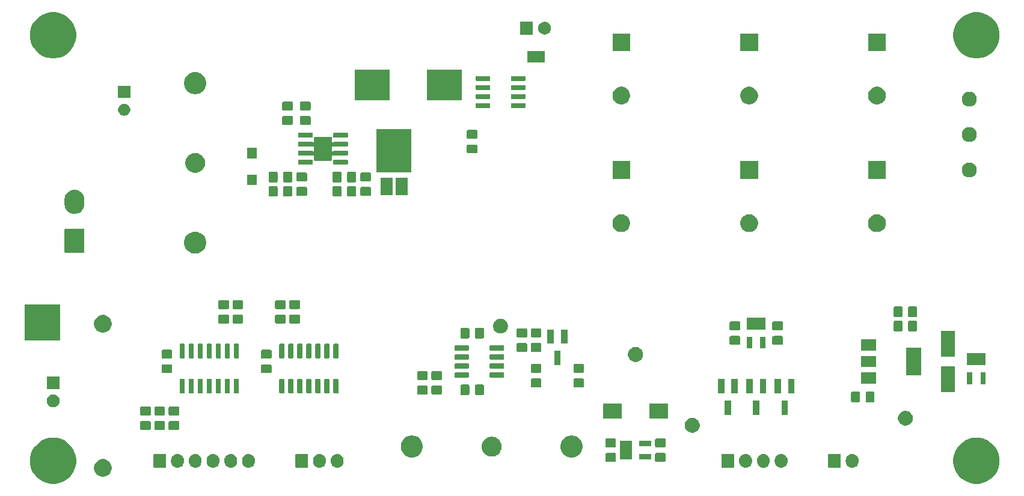
<source format=gbr>
G04 #@! TF.GenerationSoftware,KiCad,Pcbnew,5.1.5*
G04 #@! TF.CreationDate,2020-01-27T12:13:59+00:00*
G04 #@! TF.ProjectId,TSAL,5453414c-2e6b-4696-9361-645f70636258,rev?*
G04 #@! TF.SameCoordinates,PX5f5e100PY2625a00*
G04 #@! TF.FileFunction,Soldermask,Top*
G04 #@! TF.FilePolarity,Negative*
%FSLAX46Y46*%
G04 Gerber Fmt 4.6, Leading zero omitted, Abs format (unit mm)*
G04 Created by KiCad (PCBNEW 5.1.5) date 2020-01-27 12:13:59*
%MOMM*%
%LPD*%
G04 APERTURE LIST*
%ADD10C,0.100000*%
G04 APERTURE END LIST*
D10*
G36*
X74200000Y-8800000D02*
G01*
X71800000Y-8800000D01*
X71800000Y-7200000D01*
X74200000Y-7200000D01*
X74200000Y-8800000D01*
G37*
G36*
X6000000Y-48000000D02*
G01*
X1000000Y-48000000D01*
X1000000Y-43000000D01*
X6000000Y-43000000D01*
X6000000Y-48000000D01*
G37*
G36*
X135552756Y-61795259D02*
G01*
X135948282Y-61873934D01*
X136539926Y-62119001D01*
X136966477Y-62404014D01*
X137072391Y-62474783D01*
X137525217Y-62927609D01*
X137532610Y-62938674D01*
X137880999Y-63460074D01*
X138126066Y-64051718D01*
X138251000Y-64679804D01*
X138251000Y-65320196D01*
X138126066Y-65948282D01*
X137880999Y-66539926D01*
X137525216Y-67072392D01*
X137072392Y-67525216D01*
X136539926Y-67880999D01*
X135948282Y-68126066D01*
X135634239Y-68188533D01*
X135320197Y-68251000D01*
X134679803Y-68251000D01*
X134365761Y-68188533D01*
X134051718Y-68126066D01*
X133460074Y-67880999D01*
X132927608Y-67525216D01*
X132474784Y-67072392D01*
X132119001Y-66539926D01*
X131873934Y-65948282D01*
X131749000Y-65320196D01*
X131749000Y-64679804D01*
X131873934Y-64051718D01*
X132119001Y-63460074D01*
X132467390Y-62938674D01*
X132474783Y-62927609D01*
X132927609Y-62474783D01*
X133033523Y-62404014D01*
X133460074Y-62119001D01*
X134051718Y-61873934D01*
X134447244Y-61795259D01*
X134679803Y-61749000D01*
X135320197Y-61749000D01*
X135552756Y-61795259D01*
G37*
G36*
X5552756Y-61795259D02*
G01*
X5948282Y-61873934D01*
X6539926Y-62119001D01*
X6966477Y-62404014D01*
X7072391Y-62474783D01*
X7525217Y-62927609D01*
X7532610Y-62938674D01*
X7880999Y-63460074D01*
X8126066Y-64051718D01*
X8251000Y-64679804D01*
X8251000Y-65320196D01*
X8126066Y-65948282D01*
X7880999Y-66539926D01*
X7525216Y-67072392D01*
X7072392Y-67525216D01*
X6539926Y-67880999D01*
X5948282Y-68126066D01*
X5634239Y-68188533D01*
X5320197Y-68251000D01*
X4679803Y-68251000D01*
X4365761Y-68188533D01*
X4051718Y-68126066D01*
X3460074Y-67880999D01*
X2927608Y-67525216D01*
X2474784Y-67072392D01*
X2119001Y-66539926D01*
X1873934Y-65948282D01*
X1749000Y-65320196D01*
X1749000Y-64679804D01*
X1873934Y-64051718D01*
X2119001Y-63460074D01*
X2467390Y-62938674D01*
X2474783Y-62927609D01*
X2927609Y-62474783D01*
X3033523Y-62404014D01*
X3460074Y-62119001D01*
X4051718Y-61873934D01*
X4447244Y-61795259D01*
X4679803Y-61749000D01*
X5320197Y-61749000D01*
X5552756Y-61795259D01*
G37*
G36*
X12364903Y-64797075D02*
G01*
X12566894Y-64880742D01*
X12592571Y-64891378D01*
X12797466Y-65028285D01*
X12971715Y-65202534D01*
X13050335Y-65320197D01*
X13108623Y-65407431D01*
X13202925Y-65635097D01*
X13218856Y-65715185D01*
X13251000Y-65876787D01*
X13251000Y-66123213D01*
X13202925Y-66364903D01*
X13108622Y-66592571D01*
X12971715Y-66797466D01*
X12797466Y-66971715D01*
X12592571Y-67108622D01*
X12592570Y-67108623D01*
X12592569Y-67108623D01*
X12364903Y-67202925D01*
X12123214Y-67251000D01*
X11876786Y-67251000D01*
X11635097Y-67202925D01*
X11407431Y-67108623D01*
X11407430Y-67108623D01*
X11407429Y-67108622D01*
X11202534Y-66971715D01*
X11028285Y-66797466D01*
X10891378Y-66592571D01*
X10797075Y-66364903D01*
X10749000Y-66123213D01*
X10749000Y-65876787D01*
X10781145Y-65715185D01*
X10797075Y-65635097D01*
X10891377Y-65407431D01*
X10949665Y-65320197D01*
X11028285Y-65202534D01*
X11202534Y-65028285D01*
X11407429Y-64891378D01*
X11433107Y-64880742D01*
X11635097Y-64797075D01*
X11876786Y-64749000D01*
X12123214Y-64749000D01*
X12364903Y-64797075D01*
G37*
G36*
X27676626Y-64037037D02*
G01*
X27846465Y-64088557D01*
X27846467Y-64088558D01*
X28002989Y-64172221D01*
X28140186Y-64284814D01*
X28213771Y-64374479D01*
X28252778Y-64422009D01*
X28336443Y-64578534D01*
X28387963Y-64748373D01*
X28387963Y-64748375D01*
X28401000Y-64880740D01*
X28401000Y-65119259D01*
X28397874Y-65151000D01*
X28387963Y-65251626D01*
X28336443Y-65421465D01*
X28252778Y-65577991D01*
X28223448Y-65613729D01*
X28140186Y-65715186D01*
X28045250Y-65793097D01*
X28002991Y-65827778D01*
X27846466Y-65911443D01*
X27676627Y-65962963D01*
X27500000Y-65980359D01*
X27323374Y-65962963D01*
X27153535Y-65911443D01*
X26997010Y-65827778D01*
X26917711Y-65762699D01*
X26859814Y-65715185D01*
X26791217Y-65631599D01*
X26747222Y-65577991D01*
X26663557Y-65421466D01*
X26612037Y-65251627D01*
X26602126Y-65151000D01*
X26599000Y-65119260D01*
X26599000Y-64880741D01*
X26607240Y-64797075D01*
X26612037Y-64748374D01*
X26663557Y-64578535D01*
X26747222Y-64422010D01*
X26764464Y-64401000D01*
X26859814Y-64284814D01*
X26961271Y-64201552D01*
X26997009Y-64172222D01*
X27153534Y-64088557D01*
X27323373Y-64037037D01*
X27500000Y-64019641D01*
X27676626Y-64037037D01*
G37*
G36*
X22676626Y-64037037D02*
G01*
X22846465Y-64088557D01*
X22846467Y-64088558D01*
X23002989Y-64172221D01*
X23140186Y-64284814D01*
X23213771Y-64374479D01*
X23252778Y-64422009D01*
X23336443Y-64578534D01*
X23387963Y-64748373D01*
X23387963Y-64748375D01*
X23401000Y-64880740D01*
X23401000Y-65119259D01*
X23397874Y-65151000D01*
X23387963Y-65251626D01*
X23336443Y-65421465D01*
X23252778Y-65577991D01*
X23223448Y-65613729D01*
X23140186Y-65715186D01*
X23045250Y-65793097D01*
X23002991Y-65827778D01*
X22846466Y-65911443D01*
X22676627Y-65962963D01*
X22500000Y-65980359D01*
X22323374Y-65962963D01*
X22153535Y-65911443D01*
X21997010Y-65827778D01*
X21917711Y-65762699D01*
X21859814Y-65715185D01*
X21791217Y-65631599D01*
X21747222Y-65577991D01*
X21663557Y-65421466D01*
X21612037Y-65251627D01*
X21602126Y-65151000D01*
X21599000Y-65119260D01*
X21599000Y-64880741D01*
X21607240Y-64797075D01*
X21612037Y-64748374D01*
X21663557Y-64578535D01*
X21747222Y-64422010D01*
X21764464Y-64401000D01*
X21859814Y-64284814D01*
X21961271Y-64201552D01*
X21997009Y-64172222D01*
X22153534Y-64088557D01*
X22323373Y-64037037D01*
X22500000Y-64019641D01*
X22676626Y-64037037D01*
G37*
G36*
X25176626Y-64037037D02*
G01*
X25346465Y-64088557D01*
X25346467Y-64088558D01*
X25502989Y-64172221D01*
X25640186Y-64284814D01*
X25713771Y-64374479D01*
X25752778Y-64422009D01*
X25836443Y-64578534D01*
X25887963Y-64748373D01*
X25887963Y-64748375D01*
X25901000Y-64880740D01*
X25901000Y-65119259D01*
X25897874Y-65151000D01*
X25887963Y-65251626D01*
X25836443Y-65421465D01*
X25752778Y-65577991D01*
X25723448Y-65613729D01*
X25640186Y-65715186D01*
X25545250Y-65793097D01*
X25502991Y-65827778D01*
X25346466Y-65911443D01*
X25176627Y-65962963D01*
X25000000Y-65980359D01*
X24823374Y-65962963D01*
X24653535Y-65911443D01*
X24497010Y-65827778D01*
X24417711Y-65762699D01*
X24359814Y-65715185D01*
X24291217Y-65631599D01*
X24247222Y-65577991D01*
X24163557Y-65421466D01*
X24112037Y-65251627D01*
X24102126Y-65151000D01*
X24099000Y-65119260D01*
X24099000Y-64880741D01*
X24107240Y-64797075D01*
X24112037Y-64748374D01*
X24163557Y-64578535D01*
X24247222Y-64422010D01*
X24264464Y-64401000D01*
X24359814Y-64284814D01*
X24461271Y-64201552D01*
X24497009Y-64172222D01*
X24653534Y-64088557D01*
X24823373Y-64037037D01*
X25000000Y-64019641D01*
X25176626Y-64037037D01*
G37*
G36*
X30176626Y-64037037D02*
G01*
X30346465Y-64088557D01*
X30346467Y-64088558D01*
X30502989Y-64172221D01*
X30640186Y-64284814D01*
X30713771Y-64374479D01*
X30752778Y-64422009D01*
X30836443Y-64578534D01*
X30887963Y-64748373D01*
X30887963Y-64748375D01*
X30901000Y-64880740D01*
X30901000Y-65119259D01*
X30897874Y-65151000D01*
X30887963Y-65251626D01*
X30836443Y-65421465D01*
X30752778Y-65577991D01*
X30723448Y-65613729D01*
X30640186Y-65715186D01*
X30545250Y-65793097D01*
X30502991Y-65827778D01*
X30346466Y-65911443D01*
X30176627Y-65962963D01*
X30000000Y-65980359D01*
X29823374Y-65962963D01*
X29653535Y-65911443D01*
X29497010Y-65827778D01*
X29417711Y-65762699D01*
X29359814Y-65715185D01*
X29291217Y-65631599D01*
X29247222Y-65577991D01*
X29163557Y-65421466D01*
X29112037Y-65251627D01*
X29102126Y-65151000D01*
X29099000Y-65119260D01*
X29099000Y-64880741D01*
X29107240Y-64797075D01*
X29112037Y-64748374D01*
X29163557Y-64578535D01*
X29247222Y-64422010D01*
X29264464Y-64401000D01*
X29359814Y-64284814D01*
X29461271Y-64201552D01*
X29497009Y-64172222D01*
X29653534Y-64088557D01*
X29823373Y-64037037D01*
X30000000Y-64019641D01*
X30176626Y-64037037D01*
G37*
G36*
X32676626Y-64037037D02*
G01*
X32846465Y-64088557D01*
X32846467Y-64088558D01*
X33002989Y-64172221D01*
X33140186Y-64284814D01*
X33213771Y-64374479D01*
X33252778Y-64422009D01*
X33336443Y-64578534D01*
X33387963Y-64748373D01*
X33387963Y-64748375D01*
X33401000Y-64880740D01*
X33401000Y-65119259D01*
X33397874Y-65151000D01*
X33387963Y-65251626D01*
X33336443Y-65421465D01*
X33252778Y-65577991D01*
X33223448Y-65613729D01*
X33140186Y-65715186D01*
X33045250Y-65793097D01*
X33002991Y-65827778D01*
X32846466Y-65911443D01*
X32676627Y-65962963D01*
X32500000Y-65980359D01*
X32323374Y-65962963D01*
X32153535Y-65911443D01*
X31997010Y-65827778D01*
X31917711Y-65762699D01*
X31859814Y-65715185D01*
X31791217Y-65631599D01*
X31747222Y-65577991D01*
X31663557Y-65421466D01*
X31612037Y-65251627D01*
X31602126Y-65151000D01*
X31599000Y-65119260D01*
X31599000Y-64880741D01*
X31607240Y-64797075D01*
X31612037Y-64748374D01*
X31663557Y-64578535D01*
X31747222Y-64422010D01*
X31764464Y-64401000D01*
X31859814Y-64284814D01*
X31961271Y-64201552D01*
X31997009Y-64172222D01*
X32153534Y-64088557D01*
X32323373Y-64037037D01*
X32500000Y-64019641D01*
X32676626Y-64037037D01*
G37*
G36*
X117676626Y-64037037D02*
G01*
X117846465Y-64088557D01*
X117846467Y-64088558D01*
X118002989Y-64172221D01*
X118140186Y-64284814D01*
X118213771Y-64374479D01*
X118252778Y-64422009D01*
X118336443Y-64578534D01*
X118387963Y-64748373D01*
X118387963Y-64748375D01*
X118401000Y-64880740D01*
X118401000Y-65119259D01*
X118397874Y-65151000D01*
X118387963Y-65251626D01*
X118336443Y-65421465D01*
X118252778Y-65577991D01*
X118223448Y-65613729D01*
X118140186Y-65715186D01*
X118045250Y-65793097D01*
X118002991Y-65827778D01*
X117846466Y-65911443D01*
X117676627Y-65962963D01*
X117500000Y-65980359D01*
X117323374Y-65962963D01*
X117153535Y-65911443D01*
X116997010Y-65827778D01*
X116917711Y-65762699D01*
X116859814Y-65715185D01*
X116791217Y-65631599D01*
X116747222Y-65577991D01*
X116663557Y-65421466D01*
X116612037Y-65251627D01*
X116602126Y-65151000D01*
X116599000Y-65119260D01*
X116599000Y-64880741D01*
X116607240Y-64797075D01*
X116612037Y-64748374D01*
X116663557Y-64578535D01*
X116747222Y-64422010D01*
X116764464Y-64401000D01*
X116859814Y-64284814D01*
X116961271Y-64201552D01*
X116997009Y-64172222D01*
X117153534Y-64088557D01*
X117323373Y-64037037D01*
X117500000Y-64019641D01*
X117676626Y-64037037D01*
G37*
G36*
X107676626Y-64037037D02*
G01*
X107846465Y-64088557D01*
X107846467Y-64088558D01*
X108002989Y-64172221D01*
X108140186Y-64284814D01*
X108213771Y-64374479D01*
X108252778Y-64422009D01*
X108336443Y-64578534D01*
X108387963Y-64748373D01*
X108387963Y-64748375D01*
X108401000Y-64880740D01*
X108401000Y-65119259D01*
X108397874Y-65151000D01*
X108387963Y-65251626D01*
X108336443Y-65421465D01*
X108252778Y-65577991D01*
X108223448Y-65613729D01*
X108140186Y-65715186D01*
X108045250Y-65793097D01*
X108002991Y-65827778D01*
X107846466Y-65911443D01*
X107676627Y-65962963D01*
X107500000Y-65980359D01*
X107323374Y-65962963D01*
X107153535Y-65911443D01*
X106997010Y-65827778D01*
X106917711Y-65762699D01*
X106859814Y-65715185D01*
X106791217Y-65631599D01*
X106747222Y-65577991D01*
X106663557Y-65421466D01*
X106612037Y-65251627D01*
X106602126Y-65151000D01*
X106599000Y-65119260D01*
X106599000Y-64880741D01*
X106607240Y-64797075D01*
X106612037Y-64748374D01*
X106663557Y-64578535D01*
X106747222Y-64422010D01*
X106764464Y-64401000D01*
X106859814Y-64284814D01*
X106961271Y-64201552D01*
X106997009Y-64172222D01*
X107153534Y-64088557D01*
X107323373Y-64037037D01*
X107500000Y-64019641D01*
X107676626Y-64037037D01*
G37*
G36*
X105176626Y-64037037D02*
G01*
X105346465Y-64088557D01*
X105346467Y-64088558D01*
X105502989Y-64172221D01*
X105640186Y-64284814D01*
X105713771Y-64374479D01*
X105752778Y-64422009D01*
X105836443Y-64578534D01*
X105887963Y-64748373D01*
X105887963Y-64748375D01*
X105901000Y-64880740D01*
X105901000Y-65119259D01*
X105897874Y-65151000D01*
X105887963Y-65251626D01*
X105836443Y-65421465D01*
X105752778Y-65577991D01*
X105723448Y-65613729D01*
X105640186Y-65715186D01*
X105545250Y-65793097D01*
X105502991Y-65827778D01*
X105346466Y-65911443D01*
X105176627Y-65962963D01*
X105000000Y-65980359D01*
X104823374Y-65962963D01*
X104653535Y-65911443D01*
X104497010Y-65827778D01*
X104417711Y-65762699D01*
X104359814Y-65715185D01*
X104291217Y-65631599D01*
X104247222Y-65577991D01*
X104163557Y-65421466D01*
X104112037Y-65251627D01*
X104102126Y-65151000D01*
X104099000Y-65119260D01*
X104099000Y-64880741D01*
X104107240Y-64797075D01*
X104112037Y-64748374D01*
X104163557Y-64578535D01*
X104247222Y-64422010D01*
X104264464Y-64401000D01*
X104359814Y-64284814D01*
X104461271Y-64201552D01*
X104497009Y-64172222D01*
X104653534Y-64088557D01*
X104823373Y-64037037D01*
X105000000Y-64019641D01*
X105176626Y-64037037D01*
G37*
G36*
X102676626Y-64037037D02*
G01*
X102846465Y-64088557D01*
X102846467Y-64088558D01*
X103002989Y-64172221D01*
X103140186Y-64284814D01*
X103213771Y-64374479D01*
X103252778Y-64422009D01*
X103336443Y-64578534D01*
X103387963Y-64748373D01*
X103387963Y-64748375D01*
X103401000Y-64880740D01*
X103401000Y-65119259D01*
X103397874Y-65151000D01*
X103387963Y-65251626D01*
X103336443Y-65421465D01*
X103252778Y-65577991D01*
X103223448Y-65613729D01*
X103140186Y-65715186D01*
X103045250Y-65793097D01*
X103002991Y-65827778D01*
X102846466Y-65911443D01*
X102676627Y-65962963D01*
X102500000Y-65980359D01*
X102323374Y-65962963D01*
X102153535Y-65911443D01*
X101997010Y-65827778D01*
X101917711Y-65762699D01*
X101859814Y-65715185D01*
X101791217Y-65631599D01*
X101747222Y-65577991D01*
X101663557Y-65421466D01*
X101612037Y-65251627D01*
X101602126Y-65151000D01*
X101599000Y-65119260D01*
X101599000Y-64880741D01*
X101607240Y-64797075D01*
X101612037Y-64748374D01*
X101663557Y-64578535D01*
X101747222Y-64422010D01*
X101764464Y-64401000D01*
X101859814Y-64284814D01*
X101961271Y-64201552D01*
X101997009Y-64172222D01*
X102153534Y-64088557D01*
X102323373Y-64037037D01*
X102500000Y-64019641D01*
X102676626Y-64037037D01*
G37*
G36*
X45176626Y-64037037D02*
G01*
X45346465Y-64088557D01*
X45346467Y-64088558D01*
X45502989Y-64172221D01*
X45640186Y-64284814D01*
X45713771Y-64374479D01*
X45752778Y-64422009D01*
X45836443Y-64578534D01*
X45887963Y-64748373D01*
X45887963Y-64748375D01*
X45901000Y-64880740D01*
X45901000Y-65119259D01*
X45897874Y-65151000D01*
X45887963Y-65251626D01*
X45836443Y-65421465D01*
X45752778Y-65577991D01*
X45723448Y-65613729D01*
X45640186Y-65715186D01*
X45545250Y-65793097D01*
X45502991Y-65827778D01*
X45346466Y-65911443D01*
X45176627Y-65962963D01*
X45000000Y-65980359D01*
X44823374Y-65962963D01*
X44653535Y-65911443D01*
X44497010Y-65827778D01*
X44417711Y-65762699D01*
X44359814Y-65715185D01*
X44291217Y-65631599D01*
X44247222Y-65577991D01*
X44163557Y-65421466D01*
X44112037Y-65251627D01*
X44102126Y-65151000D01*
X44099000Y-65119260D01*
X44099000Y-64880741D01*
X44107240Y-64797075D01*
X44112037Y-64748374D01*
X44163557Y-64578535D01*
X44247222Y-64422010D01*
X44264464Y-64401000D01*
X44359814Y-64284814D01*
X44461271Y-64201552D01*
X44497009Y-64172222D01*
X44653534Y-64088557D01*
X44823373Y-64037037D01*
X45000000Y-64019641D01*
X45176626Y-64037037D01*
G37*
G36*
X42676626Y-64037037D02*
G01*
X42846465Y-64088557D01*
X42846467Y-64088558D01*
X43002989Y-64172221D01*
X43140186Y-64284814D01*
X43213771Y-64374479D01*
X43252778Y-64422009D01*
X43336443Y-64578534D01*
X43387963Y-64748373D01*
X43387963Y-64748375D01*
X43401000Y-64880740D01*
X43401000Y-65119259D01*
X43397874Y-65151000D01*
X43387963Y-65251626D01*
X43336443Y-65421465D01*
X43252778Y-65577991D01*
X43223448Y-65613729D01*
X43140186Y-65715186D01*
X43045250Y-65793097D01*
X43002991Y-65827778D01*
X42846466Y-65911443D01*
X42676627Y-65962963D01*
X42500000Y-65980359D01*
X42323374Y-65962963D01*
X42153535Y-65911443D01*
X41997010Y-65827778D01*
X41917711Y-65762699D01*
X41859814Y-65715185D01*
X41791217Y-65631599D01*
X41747222Y-65577991D01*
X41663557Y-65421466D01*
X41612037Y-65251627D01*
X41602126Y-65151000D01*
X41599000Y-65119260D01*
X41599000Y-64880741D01*
X41607240Y-64797075D01*
X41612037Y-64748374D01*
X41663557Y-64578535D01*
X41747222Y-64422010D01*
X41764464Y-64401000D01*
X41859814Y-64284814D01*
X41961271Y-64201552D01*
X41997009Y-64172222D01*
X42153534Y-64088557D01*
X42323373Y-64037037D01*
X42500000Y-64019641D01*
X42676626Y-64037037D01*
G37*
G36*
X115758600Y-64027989D02*
G01*
X115791652Y-64038015D01*
X115822103Y-64054292D01*
X115848799Y-64076201D01*
X115870708Y-64102897D01*
X115886985Y-64133348D01*
X115897011Y-64166400D01*
X115901000Y-64206903D01*
X115901000Y-65793097D01*
X115897011Y-65833600D01*
X115886985Y-65866652D01*
X115870708Y-65897103D01*
X115848799Y-65923799D01*
X115822103Y-65945708D01*
X115791652Y-65961985D01*
X115758600Y-65972011D01*
X115718097Y-65976000D01*
X114281903Y-65976000D01*
X114241400Y-65972011D01*
X114208348Y-65961985D01*
X114177897Y-65945708D01*
X114151201Y-65923799D01*
X114129292Y-65897103D01*
X114113015Y-65866652D01*
X114102989Y-65833600D01*
X114099000Y-65793097D01*
X114099000Y-64206903D01*
X114102989Y-64166400D01*
X114113015Y-64133348D01*
X114129292Y-64102897D01*
X114151201Y-64076201D01*
X114177897Y-64054292D01*
X114208348Y-64038015D01*
X114241400Y-64027989D01*
X114281903Y-64024000D01*
X115718097Y-64024000D01*
X115758600Y-64027989D01*
G37*
G36*
X40758600Y-64027989D02*
G01*
X40791652Y-64038015D01*
X40822103Y-64054292D01*
X40848799Y-64076201D01*
X40870708Y-64102897D01*
X40886985Y-64133348D01*
X40897011Y-64166400D01*
X40901000Y-64206903D01*
X40901000Y-65793097D01*
X40897011Y-65833600D01*
X40886985Y-65866652D01*
X40870708Y-65897103D01*
X40848799Y-65923799D01*
X40822103Y-65945708D01*
X40791652Y-65961985D01*
X40758600Y-65972011D01*
X40718097Y-65976000D01*
X39281903Y-65976000D01*
X39241400Y-65972011D01*
X39208348Y-65961985D01*
X39177897Y-65945708D01*
X39151201Y-65923799D01*
X39129292Y-65897103D01*
X39113015Y-65866652D01*
X39102989Y-65833600D01*
X39099000Y-65793097D01*
X39099000Y-64206903D01*
X39102989Y-64166400D01*
X39113015Y-64133348D01*
X39129292Y-64102897D01*
X39151201Y-64076201D01*
X39177897Y-64054292D01*
X39208348Y-64038015D01*
X39241400Y-64027989D01*
X39281903Y-64024000D01*
X40718097Y-64024000D01*
X40758600Y-64027989D01*
G37*
G36*
X100758600Y-64027989D02*
G01*
X100791652Y-64038015D01*
X100822103Y-64054292D01*
X100848799Y-64076201D01*
X100870708Y-64102897D01*
X100886985Y-64133348D01*
X100897011Y-64166400D01*
X100901000Y-64206903D01*
X100901000Y-65793097D01*
X100897011Y-65833600D01*
X100886985Y-65866652D01*
X100870708Y-65897103D01*
X100848799Y-65923799D01*
X100822103Y-65945708D01*
X100791652Y-65961985D01*
X100758600Y-65972011D01*
X100718097Y-65976000D01*
X99281903Y-65976000D01*
X99241400Y-65972011D01*
X99208348Y-65961985D01*
X99177897Y-65945708D01*
X99151201Y-65923799D01*
X99129292Y-65897103D01*
X99113015Y-65866652D01*
X99102989Y-65833600D01*
X99099000Y-65793097D01*
X99099000Y-64206903D01*
X99102989Y-64166400D01*
X99113015Y-64133348D01*
X99129292Y-64102897D01*
X99151201Y-64076201D01*
X99177897Y-64054292D01*
X99208348Y-64038015D01*
X99241400Y-64027989D01*
X99281903Y-64024000D01*
X100718097Y-64024000D01*
X100758600Y-64027989D01*
G37*
G36*
X20758600Y-64027989D02*
G01*
X20791652Y-64038015D01*
X20822103Y-64054292D01*
X20848799Y-64076201D01*
X20870708Y-64102897D01*
X20886985Y-64133348D01*
X20897011Y-64166400D01*
X20901000Y-64206903D01*
X20901000Y-65793097D01*
X20897011Y-65833600D01*
X20886985Y-65866652D01*
X20870708Y-65897103D01*
X20848799Y-65923799D01*
X20822103Y-65945708D01*
X20791652Y-65961985D01*
X20758600Y-65972011D01*
X20718097Y-65976000D01*
X19281903Y-65976000D01*
X19241400Y-65972011D01*
X19208348Y-65961985D01*
X19177897Y-65945708D01*
X19151201Y-65923799D01*
X19129292Y-65897103D01*
X19113015Y-65866652D01*
X19102989Y-65833600D01*
X19099000Y-65793097D01*
X19099000Y-64206903D01*
X19102989Y-64166400D01*
X19113015Y-64133348D01*
X19129292Y-64102897D01*
X19151201Y-64076201D01*
X19177897Y-64054292D01*
X19208348Y-64038015D01*
X19241400Y-64027989D01*
X19281903Y-64024000D01*
X20718097Y-64024000D01*
X20758600Y-64027989D01*
G37*
G36*
X91088674Y-63903465D02*
G01*
X91126367Y-63914899D01*
X91161103Y-63933466D01*
X91191548Y-63958452D01*
X91216534Y-63988897D01*
X91235101Y-64023633D01*
X91246535Y-64061326D01*
X91251000Y-64106661D01*
X91251000Y-64943339D01*
X91246535Y-64988674D01*
X91235101Y-65026367D01*
X91216534Y-65061103D01*
X91191548Y-65091548D01*
X91161103Y-65116534D01*
X91126367Y-65135101D01*
X91088674Y-65146535D01*
X91043339Y-65151000D01*
X89956661Y-65151000D01*
X89911326Y-65146535D01*
X89873633Y-65135101D01*
X89838897Y-65116534D01*
X89808452Y-65091548D01*
X89783466Y-65061103D01*
X89764899Y-65026367D01*
X89753465Y-64988674D01*
X89749000Y-64943339D01*
X89749000Y-64106661D01*
X89753465Y-64061326D01*
X89764899Y-64023633D01*
X89783466Y-63988897D01*
X89808452Y-63958452D01*
X89838897Y-63933466D01*
X89873633Y-63914899D01*
X89911326Y-63903465D01*
X89956661Y-63899000D01*
X91043339Y-63899000D01*
X91088674Y-63903465D01*
G37*
G36*
X84088674Y-63903465D02*
G01*
X84126367Y-63914899D01*
X84161103Y-63933466D01*
X84191548Y-63958452D01*
X84216534Y-63988897D01*
X84235101Y-64023633D01*
X84246535Y-64061326D01*
X84251000Y-64106661D01*
X84251000Y-64943339D01*
X84246535Y-64988674D01*
X84235101Y-65026367D01*
X84216534Y-65061103D01*
X84191548Y-65091548D01*
X84161103Y-65116534D01*
X84126367Y-65135101D01*
X84088674Y-65146535D01*
X84043339Y-65151000D01*
X82956661Y-65151000D01*
X82911326Y-65146535D01*
X82873633Y-65135101D01*
X82838897Y-65116534D01*
X82808452Y-65091548D01*
X82783466Y-65061103D01*
X82764899Y-65026367D01*
X82753465Y-64988674D01*
X82749000Y-64943339D01*
X82749000Y-64106661D01*
X82753465Y-64061326D01*
X82764899Y-64023633D01*
X82783466Y-63988897D01*
X82808452Y-63958452D01*
X82838897Y-63933466D01*
X82873633Y-63914899D01*
X82911326Y-63903465D01*
X82956661Y-63899000D01*
X84043339Y-63899000D01*
X84088674Y-63903465D01*
G37*
G36*
X86481000Y-64826000D02*
G01*
X84819000Y-64826000D01*
X84819000Y-62174000D01*
X86481000Y-62174000D01*
X86481000Y-64826000D01*
G37*
G36*
X89181000Y-64826000D02*
G01*
X87519000Y-64826000D01*
X87519000Y-64074000D01*
X89181000Y-64074000D01*
X89181000Y-64826000D01*
G37*
G36*
X78302585Y-61478802D02*
G01*
X78452410Y-61508604D01*
X78734674Y-61625521D01*
X78988705Y-61795259D01*
X79204741Y-62011295D01*
X79374479Y-62265326D01*
X79491396Y-62547590D01*
X79491396Y-62547591D01*
X79547338Y-62828827D01*
X79551000Y-62847240D01*
X79551000Y-63152760D01*
X79491396Y-63452410D01*
X79374479Y-63734674D01*
X79204741Y-63988705D01*
X78988705Y-64204741D01*
X78734674Y-64374479D01*
X78452410Y-64491396D01*
X78302585Y-64521198D01*
X78152761Y-64551000D01*
X77847239Y-64551000D01*
X77697415Y-64521198D01*
X77547590Y-64491396D01*
X77265326Y-64374479D01*
X77011295Y-64204741D01*
X76795259Y-63988705D01*
X76625521Y-63734674D01*
X76508604Y-63452410D01*
X76449000Y-63152760D01*
X76449000Y-62847240D01*
X76452663Y-62828827D01*
X76508604Y-62547591D01*
X76508604Y-62547590D01*
X76625521Y-62265326D01*
X76795259Y-62011295D01*
X77011295Y-61795259D01*
X77265326Y-61625521D01*
X77547590Y-61508604D01*
X77697415Y-61478802D01*
X77847239Y-61449000D01*
X78152761Y-61449000D01*
X78302585Y-61478802D01*
G37*
G36*
X55802585Y-61478802D02*
G01*
X55952410Y-61508604D01*
X56234674Y-61625521D01*
X56488705Y-61795259D01*
X56704741Y-62011295D01*
X56874479Y-62265326D01*
X56991396Y-62547590D01*
X56991396Y-62547591D01*
X57047338Y-62828827D01*
X57051000Y-62847240D01*
X57051000Y-63152760D01*
X56991396Y-63452410D01*
X56874479Y-63734674D01*
X56704741Y-63988705D01*
X56488705Y-64204741D01*
X56234674Y-64374479D01*
X55952410Y-64491396D01*
X55802585Y-64521198D01*
X55652761Y-64551000D01*
X55347239Y-64551000D01*
X55197415Y-64521198D01*
X55047590Y-64491396D01*
X54765326Y-64374479D01*
X54511295Y-64204741D01*
X54295259Y-63988705D01*
X54125521Y-63734674D01*
X54008604Y-63452410D01*
X53949000Y-63152760D01*
X53949000Y-62847240D01*
X53952663Y-62828827D01*
X54008604Y-62547591D01*
X54008604Y-62547590D01*
X54125521Y-62265326D01*
X54295259Y-62011295D01*
X54511295Y-61795259D01*
X54765326Y-61625521D01*
X55047590Y-61508604D01*
X55197415Y-61478802D01*
X55347239Y-61449000D01*
X55652761Y-61449000D01*
X55802585Y-61478802D01*
G37*
G36*
X67068433Y-61634893D02*
G01*
X67158657Y-61652839D01*
X67264267Y-61696585D01*
X67413621Y-61758449D01*
X67489763Y-61809325D01*
X67643086Y-61911772D01*
X67838228Y-62106914D01*
X67883053Y-62174000D01*
X67991551Y-62336379D01*
X68048880Y-62474783D01*
X68079038Y-62547590D01*
X68097161Y-62591344D01*
X68151000Y-62862012D01*
X68151000Y-63137988D01*
X68148061Y-63152761D01*
X68097161Y-63408657D01*
X68075863Y-63460074D01*
X67991551Y-63663621D01*
X67991550Y-63663622D01*
X67838228Y-63893086D01*
X67643086Y-64088228D01*
X67518949Y-64171173D01*
X67413621Y-64241551D01*
X67299069Y-64289000D01*
X67158657Y-64347161D01*
X67068433Y-64365107D01*
X66887988Y-64401000D01*
X66612012Y-64401000D01*
X66431567Y-64365107D01*
X66341343Y-64347161D01*
X66200931Y-64289000D01*
X66086379Y-64241551D01*
X65981051Y-64171173D01*
X65856914Y-64088228D01*
X65661772Y-63893086D01*
X65508450Y-63663622D01*
X65508449Y-63663621D01*
X65424137Y-63460074D01*
X65402839Y-63408657D01*
X65351939Y-63152761D01*
X65349000Y-63137988D01*
X65349000Y-62862012D01*
X65402839Y-62591344D01*
X65420963Y-62547590D01*
X65451120Y-62474783D01*
X65508449Y-62336379D01*
X65616947Y-62174000D01*
X65661772Y-62106914D01*
X65856914Y-61911772D01*
X66010237Y-61809325D01*
X66086379Y-61758449D01*
X66235733Y-61696585D01*
X66341343Y-61652839D01*
X66431567Y-61634893D01*
X66612012Y-61599000D01*
X66887988Y-61599000D01*
X67068433Y-61634893D01*
G37*
G36*
X91088674Y-61853465D02*
G01*
X91126367Y-61864899D01*
X91161103Y-61883466D01*
X91191548Y-61908452D01*
X91216534Y-61938897D01*
X91235101Y-61973633D01*
X91246535Y-62011326D01*
X91251000Y-62056661D01*
X91251000Y-62893339D01*
X91246535Y-62938674D01*
X91235101Y-62976367D01*
X91216534Y-63011103D01*
X91191548Y-63041548D01*
X91161103Y-63066534D01*
X91126367Y-63085101D01*
X91088674Y-63096535D01*
X91043339Y-63101000D01*
X89956661Y-63101000D01*
X89911326Y-63096535D01*
X89873633Y-63085101D01*
X89838897Y-63066534D01*
X89808452Y-63041548D01*
X89783466Y-63011103D01*
X89764899Y-62976367D01*
X89753465Y-62938674D01*
X89749000Y-62893339D01*
X89749000Y-62056661D01*
X89753465Y-62011326D01*
X89764899Y-61973633D01*
X89783466Y-61938897D01*
X89808452Y-61908452D01*
X89838897Y-61883466D01*
X89873633Y-61864899D01*
X89911326Y-61853465D01*
X89956661Y-61849000D01*
X91043339Y-61849000D01*
X91088674Y-61853465D01*
G37*
G36*
X84088674Y-61853465D02*
G01*
X84126367Y-61864899D01*
X84161103Y-61883466D01*
X84191548Y-61908452D01*
X84216534Y-61938897D01*
X84235101Y-61973633D01*
X84246535Y-62011326D01*
X84251000Y-62056661D01*
X84251000Y-62893339D01*
X84246535Y-62938674D01*
X84235101Y-62976367D01*
X84216534Y-63011103D01*
X84191548Y-63041548D01*
X84161103Y-63066534D01*
X84126367Y-63085101D01*
X84088674Y-63096535D01*
X84043339Y-63101000D01*
X82956661Y-63101000D01*
X82911326Y-63096535D01*
X82873633Y-63085101D01*
X82838897Y-63066534D01*
X82808452Y-63041548D01*
X82783466Y-63011103D01*
X82764899Y-62976367D01*
X82753465Y-62938674D01*
X82749000Y-62893339D01*
X82749000Y-62056661D01*
X82753465Y-62011326D01*
X82764899Y-61973633D01*
X82783466Y-61938897D01*
X82808452Y-61908452D01*
X82838897Y-61883466D01*
X82873633Y-61864899D01*
X82911326Y-61853465D01*
X82956661Y-61849000D01*
X84043339Y-61849000D01*
X84088674Y-61853465D01*
G37*
G36*
X89181000Y-62926000D02*
G01*
X87519000Y-62926000D01*
X87519000Y-62174000D01*
X89181000Y-62174000D01*
X89181000Y-62926000D01*
G37*
G36*
X95306564Y-58989389D02*
G01*
X95497833Y-59068615D01*
X95497835Y-59068616D01*
X95669973Y-59183635D01*
X95816365Y-59330027D01*
X95928491Y-59497835D01*
X95931385Y-59502167D01*
X96010611Y-59693436D01*
X96051000Y-59896484D01*
X96051000Y-60103516D01*
X96010611Y-60306564D01*
X95958685Y-60431925D01*
X95931384Y-60497835D01*
X95816365Y-60669973D01*
X95669973Y-60816365D01*
X95497835Y-60931384D01*
X95497834Y-60931385D01*
X95497833Y-60931385D01*
X95306564Y-61010611D01*
X95103516Y-61051000D01*
X94896484Y-61051000D01*
X94693436Y-61010611D01*
X94502167Y-60931385D01*
X94502166Y-60931385D01*
X94502165Y-60931384D01*
X94330027Y-60816365D01*
X94183635Y-60669973D01*
X94068616Y-60497835D01*
X94041315Y-60431925D01*
X93989389Y-60306564D01*
X93949000Y-60103516D01*
X93949000Y-59896484D01*
X93989389Y-59693436D01*
X94068615Y-59502167D01*
X94071510Y-59497835D01*
X94183635Y-59330027D01*
X94330027Y-59183635D01*
X94502165Y-59068616D01*
X94502167Y-59068615D01*
X94693436Y-58989389D01*
X94896484Y-58949000D01*
X95103516Y-58949000D01*
X95306564Y-58989389D01*
G37*
G36*
X18588674Y-59403465D02*
G01*
X18626367Y-59414899D01*
X18661103Y-59433466D01*
X18691548Y-59458452D01*
X18716534Y-59488897D01*
X18735101Y-59523633D01*
X18746535Y-59561326D01*
X18751000Y-59606661D01*
X18751000Y-60443339D01*
X18746535Y-60488674D01*
X18735101Y-60526367D01*
X18716534Y-60561103D01*
X18691548Y-60591548D01*
X18661103Y-60616534D01*
X18626367Y-60635101D01*
X18588674Y-60646535D01*
X18543339Y-60651000D01*
X17456661Y-60651000D01*
X17411326Y-60646535D01*
X17373633Y-60635101D01*
X17338897Y-60616534D01*
X17308452Y-60591548D01*
X17283466Y-60561103D01*
X17264899Y-60526367D01*
X17253465Y-60488674D01*
X17249000Y-60443339D01*
X17249000Y-59606661D01*
X17253465Y-59561326D01*
X17264899Y-59523633D01*
X17283466Y-59488897D01*
X17308452Y-59458452D01*
X17338897Y-59433466D01*
X17373633Y-59414899D01*
X17411326Y-59403465D01*
X17456661Y-59399000D01*
X18543339Y-59399000D01*
X18588674Y-59403465D01*
G37*
G36*
X22588674Y-59403465D02*
G01*
X22626367Y-59414899D01*
X22661103Y-59433466D01*
X22691548Y-59458452D01*
X22716534Y-59488897D01*
X22735101Y-59523633D01*
X22746535Y-59561326D01*
X22751000Y-59606661D01*
X22751000Y-60443339D01*
X22746535Y-60488674D01*
X22735101Y-60526367D01*
X22716534Y-60561103D01*
X22691548Y-60591548D01*
X22661103Y-60616534D01*
X22626367Y-60635101D01*
X22588674Y-60646535D01*
X22543339Y-60651000D01*
X21456661Y-60651000D01*
X21411326Y-60646535D01*
X21373633Y-60635101D01*
X21338897Y-60616534D01*
X21308452Y-60591548D01*
X21283466Y-60561103D01*
X21264899Y-60526367D01*
X21253465Y-60488674D01*
X21249000Y-60443339D01*
X21249000Y-59606661D01*
X21253465Y-59561326D01*
X21264899Y-59523633D01*
X21283466Y-59488897D01*
X21308452Y-59458452D01*
X21338897Y-59433466D01*
X21373633Y-59414899D01*
X21411326Y-59403465D01*
X21456661Y-59399000D01*
X22543339Y-59399000D01*
X22588674Y-59403465D01*
G37*
G36*
X20588674Y-59403465D02*
G01*
X20626367Y-59414899D01*
X20661103Y-59433466D01*
X20691548Y-59458452D01*
X20716534Y-59488897D01*
X20735101Y-59523633D01*
X20746535Y-59561326D01*
X20751000Y-59606661D01*
X20751000Y-60443339D01*
X20746535Y-60488674D01*
X20735101Y-60526367D01*
X20716534Y-60561103D01*
X20691548Y-60591548D01*
X20661103Y-60616534D01*
X20626367Y-60635101D01*
X20588674Y-60646535D01*
X20543339Y-60651000D01*
X19456661Y-60651000D01*
X19411326Y-60646535D01*
X19373633Y-60635101D01*
X19338897Y-60616534D01*
X19308452Y-60591548D01*
X19283466Y-60561103D01*
X19264899Y-60526367D01*
X19253465Y-60488674D01*
X19249000Y-60443339D01*
X19249000Y-59606661D01*
X19253465Y-59561326D01*
X19264899Y-59523633D01*
X19283466Y-59488897D01*
X19308452Y-59458452D01*
X19338897Y-59433466D01*
X19373633Y-59414899D01*
X19411326Y-59403465D01*
X19456661Y-59399000D01*
X20543339Y-59399000D01*
X20588674Y-59403465D01*
G37*
G36*
X125306564Y-57989389D02*
G01*
X125497833Y-58068615D01*
X125497835Y-58068616D01*
X125669973Y-58183635D01*
X125816365Y-58330027D01*
X125930606Y-58501000D01*
X125931385Y-58502167D01*
X126010611Y-58693436D01*
X126051000Y-58896484D01*
X126051000Y-59103516D01*
X126010611Y-59306564D01*
X125935086Y-59488897D01*
X125931384Y-59497835D01*
X125816365Y-59669973D01*
X125669973Y-59816365D01*
X125497835Y-59931384D01*
X125497834Y-59931385D01*
X125497833Y-59931385D01*
X125306564Y-60010611D01*
X125103516Y-60051000D01*
X124896484Y-60051000D01*
X124693436Y-60010611D01*
X124502167Y-59931385D01*
X124502166Y-59931385D01*
X124502165Y-59931384D01*
X124330027Y-59816365D01*
X124183635Y-59669973D01*
X124068616Y-59497835D01*
X124064914Y-59488897D01*
X123989389Y-59306564D01*
X123949000Y-59103516D01*
X123949000Y-58896484D01*
X123989389Y-58693436D01*
X124068615Y-58502167D01*
X124069395Y-58501000D01*
X124183635Y-58330027D01*
X124330027Y-58183635D01*
X124502165Y-58068616D01*
X124502167Y-58068615D01*
X124693436Y-57989389D01*
X124896484Y-57949000D01*
X125103516Y-57949000D01*
X125306564Y-57989389D01*
G37*
G36*
X91551000Y-59051000D02*
G01*
X88949000Y-59051000D01*
X88949000Y-56949000D01*
X91551000Y-56949000D01*
X91551000Y-59051000D01*
G37*
G36*
X85051000Y-59051000D02*
G01*
X82449000Y-59051000D01*
X82449000Y-56949000D01*
X85051000Y-56949000D01*
X85051000Y-59051000D01*
G37*
G36*
X18588674Y-57353465D02*
G01*
X18626367Y-57364899D01*
X18661103Y-57383466D01*
X18691548Y-57408452D01*
X18716534Y-57438897D01*
X18735101Y-57473633D01*
X18746535Y-57511326D01*
X18751000Y-57556661D01*
X18751000Y-58393339D01*
X18746535Y-58438674D01*
X18735101Y-58476367D01*
X18716534Y-58511103D01*
X18691548Y-58541548D01*
X18661103Y-58566534D01*
X18626367Y-58585101D01*
X18588674Y-58596535D01*
X18543339Y-58601000D01*
X17456661Y-58601000D01*
X17411326Y-58596535D01*
X17373633Y-58585101D01*
X17338897Y-58566534D01*
X17308452Y-58541548D01*
X17283466Y-58511103D01*
X17264899Y-58476367D01*
X17253465Y-58438674D01*
X17249000Y-58393339D01*
X17249000Y-57556661D01*
X17253465Y-57511326D01*
X17264899Y-57473633D01*
X17283466Y-57438897D01*
X17308452Y-57408452D01*
X17338897Y-57383466D01*
X17373633Y-57364899D01*
X17411326Y-57353465D01*
X17456661Y-57349000D01*
X18543339Y-57349000D01*
X18588674Y-57353465D01*
G37*
G36*
X20588674Y-57353465D02*
G01*
X20626367Y-57364899D01*
X20661103Y-57383466D01*
X20691548Y-57408452D01*
X20716534Y-57438897D01*
X20735101Y-57473633D01*
X20746535Y-57511326D01*
X20751000Y-57556661D01*
X20751000Y-58393339D01*
X20746535Y-58438674D01*
X20735101Y-58476367D01*
X20716534Y-58511103D01*
X20691548Y-58541548D01*
X20661103Y-58566534D01*
X20626367Y-58585101D01*
X20588674Y-58596535D01*
X20543339Y-58601000D01*
X19456661Y-58601000D01*
X19411326Y-58596535D01*
X19373633Y-58585101D01*
X19338897Y-58566534D01*
X19308452Y-58541548D01*
X19283466Y-58511103D01*
X19264899Y-58476367D01*
X19253465Y-58438674D01*
X19249000Y-58393339D01*
X19249000Y-57556661D01*
X19253465Y-57511326D01*
X19264899Y-57473633D01*
X19283466Y-57438897D01*
X19308452Y-57408452D01*
X19338897Y-57383466D01*
X19373633Y-57364899D01*
X19411326Y-57353465D01*
X19456661Y-57349000D01*
X20543339Y-57349000D01*
X20588674Y-57353465D01*
G37*
G36*
X22588674Y-57353465D02*
G01*
X22626367Y-57364899D01*
X22661103Y-57383466D01*
X22691548Y-57408452D01*
X22716534Y-57438897D01*
X22735101Y-57473633D01*
X22746535Y-57511326D01*
X22751000Y-57556661D01*
X22751000Y-58393339D01*
X22746535Y-58438674D01*
X22735101Y-58476367D01*
X22716534Y-58511103D01*
X22691548Y-58541548D01*
X22661103Y-58566534D01*
X22626367Y-58585101D01*
X22588674Y-58596535D01*
X22543339Y-58601000D01*
X21456661Y-58601000D01*
X21411326Y-58596535D01*
X21373633Y-58585101D01*
X21338897Y-58566534D01*
X21308452Y-58541548D01*
X21283466Y-58511103D01*
X21264899Y-58476367D01*
X21253465Y-58438674D01*
X21249000Y-58393339D01*
X21249000Y-57556661D01*
X21253465Y-57511326D01*
X21264899Y-57473633D01*
X21283466Y-57438897D01*
X21308452Y-57408452D01*
X21338897Y-57383466D01*
X21373633Y-57364899D01*
X21411326Y-57353465D01*
X21456661Y-57349000D01*
X22543339Y-57349000D01*
X22588674Y-57353465D01*
G37*
G36*
X104451000Y-58501000D02*
G01*
X103549000Y-58501000D01*
X103549000Y-56499000D01*
X104451000Y-56499000D01*
X104451000Y-58501000D01*
G37*
G36*
X108451000Y-58501000D02*
G01*
X107549000Y-58501000D01*
X107549000Y-56499000D01*
X108451000Y-56499000D01*
X108451000Y-58501000D01*
G37*
G36*
X100451000Y-58501000D02*
G01*
X99549000Y-58501000D01*
X99549000Y-56499000D01*
X100451000Y-56499000D01*
X100451000Y-58501000D01*
G37*
G36*
X5113512Y-55643927D02*
G01*
X5262812Y-55673624D01*
X5426784Y-55741544D01*
X5574354Y-55840147D01*
X5699853Y-55965646D01*
X5798456Y-56113216D01*
X5866376Y-56277188D01*
X5901000Y-56451259D01*
X5901000Y-56628741D01*
X5866376Y-56802812D01*
X5798456Y-56966784D01*
X5699853Y-57114354D01*
X5574354Y-57239853D01*
X5426784Y-57338456D01*
X5262812Y-57406376D01*
X5113512Y-57436073D01*
X5088742Y-57441000D01*
X4911258Y-57441000D01*
X4886488Y-57436073D01*
X4737188Y-57406376D01*
X4573216Y-57338456D01*
X4425646Y-57239853D01*
X4300147Y-57114354D01*
X4201544Y-56966784D01*
X4133624Y-56802812D01*
X4099000Y-56628741D01*
X4099000Y-56451259D01*
X4133624Y-56277188D01*
X4201544Y-56113216D01*
X4300147Y-55965646D01*
X4425646Y-55840147D01*
X4573216Y-55741544D01*
X4737188Y-55673624D01*
X4886488Y-55643927D01*
X4911258Y-55639000D01*
X5088742Y-55639000D01*
X5113512Y-55643927D01*
G37*
G36*
X118438674Y-55253465D02*
G01*
X118476367Y-55264899D01*
X118511103Y-55283466D01*
X118541548Y-55308452D01*
X118566534Y-55338897D01*
X118585101Y-55373633D01*
X118596535Y-55411326D01*
X118601000Y-55456661D01*
X118601000Y-56543339D01*
X118596535Y-56588674D01*
X118585101Y-56626367D01*
X118566534Y-56661103D01*
X118541548Y-56691548D01*
X118511103Y-56716534D01*
X118476367Y-56735101D01*
X118438674Y-56746535D01*
X118393339Y-56751000D01*
X117556661Y-56751000D01*
X117511326Y-56746535D01*
X117473633Y-56735101D01*
X117438897Y-56716534D01*
X117408452Y-56691548D01*
X117383466Y-56661103D01*
X117364899Y-56626367D01*
X117353465Y-56588674D01*
X117349000Y-56543339D01*
X117349000Y-55456661D01*
X117353465Y-55411326D01*
X117364899Y-55373633D01*
X117383466Y-55338897D01*
X117408452Y-55308452D01*
X117438897Y-55283466D01*
X117473633Y-55264899D01*
X117511326Y-55253465D01*
X117556661Y-55249000D01*
X118393339Y-55249000D01*
X118438674Y-55253465D01*
G37*
G36*
X120488674Y-55253465D02*
G01*
X120526367Y-55264899D01*
X120561103Y-55283466D01*
X120591548Y-55308452D01*
X120616534Y-55338897D01*
X120635101Y-55373633D01*
X120646535Y-55411326D01*
X120651000Y-55456661D01*
X120651000Y-56543339D01*
X120646535Y-56588674D01*
X120635101Y-56626367D01*
X120616534Y-56661103D01*
X120591548Y-56691548D01*
X120561103Y-56716534D01*
X120526367Y-56735101D01*
X120488674Y-56746535D01*
X120443339Y-56751000D01*
X119606661Y-56751000D01*
X119561326Y-56746535D01*
X119523633Y-56735101D01*
X119488897Y-56716534D01*
X119458452Y-56691548D01*
X119433466Y-56661103D01*
X119414899Y-56626367D01*
X119403465Y-56588674D01*
X119399000Y-56543339D01*
X119399000Y-55456661D01*
X119403465Y-55411326D01*
X119414899Y-55373633D01*
X119433466Y-55338897D01*
X119458452Y-55308452D01*
X119488897Y-55283466D01*
X119523633Y-55264899D01*
X119561326Y-55253465D01*
X119606661Y-55249000D01*
X120443339Y-55249000D01*
X120488674Y-55253465D01*
G37*
G36*
X63438674Y-54253465D02*
G01*
X63476367Y-54264899D01*
X63511103Y-54283466D01*
X63541548Y-54308452D01*
X63566534Y-54338897D01*
X63585101Y-54373633D01*
X63596535Y-54411326D01*
X63601000Y-54456661D01*
X63601000Y-55543339D01*
X63596535Y-55588674D01*
X63585101Y-55626367D01*
X63566534Y-55661103D01*
X63541548Y-55691548D01*
X63511103Y-55716534D01*
X63476367Y-55735101D01*
X63438674Y-55746535D01*
X63393339Y-55751000D01*
X62556661Y-55751000D01*
X62511326Y-55746535D01*
X62473633Y-55735101D01*
X62438897Y-55716534D01*
X62408452Y-55691548D01*
X62383466Y-55661103D01*
X62364899Y-55626367D01*
X62353465Y-55588674D01*
X62349000Y-55543339D01*
X62349000Y-54456661D01*
X62353465Y-54411326D01*
X62364899Y-54373633D01*
X62383466Y-54338897D01*
X62408452Y-54308452D01*
X62438897Y-54283466D01*
X62473633Y-54264899D01*
X62511326Y-54253465D01*
X62556661Y-54249000D01*
X63393339Y-54249000D01*
X63438674Y-54253465D01*
G37*
G36*
X65488674Y-54253465D02*
G01*
X65526367Y-54264899D01*
X65561103Y-54283466D01*
X65591548Y-54308452D01*
X65616534Y-54338897D01*
X65635101Y-54373633D01*
X65646535Y-54411326D01*
X65651000Y-54456661D01*
X65651000Y-55543339D01*
X65646535Y-55588674D01*
X65635101Y-55626367D01*
X65616534Y-55661103D01*
X65591548Y-55691548D01*
X65561103Y-55716534D01*
X65526367Y-55735101D01*
X65488674Y-55746535D01*
X65443339Y-55751000D01*
X64606661Y-55751000D01*
X64561326Y-55746535D01*
X64523633Y-55735101D01*
X64488897Y-55716534D01*
X64458452Y-55691548D01*
X64433466Y-55661103D01*
X64414899Y-55626367D01*
X64403465Y-55588674D01*
X64399000Y-55543339D01*
X64399000Y-54456661D01*
X64403465Y-54411326D01*
X64414899Y-54373633D01*
X64433466Y-54338897D01*
X64458452Y-54308452D01*
X64488897Y-54283466D01*
X64523633Y-54264899D01*
X64561326Y-54253465D01*
X64606661Y-54249000D01*
X65443339Y-54249000D01*
X65488674Y-54253465D01*
G37*
G36*
X59588674Y-54403465D02*
G01*
X59626367Y-54414899D01*
X59661103Y-54433466D01*
X59691548Y-54458452D01*
X59716534Y-54488897D01*
X59735101Y-54523633D01*
X59746535Y-54561326D01*
X59751000Y-54606661D01*
X59751000Y-55443339D01*
X59746535Y-55488674D01*
X59735101Y-55526367D01*
X59716534Y-55561103D01*
X59691548Y-55591548D01*
X59661103Y-55616534D01*
X59626367Y-55635101D01*
X59588674Y-55646535D01*
X59543339Y-55651000D01*
X58456661Y-55651000D01*
X58411326Y-55646535D01*
X58373633Y-55635101D01*
X58338897Y-55616534D01*
X58308452Y-55591548D01*
X58283466Y-55561103D01*
X58264899Y-55526367D01*
X58253465Y-55488674D01*
X58249000Y-55443339D01*
X58249000Y-54606661D01*
X58253465Y-54561326D01*
X58264899Y-54523633D01*
X58283466Y-54488897D01*
X58308452Y-54458452D01*
X58338897Y-54433466D01*
X58373633Y-54414899D01*
X58411326Y-54403465D01*
X58456661Y-54399000D01*
X59543339Y-54399000D01*
X59588674Y-54403465D01*
G37*
G36*
X57588674Y-54403465D02*
G01*
X57626367Y-54414899D01*
X57661103Y-54433466D01*
X57691548Y-54458452D01*
X57716534Y-54488897D01*
X57735101Y-54523633D01*
X57746535Y-54561326D01*
X57751000Y-54606661D01*
X57751000Y-55443339D01*
X57746535Y-55488674D01*
X57735101Y-55526367D01*
X57716534Y-55561103D01*
X57691548Y-55591548D01*
X57661103Y-55616534D01*
X57626367Y-55635101D01*
X57588674Y-55646535D01*
X57543339Y-55651000D01*
X56456661Y-55651000D01*
X56411326Y-55646535D01*
X56373633Y-55635101D01*
X56338897Y-55616534D01*
X56308452Y-55591548D01*
X56283466Y-55561103D01*
X56264899Y-55526367D01*
X56253465Y-55488674D01*
X56249000Y-55443339D01*
X56249000Y-54606661D01*
X56253465Y-54561326D01*
X56264899Y-54523633D01*
X56283466Y-54488897D01*
X56308452Y-54458452D01*
X56338897Y-54433466D01*
X56373633Y-54414899D01*
X56411326Y-54403465D01*
X56456661Y-54399000D01*
X57543339Y-54399000D01*
X57588674Y-54403465D01*
G37*
G36*
X41259928Y-53451764D02*
G01*
X41281009Y-53458160D01*
X41300445Y-53468548D01*
X41317476Y-53482524D01*
X41331452Y-53499555D01*
X41341840Y-53518991D01*
X41348236Y-53540072D01*
X41351000Y-53568140D01*
X41351000Y-55381860D01*
X41348236Y-55409928D01*
X41341840Y-55431009D01*
X41331452Y-55450445D01*
X41317476Y-55467476D01*
X41300445Y-55481452D01*
X41281009Y-55491840D01*
X41259928Y-55498236D01*
X41231860Y-55501000D01*
X40768140Y-55501000D01*
X40740072Y-55498236D01*
X40718991Y-55491840D01*
X40699555Y-55481452D01*
X40682524Y-55467476D01*
X40668548Y-55450445D01*
X40658160Y-55431009D01*
X40651764Y-55409928D01*
X40649000Y-55381860D01*
X40649000Y-53568140D01*
X40651764Y-53540072D01*
X40658160Y-53518991D01*
X40668548Y-53499555D01*
X40682524Y-53482524D01*
X40699555Y-53468548D01*
X40718991Y-53458160D01*
X40740072Y-53451764D01*
X40768140Y-53449000D01*
X41231860Y-53449000D01*
X41259928Y-53451764D01*
G37*
G36*
X23449928Y-53451764D02*
G01*
X23471009Y-53458160D01*
X23490445Y-53468548D01*
X23507476Y-53482524D01*
X23521452Y-53499555D01*
X23531840Y-53518991D01*
X23538236Y-53540072D01*
X23541000Y-53568140D01*
X23541000Y-55381860D01*
X23538236Y-55409928D01*
X23531840Y-55431009D01*
X23521452Y-55450445D01*
X23507476Y-55467476D01*
X23490445Y-55481452D01*
X23471009Y-55491840D01*
X23449928Y-55498236D01*
X23421860Y-55501000D01*
X22958140Y-55501000D01*
X22930072Y-55498236D01*
X22908991Y-55491840D01*
X22889555Y-55481452D01*
X22872524Y-55467476D01*
X22858548Y-55450445D01*
X22848160Y-55431009D01*
X22841764Y-55409928D01*
X22839000Y-55381860D01*
X22839000Y-53568140D01*
X22841764Y-53540072D01*
X22848160Y-53518991D01*
X22858548Y-53499555D01*
X22872524Y-53482524D01*
X22889555Y-53468548D01*
X22908991Y-53458160D01*
X22930072Y-53451764D01*
X22958140Y-53449000D01*
X23421860Y-53449000D01*
X23449928Y-53451764D01*
G37*
G36*
X24719928Y-53451764D02*
G01*
X24741009Y-53458160D01*
X24760445Y-53468548D01*
X24777476Y-53482524D01*
X24791452Y-53499555D01*
X24801840Y-53518991D01*
X24808236Y-53540072D01*
X24811000Y-53568140D01*
X24811000Y-55381860D01*
X24808236Y-55409928D01*
X24801840Y-55431009D01*
X24791452Y-55450445D01*
X24777476Y-55467476D01*
X24760445Y-55481452D01*
X24741009Y-55491840D01*
X24719928Y-55498236D01*
X24691860Y-55501000D01*
X24228140Y-55501000D01*
X24200072Y-55498236D01*
X24178991Y-55491840D01*
X24159555Y-55481452D01*
X24142524Y-55467476D01*
X24128548Y-55450445D01*
X24118160Y-55431009D01*
X24111764Y-55409928D01*
X24109000Y-55381860D01*
X24109000Y-53568140D01*
X24111764Y-53540072D01*
X24118160Y-53518991D01*
X24128548Y-53499555D01*
X24142524Y-53482524D01*
X24159555Y-53468548D01*
X24178991Y-53458160D01*
X24200072Y-53451764D01*
X24228140Y-53449000D01*
X24691860Y-53449000D01*
X24719928Y-53451764D01*
G37*
G36*
X38719928Y-53451764D02*
G01*
X38741009Y-53458160D01*
X38760445Y-53468548D01*
X38777476Y-53482524D01*
X38791452Y-53499555D01*
X38801840Y-53518991D01*
X38808236Y-53540072D01*
X38811000Y-53568140D01*
X38811000Y-55381860D01*
X38808236Y-55409928D01*
X38801840Y-55431009D01*
X38791452Y-55450445D01*
X38777476Y-55467476D01*
X38760445Y-55481452D01*
X38741009Y-55491840D01*
X38719928Y-55498236D01*
X38691860Y-55501000D01*
X38228140Y-55501000D01*
X38200072Y-55498236D01*
X38178991Y-55491840D01*
X38159555Y-55481452D01*
X38142524Y-55467476D01*
X38128548Y-55450445D01*
X38118160Y-55431009D01*
X38111764Y-55409928D01*
X38109000Y-55381860D01*
X38109000Y-53568140D01*
X38111764Y-53540072D01*
X38118160Y-53518991D01*
X38128548Y-53499555D01*
X38142524Y-53482524D01*
X38159555Y-53468548D01*
X38178991Y-53458160D01*
X38200072Y-53451764D01*
X38228140Y-53449000D01*
X38691860Y-53449000D01*
X38719928Y-53451764D01*
G37*
G36*
X37449928Y-53451764D02*
G01*
X37471009Y-53458160D01*
X37490445Y-53468548D01*
X37507476Y-53482524D01*
X37521452Y-53499555D01*
X37531840Y-53518991D01*
X37538236Y-53540072D01*
X37541000Y-53568140D01*
X37541000Y-55381860D01*
X37538236Y-55409928D01*
X37531840Y-55431009D01*
X37521452Y-55450445D01*
X37507476Y-55467476D01*
X37490445Y-55481452D01*
X37471009Y-55491840D01*
X37449928Y-55498236D01*
X37421860Y-55501000D01*
X36958140Y-55501000D01*
X36930072Y-55498236D01*
X36908991Y-55491840D01*
X36889555Y-55481452D01*
X36872524Y-55467476D01*
X36858548Y-55450445D01*
X36848160Y-55431009D01*
X36841764Y-55409928D01*
X36839000Y-55381860D01*
X36839000Y-53568140D01*
X36841764Y-53540072D01*
X36848160Y-53518991D01*
X36858548Y-53499555D01*
X36872524Y-53482524D01*
X36889555Y-53468548D01*
X36908991Y-53458160D01*
X36930072Y-53451764D01*
X36958140Y-53449000D01*
X37421860Y-53449000D01*
X37449928Y-53451764D01*
G37*
G36*
X25989928Y-53451764D02*
G01*
X26011009Y-53458160D01*
X26030445Y-53468548D01*
X26047476Y-53482524D01*
X26061452Y-53499555D01*
X26071840Y-53518991D01*
X26078236Y-53540072D01*
X26081000Y-53568140D01*
X26081000Y-55381860D01*
X26078236Y-55409928D01*
X26071840Y-55431009D01*
X26061452Y-55450445D01*
X26047476Y-55467476D01*
X26030445Y-55481452D01*
X26011009Y-55491840D01*
X25989928Y-55498236D01*
X25961860Y-55501000D01*
X25498140Y-55501000D01*
X25470072Y-55498236D01*
X25448991Y-55491840D01*
X25429555Y-55481452D01*
X25412524Y-55467476D01*
X25398548Y-55450445D01*
X25388160Y-55431009D01*
X25381764Y-55409928D01*
X25379000Y-55381860D01*
X25379000Y-53568140D01*
X25381764Y-53540072D01*
X25388160Y-53518991D01*
X25398548Y-53499555D01*
X25412524Y-53482524D01*
X25429555Y-53468548D01*
X25448991Y-53458160D01*
X25470072Y-53451764D01*
X25498140Y-53449000D01*
X25961860Y-53449000D01*
X25989928Y-53451764D01*
G37*
G36*
X28529928Y-53451764D02*
G01*
X28551009Y-53458160D01*
X28570445Y-53468548D01*
X28587476Y-53482524D01*
X28601452Y-53499555D01*
X28611840Y-53518991D01*
X28618236Y-53540072D01*
X28621000Y-53568140D01*
X28621000Y-55381860D01*
X28618236Y-55409928D01*
X28611840Y-55431009D01*
X28601452Y-55450445D01*
X28587476Y-55467476D01*
X28570445Y-55481452D01*
X28551009Y-55491840D01*
X28529928Y-55498236D01*
X28501860Y-55501000D01*
X28038140Y-55501000D01*
X28010072Y-55498236D01*
X27988991Y-55491840D01*
X27969555Y-55481452D01*
X27952524Y-55467476D01*
X27938548Y-55450445D01*
X27928160Y-55431009D01*
X27921764Y-55409928D01*
X27919000Y-55381860D01*
X27919000Y-53568140D01*
X27921764Y-53540072D01*
X27928160Y-53518991D01*
X27938548Y-53499555D01*
X27952524Y-53482524D01*
X27969555Y-53468548D01*
X27988991Y-53458160D01*
X28010072Y-53451764D01*
X28038140Y-53449000D01*
X28501860Y-53449000D01*
X28529928Y-53451764D01*
G37*
G36*
X29799928Y-53451764D02*
G01*
X29821009Y-53458160D01*
X29840445Y-53468548D01*
X29857476Y-53482524D01*
X29871452Y-53499555D01*
X29881840Y-53518991D01*
X29888236Y-53540072D01*
X29891000Y-53568140D01*
X29891000Y-55381860D01*
X29888236Y-55409928D01*
X29881840Y-55431009D01*
X29871452Y-55450445D01*
X29857476Y-55467476D01*
X29840445Y-55481452D01*
X29821009Y-55491840D01*
X29799928Y-55498236D01*
X29771860Y-55501000D01*
X29308140Y-55501000D01*
X29280072Y-55498236D01*
X29258991Y-55491840D01*
X29239555Y-55481452D01*
X29222524Y-55467476D01*
X29208548Y-55450445D01*
X29198160Y-55431009D01*
X29191764Y-55409928D01*
X29189000Y-55381860D01*
X29189000Y-53568140D01*
X29191764Y-53540072D01*
X29198160Y-53518991D01*
X29208548Y-53499555D01*
X29222524Y-53482524D01*
X29239555Y-53468548D01*
X29258991Y-53458160D01*
X29280072Y-53451764D01*
X29308140Y-53449000D01*
X29771860Y-53449000D01*
X29799928Y-53451764D01*
G37*
G36*
X31069928Y-53451764D02*
G01*
X31091009Y-53458160D01*
X31110445Y-53468548D01*
X31127476Y-53482524D01*
X31141452Y-53499555D01*
X31151840Y-53518991D01*
X31158236Y-53540072D01*
X31161000Y-53568140D01*
X31161000Y-55381860D01*
X31158236Y-55409928D01*
X31151840Y-55431009D01*
X31141452Y-55450445D01*
X31127476Y-55467476D01*
X31110445Y-55481452D01*
X31091009Y-55491840D01*
X31069928Y-55498236D01*
X31041860Y-55501000D01*
X30578140Y-55501000D01*
X30550072Y-55498236D01*
X30528991Y-55491840D01*
X30509555Y-55481452D01*
X30492524Y-55467476D01*
X30478548Y-55450445D01*
X30468160Y-55431009D01*
X30461764Y-55409928D01*
X30459000Y-55381860D01*
X30459000Y-53568140D01*
X30461764Y-53540072D01*
X30468160Y-53518991D01*
X30478548Y-53499555D01*
X30492524Y-53482524D01*
X30509555Y-53468548D01*
X30528991Y-53458160D01*
X30550072Y-53451764D01*
X30578140Y-53449000D01*
X31041860Y-53449000D01*
X31069928Y-53451764D01*
G37*
G36*
X39989928Y-53451764D02*
G01*
X40011009Y-53458160D01*
X40030445Y-53468548D01*
X40047476Y-53482524D01*
X40061452Y-53499555D01*
X40071840Y-53518991D01*
X40078236Y-53540072D01*
X40081000Y-53568140D01*
X40081000Y-55381860D01*
X40078236Y-55409928D01*
X40071840Y-55431009D01*
X40061452Y-55450445D01*
X40047476Y-55467476D01*
X40030445Y-55481452D01*
X40011009Y-55491840D01*
X39989928Y-55498236D01*
X39961860Y-55501000D01*
X39498140Y-55501000D01*
X39470072Y-55498236D01*
X39448991Y-55491840D01*
X39429555Y-55481452D01*
X39412524Y-55467476D01*
X39398548Y-55450445D01*
X39388160Y-55431009D01*
X39381764Y-55409928D01*
X39379000Y-55381860D01*
X39379000Y-53568140D01*
X39381764Y-53540072D01*
X39388160Y-53518991D01*
X39398548Y-53499555D01*
X39412524Y-53482524D01*
X39429555Y-53468548D01*
X39448991Y-53458160D01*
X39470072Y-53451764D01*
X39498140Y-53449000D01*
X39961860Y-53449000D01*
X39989928Y-53451764D01*
G37*
G36*
X45069928Y-53451764D02*
G01*
X45091009Y-53458160D01*
X45110445Y-53468548D01*
X45127476Y-53482524D01*
X45141452Y-53499555D01*
X45151840Y-53518991D01*
X45158236Y-53540072D01*
X45161000Y-53568140D01*
X45161000Y-55381860D01*
X45158236Y-55409928D01*
X45151840Y-55431009D01*
X45141452Y-55450445D01*
X45127476Y-55467476D01*
X45110445Y-55481452D01*
X45091009Y-55491840D01*
X45069928Y-55498236D01*
X45041860Y-55501000D01*
X44578140Y-55501000D01*
X44550072Y-55498236D01*
X44528991Y-55491840D01*
X44509555Y-55481452D01*
X44492524Y-55467476D01*
X44478548Y-55450445D01*
X44468160Y-55431009D01*
X44461764Y-55409928D01*
X44459000Y-55381860D01*
X44459000Y-53568140D01*
X44461764Y-53540072D01*
X44468160Y-53518991D01*
X44478548Y-53499555D01*
X44492524Y-53482524D01*
X44509555Y-53468548D01*
X44528991Y-53458160D01*
X44550072Y-53451764D01*
X44578140Y-53449000D01*
X45041860Y-53449000D01*
X45069928Y-53451764D01*
G37*
G36*
X43799928Y-53451764D02*
G01*
X43821009Y-53458160D01*
X43840445Y-53468548D01*
X43857476Y-53482524D01*
X43871452Y-53499555D01*
X43881840Y-53518991D01*
X43888236Y-53540072D01*
X43891000Y-53568140D01*
X43891000Y-55381860D01*
X43888236Y-55409928D01*
X43881840Y-55431009D01*
X43871452Y-55450445D01*
X43857476Y-55467476D01*
X43840445Y-55481452D01*
X43821009Y-55491840D01*
X43799928Y-55498236D01*
X43771860Y-55501000D01*
X43308140Y-55501000D01*
X43280072Y-55498236D01*
X43258991Y-55491840D01*
X43239555Y-55481452D01*
X43222524Y-55467476D01*
X43208548Y-55450445D01*
X43198160Y-55431009D01*
X43191764Y-55409928D01*
X43189000Y-55381860D01*
X43189000Y-53568140D01*
X43191764Y-53540072D01*
X43198160Y-53518991D01*
X43208548Y-53499555D01*
X43222524Y-53482524D01*
X43239555Y-53468548D01*
X43258991Y-53458160D01*
X43280072Y-53451764D01*
X43308140Y-53449000D01*
X43771860Y-53449000D01*
X43799928Y-53451764D01*
G37*
G36*
X27259928Y-53451764D02*
G01*
X27281009Y-53458160D01*
X27300445Y-53468548D01*
X27317476Y-53482524D01*
X27331452Y-53499555D01*
X27341840Y-53518991D01*
X27348236Y-53540072D01*
X27351000Y-53568140D01*
X27351000Y-55381860D01*
X27348236Y-55409928D01*
X27341840Y-55431009D01*
X27331452Y-55450445D01*
X27317476Y-55467476D01*
X27300445Y-55481452D01*
X27281009Y-55491840D01*
X27259928Y-55498236D01*
X27231860Y-55501000D01*
X26768140Y-55501000D01*
X26740072Y-55498236D01*
X26718991Y-55491840D01*
X26699555Y-55481452D01*
X26682524Y-55467476D01*
X26668548Y-55450445D01*
X26658160Y-55431009D01*
X26651764Y-55409928D01*
X26649000Y-55381860D01*
X26649000Y-53568140D01*
X26651764Y-53540072D01*
X26658160Y-53518991D01*
X26668548Y-53499555D01*
X26682524Y-53482524D01*
X26699555Y-53468548D01*
X26718991Y-53458160D01*
X26740072Y-53451764D01*
X26768140Y-53449000D01*
X27231860Y-53449000D01*
X27259928Y-53451764D01*
G37*
G36*
X109401000Y-55501000D02*
G01*
X108499000Y-55501000D01*
X108499000Y-53499000D01*
X109401000Y-53499000D01*
X109401000Y-55501000D01*
G37*
G36*
X42529928Y-53451764D02*
G01*
X42551009Y-53458160D01*
X42570445Y-53468548D01*
X42587476Y-53482524D01*
X42601452Y-53499555D01*
X42611840Y-53518991D01*
X42618236Y-53540072D01*
X42621000Y-53568140D01*
X42621000Y-55381860D01*
X42618236Y-55409928D01*
X42611840Y-55431009D01*
X42601452Y-55450445D01*
X42587476Y-55467476D01*
X42570445Y-55481452D01*
X42551009Y-55491840D01*
X42529928Y-55498236D01*
X42501860Y-55501000D01*
X42038140Y-55501000D01*
X42010072Y-55498236D01*
X41988991Y-55491840D01*
X41969555Y-55481452D01*
X41952524Y-55467476D01*
X41938548Y-55450445D01*
X41928160Y-55431009D01*
X41921764Y-55409928D01*
X41919000Y-55381860D01*
X41919000Y-53568140D01*
X41921764Y-53540072D01*
X41928160Y-53518991D01*
X41938548Y-53499555D01*
X41952524Y-53482524D01*
X41969555Y-53468548D01*
X41988991Y-53458160D01*
X42010072Y-53451764D01*
X42038140Y-53449000D01*
X42501860Y-53449000D01*
X42529928Y-53451764D01*
G37*
G36*
X107501000Y-55501000D02*
G01*
X106599000Y-55501000D01*
X106599000Y-53499000D01*
X107501000Y-53499000D01*
X107501000Y-55501000D01*
G37*
G36*
X105401000Y-55501000D02*
G01*
X104499000Y-55501000D01*
X104499000Y-53499000D01*
X105401000Y-53499000D01*
X105401000Y-55501000D01*
G37*
G36*
X103501000Y-55501000D02*
G01*
X102599000Y-55501000D01*
X102599000Y-53499000D01*
X103501000Y-53499000D01*
X103501000Y-55501000D01*
G37*
G36*
X101401000Y-55501000D02*
G01*
X100499000Y-55501000D01*
X100499000Y-53499000D01*
X101401000Y-53499000D01*
X101401000Y-55501000D01*
G37*
G36*
X99501000Y-55501000D02*
G01*
X98599000Y-55501000D01*
X98599000Y-53499000D01*
X99501000Y-53499000D01*
X99501000Y-55501000D01*
G37*
G36*
X131951000Y-55301000D02*
G01*
X130049000Y-55301000D01*
X130049000Y-51699000D01*
X131951000Y-51699000D01*
X131951000Y-55301000D01*
G37*
G36*
X5901000Y-54901000D02*
G01*
X4099000Y-54901000D01*
X4099000Y-53099000D01*
X5901000Y-53099000D01*
X5901000Y-54901000D01*
G37*
G36*
X73588674Y-53403465D02*
G01*
X73626367Y-53414899D01*
X73661103Y-53433466D01*
X73691548Y-53458452D01*
X73716534Y-53488897D01*
X73735101Y-53523633D01*
X73746535Y-53561326D01*
X73751000Y-53606661D01*
X73751000Y-54443339D01*
X73746535Y-54488674D01*
X73735101Y-54526367D01*
X73716534Y-54561103D01*
X73691548Y-54591548D01*
X73661103Y-54616534D01*
X73626367Y-54635101D01*
X73588674Y-54646535D01*
X73543339Y-54651000D01*
X72456661Y-54651000D01*
X72411326Y-54646535D01*
X72373633Y-54635101D01*
X72338897Y-54616534D01*
X72308452Y-54591548D01*
X72283466Y-54561103D01*
X72264899Y-54526367D01*
X72253465Y-54488674D01*
X72249000Y-54443339D01*
X72249000Y-53606661D01*
X72253465Y-53561326D01*
X72264899Y-53523633D01*
X72283466Y-53488897D01*
X72308452Y-53458452D01*
X72338897Y-53433466D01*
X72373633Y-53414899D01*
X72411326Y-53403465D01*
X72456661Y-53399000D01*
X73543339Y-53399000D01*
X73588674Y-53403465D01*
G37*
G36*
X79588674Y-53403465D02*
G01*
X79626367Y-53414899D01*
X79661103Y-53433466D01*
X79691548Y-53458452D01*
X79716534Y-53488897D01*
X79735101Y-53523633D01*
X79746535Y-53561326D01*
X79751000Y-53606661D01*
X79751000Y-54443339D01*
X79746535Y-54488674D01*
X79735101Y-54526367D01*
X79716534Y-54561103D01*
X79691548Y-54591548D01*
X79661103Y-54616534D01*
X79626367Y-54635101D01*
X79588674Y-54646535D01*
X79543339Y-54651000D01*
X78456661Y-54651000D01*
X78411326Y-54646535D01*
X78373633Y-54635101D01*
X78338897Y-54616534D01*
X78308452Y-54591548D01*
X78283466Y-54561103D01*
X78264899Y-54526367D01*
X78253465Y-54488674D01*
X78249000Y-54443339D01*
X78249000Y-53606661D01*
X78253465Y-53561326D01*
X78264899Y-53523633D01*
X78283466Y-53488897D01*
X78308452Y-53458452D01*
X78338897Y-53433466D01*
X78373633Y-53414899D01*
X78411326Y-53403465D01*
X78456661Y-53399000D01*
X79543339Y-53399000D01*
X79588674Y-53403465D01*
G37*
G36*
X134426000Y-54181000D02*
G01*
X133674000Y-54181000D01*
X133674000Y-52519000D01*
X134426000Y-52519000D01*
X134426000Y-54181000D01*
G37*
G36*
X136326000Y-54181000D02*
G01*
X135574000Y-54181000D01*
X135574000Y-52519000D01*
X136326000Y-52519000D01*
X136326000Y-54181000D01*
G37*
G36*
X120901000Y-54101000D02*
G01*
X118799000Y-54101000D01*
X118799000Y-52499000D01*
X120901000Y-52499000D01*
X120901000Y-54101000D01*
G37*
G36*
X59588674Y-52353465D02*
G01*
X59626367Y-52364899D01*
X59661103Y-52383466D01*
X59691548Y-52408452D01*
X59716534Y-52438897D01*
X59735101Y-52473633D01*
X59746535Y-52511326D01*
X59751000Y-52556661D01*
X59751000Y-53393339D01*
X59746535Y-53438674D01*
X59735101Y-53476367D01*
X59716534Y-53511103D01*
X59691548Y-53541548D01*
X59661103Y-53566534D01*
X59626367Y-53585101D01*
X59588674Y-53596535D01*
X59543339Y-53601000D01*
X58456661Y-53601000D01*
X58411326Y-53596535D01*
X58373633Y-53585101D01*
X58338897Y-53566534D01*
X58308452Y-53541548D01*
X58283466Y-53511103D01*
X58264899Y-53476367D01*
X58253465Y-53438674D01*
X58249000Y-53393339D01*
X58249000Y-52556661D01*
X58253465Y-52511326D01*
X58264899Y-52473633D01*
X58283466Y-52438897D01*
X58308452Y-52408452D01*
X58338897Y-52383466D01*
X58373633Y-52364899D01*
X58411326Y-52353465D01*
X58456661Y-52349000D01*
X59543339Y-52349000D01*
X59588674Y-52353465D01*
G37*
G36*
X57588674Y-52353465D02*
G01*
X57626367Y-52364899D01*
X57661103Y-52383466D01*
X57691548Y-52408452D01*
X57716534Y-52438897D01*
X57735101Y-52473633D01*
X57746535Y-52511326D01*
X57751000Y-52556661D01*
X57751000Y-53393339D01*
X57746535Y-53438674D01*
X57735101Y-53476367D01*
X57716534Y-53511103D01*
X57691548Y-53541548D01*
X57661103Y-53566534D01*
X57626367Y-53585101D01*
X57588674Y-53596535D01*
X57543339Y-53601000D01*
X56456661Y-53601000D01*
X56411326Y-53596535D01*
X56373633Y-53585101D01*
X56338897Y-53566534D01*
X56308452Y-53541548D01*
X56283466Y-53511103D01*
X56264899Y-53476367D01*
X56253465Y-53438674D01*
X56249000Y-53393339D01*
X56249000Y-52556661D01*
X56253465Y-52511326D01*
X56264899Y-52473633D01*
X56283466Y-52438897D01*
X56308452Y-52408452D01*
X56338897Y-52383466D01*
X56373633Y-52364899D01*
X56411326Y-52353465D01*
X56456661Y-52349000D01*
X57543339Y-52349000D01*
X57588674Y-52353465D01*
G37*
G36*
X63459928Y-52556764D02*
G01*
X63481009Y-52563160D01*
X63500445Y-52573548D01*
X63517476Y-52587524D01*
X63531452Y-52604555D01*
X63541840Y-52623991D01*
X63548236Y-52645072D01*
X63551000Y-52673140D01*
X63551000Y-53136860D01*
X63548236Y-53164928D01*
X63541840Y-53186009D01*
X63531452Y-53205445D01*
X63517476Y-53222476D01*
X63500445Y-53236452D01*
X63481009Y-53246840D01*
X63459928Y-53253236D01*
X63431860Y-53256000D01*
X61618140Y-53256000D01*
X61590072Y-53253236D01*
X61568991Y-53246840D01*
X61549555Y-53236452D01*
X61532524Y-53222476D01*
X61518548Y-53205445D01*
X61508160Y-53186009D01*
X61501764Y-53164928D01*
X61499000Y-53136860D01*
X61499000Y-52673140D01*
X61501764Y-52645072D01*
X61508160Y-52623991D01*
X61518548Y-52604555D01*
X61532524Y-52587524D01*
X61549555Y-52573548D01*
X61568991Y-52563160D01*
X61590072Y-52556764D01*
X61618140Y-52554000D01*
X63431860Y-52554000D01*
X63459928Y-52556764D01*
G37*
G36*
X68409928Y-52556764D02*
G01*
X68431009Y-52563160D01*
X68450445Y-52573548D01*
X68467476Y-52587524D01*
X68481452Y-52604555D01*
X68491840Y-52623991D01*
X68498236Y-52645072D01*
X68501000Y-52673140D01*
X68501000Y-53136860D01*
X68498236Y-53164928D01*
X68491840Y-53186009D01*
X68481452Y-53205445D01*
X68467476Y-53222476D01*
X68450445Y-53236452D01*
X68431009Y-53246840D01*
X68409928Y-53253236D01*
X68381860Y-53256000D01*
X66568140Y-53256000D01*
X66540072Y-53253236D01*
X66518991Y-53246840D01*
X66499555Y-53236452D01*
X66482524Y-53222476D01*
X66468548Y-53205445D01*
X66458160Y-53186009D01*
X66451764Y-53164928D01*
X66449000Y-53136860D01*
X66449000Y-52673140D01*
X66451764Y-52645072D01*
X66458160Y-52623991D01*
X66468548Y-52604555D01*
X66482524Y-52587524D01*
X66499555Y-52573548D01*
X66518991Y-52563160D01*
X66540072Y-52556764D01*
X66568140Y-52554000D01*
X68381860Y-52554000D01*
X68409928Y-52556764D01*
G37*
G36*
X127201000Y-52951000D02*
G01*
X125099000Y-52951000D01*
X125099000Y-49049000D01*
X127201000Y-49049000D01*
X127201000Y-52951000D01*
G37*
G36*
X21588674Y-51403465D02*
G01*
X21626367Y-51414899D01*
X21661103Y-51433466D01*
X21691548Y-51458452D01*
X21716534Y-51488897D01*
X21735101Y-51523633D01*
X21746535Y-51561326D01*
X21751000Y-51606661D01*
X21751000Y-52443339D01*
X21746535Y-52488674D01*
X21735101Y-52526367D01*
X21716534Y-52561103D01*
X21691548Y-52591548D01*
X21661103Y-52616534D01*
X21626367Y-52635101D01*
X21588674Y-52646535D01*
X21543339Y-52651000D01*
X20456661Y-52651000D01*
X20411326Y-52646535D01*
X20373633Y-52635101D01*
X20338897Y-52616534D01*
X20308452Y-52591548D01*
X20283466Y-52561103D01*
X20264899Y-52526367D01*
X20253465Y-52488674D01*
X20249000Y-52443339D01*
X20249000Y-51606661D01*
X20253465Y-51561326D01*
X20264899Y-51523633D01*
X20283466Y-51488897D01*
X20308452Y-51458452D01*
X20338897Y-51433466D01*
X20373633Y-51414899D01*
X20411326Y-51403465D01*
X20456661Y-51399000D01*
X21543339Y-51399000D01*
X21588674Y-51403465D01*
G37*
G36*
X35588674Y-51403465D02*
G01*
X35626367Y-51414899D01*
X35661103Y-51433466D01*
X35691548Y-51458452D01*
X35716534Y-51488897D01*
X35735101Y-51523633D01*
X35746535Y-51561326D01*
X35751000Y-51606661D01*
X35751000Y-52443339D01*
X35746535Y-52488674D01*
X35735101Y-52526367D01*
X35716534Y-52561103D01*
X35691548Y-52591548D01*
X35661103Y-52616534D01*
X35626367Y-52635101D01*
X35588674Y-52646535D01*
X35543339Y-52651000D01*
X34456661Y-52651000D01*
X34411326Y-52646535D01*
X34373633Y-52635101D01*
X34338897Y-52616534D01*
X34308452Y-52591548D01*
X34283466Y-52561103D01*
X34264899Y-52526367D01*
X34253465Y-52488674D01*
X34249000Y-52443339D01*
X34249000Y-51606661D01*
X34253465Y-51561326D01*
X34264899Y-51523633D01*
X34283466Y-51488897D01*
X34308452Y-51458452D01*
X34338897Y-51433466D01*
X34373633Y-51414899D01*
X34411326Y-51403465D01*
X34456661Y-51399000D01*
X35543339Y-51399000D01*
X35588674Y-51403465D01*
G37*
G36*
X73588674Y-51353465D02*
G01*
X73626367Y-51364899D01*
X73661103Y-51383466D01*
X73691548Y-51408452D01*
X73716534Y-51438897D01*
X73735101Y-51473633D01*
X73746535Y-51511326D01*
X73751000Y-51556661D01*
X73751000Y-52393339D01*
X73746535Y-52438674D01*
X73735101Y-52476367D01*
X73716534Y-52511103D01*
X73691548Y-52541548D01*
X73661103Y-52566534D01*
X73626367Y-52585101D01*
X73588674Y-52596535D01*
X73543339Y-52601000D01*
X72456661Y-52601000D01*
X72411326Y-52596535D01*
X72373633Y-52585101D01*
X72338897Y-52566534D01*
X72308452Y-52541548D01*
X72283466Y-52511103D01*
X72264899Y-52476367D01*
X72253465Y-52438674D01*
X72249000Y-52393339D01*
X72249000Y-51556661D01*
X72253465Y-51511326D01*
X72264899Y-51473633D01*
X72283466Y-51438897D01*
X72308452Y-51408452D01*
X72338897Y-51383466D01*
X72373633Y-51364899D01*
X72411326Y-51353465D01*
X72456661Y-51349000D01*
X73543339Y-51349000D01*
X73588674Y-51353465D01*
G37*
G36*
X79588674Y-51353465D02*
G01*
X79626367Y-51364899D01*
X79661103Y-51383466D01*
X79691548Y-51408452D01*
X79716534Y-51438897D01*
X79735101Y-51473633D01*
X79746535Y-51511326D01*
X79751000Y-51556661D01*
X79751000Y-52393339D01*
X79746535Y-52438674D01*
X79735101Y-52476367D01*
X79716534Y-52511103D01*
X79691548Y-52541548D01*
X79661103Y-52566534D01*
X79626367Y-52585101D01*
X79588674Y-52596535D01*
X79543339Y-52601000D01*
X78456661Y-52601000D01*
X78411326Y-52596535D01*
X78373633Y-52585101D01*
X78338897Y-52566534D01*
X78308452Y-52541548D01*
X78283466Y-52511103D01*
X78264899Y-52476367D01*
X78253465Y-52438674D01*
X78249000Y-52393339D01*
X78249000Y-51556661D01*
X78253465Y-51511326D01*
X78264899Y-51473633D01*
X78283466Y-51438897D01*
X78308452Y-51408452D01*
X78338897Y-51383466D01*
X78373633Y-51364899D01*
X78411326Y-51353465D01*
X78456661Y-51349000D01*
X79543339Y-51349000D01*
X79588674Y-51353465D01*
G37*
G36*
X68409928Y-51286764D02*
G01*
X68431009Y-51293160D01*
X68450445Y-51303548D01*
X68467476Y-51317524D01*
X68481452Y-51334555D01*
X68491840Y-51353991D01*
X68498236Y-51375072D01*
X68501000Y-51403140D01*
X68501000Y-51866860D01*
X68498236Y-51894928D01*
X68491840Y-51916009D01*
X68481452Y-51935445D01*
X68467476Y-51952476D01*
X68450445Y-51966452D01*
X68431009Y-51976840D01*
X68409928Y-51983236D01*
X68381860Y-51986000D01*
X66568140Y-51986000D01*
X66540072Y-51983236D01*
X66518991Y-51976840D01*
X66499555Y-51966452D01*
X66482524Y-51952476D01*
X66468548Y-51935445D01*
X66458160Y-51916009D01*
X66451764Y-51894928D01*
X66449000Y-51866860D01*
X66449000Y-51403140D01*
X66451764Y-51375072D01*
X66458160Y-51353991D01*
X66468548Y-51334555D01*
X66482524Y-51317524D01*
X66499555Y-51303548D01*
X66518991Y-51293160D01*
X66540072Y-51286764D01*
X66568140Y-51284000D01*
X68381860Y-51284000D01*
X68409928Y-51286764D01*
G37*
G36*
X63459928Y-51286764D02*
G01*
X63481009Y-51293160D01*
X63500445Y-51303548D01*
X63517476Y-51317524D01*
X63531452Y-51334555D01*
X63541840Y-51353991D01*
X63548236Y-51375072D01*
X63551000Y-51403140D01*
X63551000Y-51866860D01*
X63548236Y-51894928D01*
X63541840Y-51916009D01*
X63531452Y-51935445D01*
X63517476Y-51952476D01*
X63500445Y-51966452D01*
X63481009Y-51976840D01*
X63459928Y-51983236D01*
X63431860Y-51986000D01*
X61618140Y-51986000D01*
X61590072Y-51983236D01*
X61568991Y-51976840D01*
X61549555Y-51966452D01*
X61532524Y-51952476D01*
X61518548Y-51935445D01*
X61508160Y-51916009D01*
X61501764Y-51894928D01*
X61499000Y-51866860D01*
X61499000Y-51403140D01*
X61501764Y-51375072D01*
X61508160Y-51353991D01*
X61518548Y-51334555D01*
X61532524Y-51317524D01*
X61549555Y-51303548D01*
X61568991Y-51293160D01*
X61590072Y-51286764D01*
X61618140Y-51284000D01*
X63431860Y-51284000D01*
X63459928Y-51286764D01*
G37*
G36*
X120901000Y-51801000D02*
G01*
X118799000Y-51801000D01*
X118799000Y-50199000D01*
X120901000Y-50199000D01*
X120901000Y-51801000D01*
G37*
G36*
X76451000Y-51501000D02*
G01*
X75549000Y-51501000D01*
X75549000Y-49499000D01*
X76451000Y-49499000D01*
X76451000Y-51501000D01*
G37*
G36*
X136326000Y-51481000D02*
G01*
X133674000Y-51481000D01*
X133674000Y-49819000D01*
X136326000Y-49819000D01*
X136326000Y-51481000D01*
G37*
G36*
X87306564Y-48989389D02*
G01*
X87497833Y-49068615D01*
X87497835Y-49068616D01*
X87669973Y-49183635D01*
X87816365Y-49330027D01*
X87930606Y-49501000D01*
X87931385Y-49502167D01*
X88010611Y-49693436D01*
X88051000Y-49896484D01*
X88051000Y-50103516D01*
X88010611Y-50306564D01*
X87941670Y-50473003D01*
X87931384Y-50497835D01*
X87816365Y-50669973D01*
X87669973Y-50816365D01*
X87497835Y-50931384D01*
X87497834Y-50931385D01*
X87497833Y-50931385D01*
X87306564Y-51010611D01*
X87103516Y-51051000D01*
X86896484Y-51051000D01*
X86693436Y-51010611D01*
X86502167Y-50931385D01*
X86502166Y-50931385D01*
X86502165Y-50931384D01*
X86330027Y-50816365D01*
X86183635Y-50669973D01*
X86068616Y-50497835D01*
X86058330Y-50473003D01*
X85989389Y-50306564D01*
X85949000Y-50103516D01*
X85949000Y-49896484D01*
X85989389Y-49693436D01*
X86068615Y-49502167D01*
X86069395Y-49501000D01*
X86183635Y-49330027D01*
X86330027Y-49183635D01*
X86502165Y-49068616D01*
X86502167Y-49068615D01*
X86693436Y-48989389D01*
X86896484Y-48949000D01*
X87103516Y-48949000D01*
X87306564Y-48989389D01*
G37*
G36*
X63459928Y-50016764D02*
G01*
X63481009Y-50023160D01*
X63500445Y-50033548D01*
X63517476Y-50047524D01*
X63531452Y-50064555D01*
X63541840Y-50083991D01*
X63548236Y-50105072D01*
X63551000Y-50133140D01*
X63551000Y-50596860D01*
X63548236Y-50624928D01*
X63541840Y-50646009D01*
X63531452Y-50665445D01*
X63517476Y-50682476D01*
X63500445Y-50696452D01*
X63481009Y-50706840D01*
X63459928Y-50713236D01*
X63431860Y-50716000D01*
X61618140Y-50716000D01*
X61590072Y-50713236D01*
X61568991Y-50706840D01*
X61549555Y-50696452D01*
X61532524Y-50682476D01*
X61518548Y-50665445D01*
X61508160Y-50646009D01*
X61501764Y-50624928D01*
X61499000Y-50596860D01*
X61499000Y-50133140D01*
X61501764Y-50105072D01*
X61508160Y-50083991D01*
X61518548Y-50064555D01*
X61532524Y-50047524D01*
X61549555Y-50033548D01*
X61568991Y-50023160D01*
X61590072Y-50016764D01*
X61618140Y-50014000D01*
X63431860Y-50014000D01*
X63459928Y-50016764D01*
G37*
G36*
X68409928Y-50016764D02*
G01*
X68431009Y-50023160D01*
X68450445Y-50033548D01*
X68467476Y-50047524D01*
X68481452Y-50064555D01*
X68491840Y-50083991D01*
X68498236Y-50105072D01*
X68501000Y-50133140D01*
X68501000Y-50596860D01*
X68498236Y-50624928D01*
X68491840Y-50646009D01*
X68481452Y-50665445D01*
X68467476Y-50682476D01*
X68450445Y-50696452D01*
X68431009Y-50706840D01*
X68409928Y-50713236D01*
X68381860Y-50716000D01*
X66568140Y-50716000D01*
X66540072Y-50713236D01*
X66518991Y-50706840D01*
X66499555Y-50696452D01*
X66482524Y-50682476D01*
X66468548Y-50665445D01*
X66458160Y-50646009D01*
X66451764Y-50624928D01*
X66449000Y-50596860D01*
X66449000Y-50133140D01*
X66451764Y-50105072D01*
X66458160Y-50083991D01*
X66468548Y-50064555D01*
X66482524Y-50047524D01*
X66499555Y-50033548D01*
X66518991Y-50023160D01*
X66540072Y-50016764D01*
X66568140Y-50014000D01*
X68381860Y-50014000D01*
X68409928Y-50016764D01*
G37*
G36*
X35588674Y-49353465D02*
G01*
X35626367Y-49364899D01*
X35661103Y-49383466D01*
X35691548Y-49408452D01*
X35716534Y-49438897D01*
X35735101Y-49473633D01*
X35746535Y-49511326D01*
X35751000Y-49556661D01*
X35751000Y-50393339D01*
X35746535Y-50438674D01*
X35735101Y-50476367D01*
X35716534Y-50511103D01*
X35691548Y-50541548D01*
X35661103Y-50566534D01*
X35626367Y-50585101D01*
X35588674Y-50596535D01*
X35543339Y-50601000D01*
X34456661Y-50601000D01*
X34411326Y-50596535D01*
X34373633Y-50585101D01*
X34338897Y-50566534D01*
X34308452Y-50541548D01*
X34283466Y-50511103D01*
X34264899Y-50476367D01*
X34253465Y-50438674D01*
X34249000Y-50393339D01*
X34249000Y-49556661D01*
X34253465Y-49511326D01*
X34264899Y-49473633D01*
X34283466Y-49438897D01*
X34308452Y-49408452D01*
X34338897Y-49383466D01*
X34373633Y-49364899D01*
X34411326Y-49353465D01*
X34456661Y-49349000D01*
X35543339Y-49349000D01*
X35588674Y-49353465D01*
G37*
G36*
X21588674Y-49353465D02*
G01*
X21626367Y-49364899D01*
X21661103Y-49383466D01*
X21691548Y-49408452D01*
X21716534Y-49438897D01*
X21735101Y-49473633D01*
X21746535Y-49511326D01*
X21751000Y-49556661D01*
X21751000Y-50393339D01*
X21746535Y-50438674D01*
X21735101Y-50476367D01*
X21716534Y-50511103D01*
X21691548Y-50541548D01*
X21661103Y-50566534D01*
X21626367Y-50585101D01*
X21588674Y-50596535D01*
X21543339Y-50601000D01*
X20456661Y-50601000D01*
X20411326Y-50596535D01*
X20373633Y-50585101D01*
X20338897Y-50566534D01*
X20308452Y-50541548D01*
X20283466Y-50511103D01*
X20264899Y-50476367D01*
X20253465Y-50438674D01*
X20249000Y-50393339D01*
X20249000Y-49556661D01*
X20253465Y-49511326D01*
X20264899Y-49473633D01*
X20283466Y-49438897D01*
X20308452Y-49408452D01*
X20338897Y-49383466D01*
X20373633Y-49364899D01*
X20411326Y-49353465D01*
X20456661Y-49349000D01*
X21543339Y-49349000D01*
X21588674Y-49353465D01*
G37*
G36*
X45069928Y-48501764D02*
G01*
X45091009Y-48508160D01*
X45110445Y-48518548D01*
X45127476Y-48532524D01*
X45141452Y-48549555D01*
X45151840Y-48568991D01*
X45158236Y-48590072D01*
X45161000Y-48618140D01*
X45161000Y-50431860D01*
X45158236Y-50459928D01*
X45151840Y-50481009D01*
X45141452Y-50500445D01*
X45127476Y-50517476D01*
X45110445Y-50531452D01*
X45091009Y-50541840D01*
X45069928Y-50548236D01*
X45041860Y-50551000D01*
X44578140Y-50551000D01*
X44550072Y-50548236D01*
X44528991Y-50541840D01*
X44509555Y-50531452D01*
X44492524Y-50517476D01*
X44478548Y-50500445D01*
X44468160Y-50481009D01*
X44461764Y-50459928D01*
X44459000Y-50431860D01*
X44459000Y-48618140D01*
X44461764Y-48590072D01*
X44468160Y-48568991D01*
X44478548Y-48549555D01*
X44492524Y-48532524D01*
X44509555Y-48518548D01*
X44528991Y-48508160D01*
X44550072Y-48501764D01*
X44578140Y-48499000D01*
X45041860Y-48499000D01*
X45069928Y-48501764D01*
G37*
G36*
X43799928Y-48501764D02*
G01*
X43821009Y-48508160D01*
X43840445Y-48518548D01*
X43857476Y-48532524D01*
X43871452Y-48549555D01*
X43881840Y-48568991D01*
X43888236Y-48590072D01*
X43891000Y-48618140D01*
X43891000Y-50431860D01*
X43888236Y-50459928D01*
X43881840Y-50481009D01*
X43871452Y-50500445D01*
X43857476Y-50517476D01*
X43840445Y-50531452D01*
X43821009Y-50541840D01*
X43799928Y-50548236D01*
X43771860Y-50551000D01*
X43308140Y-50551000D01*
X43280072Y-50548236D01*
X43258991Y-50541840D01*
X43239555Y-50531452D01*
X43222524Y-50517476D01*
X43208548Y-50500445D01*
X43198160Y-50481009D01*
X43191764Y-50459928D01*
X43189000Y-50431860D01*
X43189000Y-48618140D01*
X43191764Y-48590072D01*
X43198160Y-48568991D01*
X43208548Y-48549555D01*
X43222524Y-48532524D01*
X43239555Y-48518548D01*
X43258991Y-48508160D01*
X43280072Y-48501764D01*
X43308140Y-48499000D01*
X43771860Y-48499000D01*
X43799928Y-48501764D01*
G37*
G36*
X42529928Y-48501764D02*
G01*
X42551009Y-48508160D01*
X42570445Y-48518548D01*
X42587476Y-48532524D01*
X42601452Y-48549555D01*
X42611840Y-48568991D01*
X42618236Y-48590072D01*
X42621000Y-48618140D01*
X42621000Y-50431860D01*
X42618236Y-50459928D01*
X42611840Y-50481009D01*
X42601452Y-50500445D01*
X42587476Y-50517476D01*
X42570445Y-50531452D01*
X42551009Y-50541840D01*
X42529928Y-50548236D01*
X42501860Y-50551000D01*
X42038140Y-50551000D01*
X42010072Y-50548236D01*
X41988991Y-50541840D01*
X41969555Y-50531452D01*
X41952524Y-50517476D01*
X41938548Y-50500445D01*
X41928160Y-50481009D01*
X41921764Y-50459928D01*
X41919000Y-50431860D01*
X41919000Y-48618140D01*
X41921764Y-48590072D01*
X41928160Y-48568991D01*
X41938548Y-48549555D01*
X41952524Y-48532524D01*
X41969555Y-48518548D01*
X41988991Y-48508160D01*
X42010072Y-48501764D01*
X42038140Y-48499000D01*
X42501860Y-48499000D01*
X42529928Y-48501764D01*
G37*
G36*
X41259928Y-48501764D02*
G01*
X41281009Y-48508160D01*
X41300445Y-48518548D01*
X41317476Y-48532524D01*
X41331452Y-48549555D01*
X41341840Y-48568991D01*
X41348236Y-48590072D01*
X41351000Y-48618140D01*
X41351000Y-50431860D01*
X41348236Y-50459928D01*
X41341840Y-50481009D01*
X41331452Y-50500445D01*
X41317476Y-50517476D01*
X41300445Y-50531452D01*
X41281009Y-50541840D01*
X41259928Y-50548236D01*
X41231860Y-50551000D01*
X40768140Y-50551000D01*
X40740072Y-50548236D01*
X40718991Y-50541840D01*
X40699555Y-50531452D01*
X40682524Y-50517476D01*
X40668548Y-50500445D01*
X40658160Y-50481009D01*
X40651764Y-50459928D01*
X40649000Y-50431860D01*
X40649000Y-48618140D01*
X40651764Y-48590072D01*
X40658160Y-48568991D01*
X40668548Y-48549555D01*
X40682524Y-48532524D01*
X40699555Y-48518548D01*
X40718991Y-48508160D01*
X40740072Y-48501764D01*
X40768140Y-48499000D01*
X41231860Y-48499000D01*
X41259928Y-48501764D01*
G37*
G36*
X38719928Y-48501764D02*
G01*
X38741009Y-48508160D01*
X38760445Y-48518548D01*
X38777476Y-48532524D01*
X38791452Y-48549555D01*
X38801840Y-48568991D01*
X38808236Y-48590072D01*
X38811000Y-48618140D01*
X38811000Y-50431860D01*
X38808236Y-50459928D01*
X38801840Y-50481009D01*
X38791452Y-50500445D01*
X38777476Y-50517476D01*
X38760445Y-50531452D01*
X38741009Y-50541840D01*
X38719928Y-50548236D01*
X38691860Y-50551000D01*
X38228140Y-50551000D01*
X38200072Y-50548236D01*
X38178991Y-50541840D01*
X38159555Y-50531452D01*
X38142524Y-50517476D01*
X38128548Y-50500445D01*
X38118160Y-50481009D01*
X38111764Y-50459928D01*
X38109000Y-50431860D01*
X38109000Y-48618140D01*
X38111764Y-48590072D01*
X38118160Y-48568991D01*
X38128548Y-48549555D01*
X38142524Y-48532524D01*
X38159555Y-48518548D01*
X38178991Y-48508160D01*
X38200072Y-48501764D01*
X38228140Y-48499000D01*
X38691860Y-48499000D01*
X38719928Y-48501764D01*
G37*
G36*
X28529928Y-48501764D02*
G01*
X28551009Y-48508160D01*
X28570445Y-48518548D01*
X28587476Y-48532524D01*
X28601452Y-48549555D01*
X28611840Y-48568991D01*
X28618236Y-48590072D01*
X28621000Y-48618140D01*
X28621000Y-50431860D01*
X28618236Y-50459928D01*
X28611840Y-50481009D01*
X28601452Y-50500445D01*
X28587476Y-50517476D01*
X28570445Y-50531452D01*
X28551009Y-50541840D01*
X28529928Y-50548236D01*
X28501860Y-50551000D01*
X28038140Y-50551000D01*
X28010072Y-50548236D01*
X27988991Y-50541840D01*
X27969555Y-50531452D01*
X27952524Y-50517476D01*
X27938548Y-50500445D01*
X27928160Y-50481009D01*
X27921764Y-50459928D01*
X27919000Y-50431860D01*
X27919000Y-48618140D01*
X27921764Y-48590072D01*
X27928160Y-48568991D01*
X27938548Y-48549555D01*
X27952524Y-48532524D01*
X27969555Y-48518548D01*
X27988991Y-48508160D01*
X28010072Y-48501764D01*
X28038140Y-48499000D01*
X28501860Y-48499000D01*
X28529928Y-48501764D01*
G37*
G36*
X39989928Y-48501764D02*
G01*
X40011009Y-48508160D01*
X40030445Y-48518548D01*
X40047476Y-48532524D01*
X40061452Y-48549555D01*
X40071840Y-48568991D01*
X40078236Y-48590072D01*
X40081000Y-48618140D01*
X40081000Y-50431860D01*
X40078236Y-50459928D01*
X40071840Y-50481009D01*
X40061452Y-50500445D01*
X40047476Y-50517476D01*
X40030445Y-50531452D01*
X40011009Y-50541840D01*
X39989928Y-50548236D01*
X39961860Y-50551000D01*
X39498140Y-50551000D01*
X39470072Y-50548236D01*
X39448991Y-50541840D01*
X39429555Y-50531452D01*
X39412524Y-50517476D01*
X39398548Y-50500445D01*
X39388160Y-50481009D01*
X39381764Y-50459928D01*
X39379000Y-50431860D01*
X39379000Y-48618140D01*
X39381764Y-48590072D01*
X39388160Y-48568991D01*
X39398548Y-48549555D01*
X39412524Y-48532524D01*
X39429555Y-48518548D01*
X39448991Y-48508160D01*
X39470072Y-48501764D01*
X39498140Y-48499000D01*
X39961860Y-48499000D01*
X39989928Y-48501764D01*
G37*
G36*
X24719928Y-48501764D02*
G01*
X24741009Y-48508160D01*
X24760445Y-48518548D01*
X24777476Y-48532524D01*
X24791452Y-48549555D01*
X24801840Y-48568991D01*
X24808236Y-48590072D01*
X24811000Y-48618140D01*
X24811000Y-50431860D01*
X24808236Y-50459928D01*
X24801840Y-50481009D01*
X24791452Y-50500445D01*
X24777476Y-50517476D01*
X24760445Y-50531452D01*
X24741009Y-50541840D01*
X24719928Y-50548236D01*
X24691860Y-50551000D01*
X24228140Y-50551000D01*
X24200072Y-50548236D01*
X24178991Y-50541840D01*
X24159555Y-50531452D01*
X24142524Y-50517476D01*
X24128548Y-50500445D01*
X24118160Y-50481009D01*
X24111764Y-50459928D01*
X24109000Y-50431860D01*
X24109000Y-48618140D01*
X24111764Y-48590072D01*
X24118160Y-48568991D01*
X24128548Y-48549555D01*
X24142524Y-48532524D01*
X24159555Y-48518548D01*
X24178991Y-48508160D01*
X24200072Y-48501764D01*
X24228140Y-48499000D01*
X24691860Y-48499000D01*
X24719928Y-48501764D01*
G37*
G36*
X25989928Y-48501764D02*
G01*
X26011009Y-48508160D01*
X26030445Y-48518548D01*
X26047476Y-48532524D01*
X26061452Y-48549555D01*
X26071840Y-48568991D01*
X26078236Y-48590072D01*
X26081000Y-48618140D01*
X26081000Y-50431860D01*
X26078236Y-50459928D01*
X26071840Y-50481009D01*
X26061452Y-50500445D01*
X26047476Y-50517476D01*
X26030445Y-50531452D01*
X26011009Y-50541840D01*
X25989928Y-50548236D01*
X25961860Y-50551000D01*
X25498140Y-50551000D01*
X25470072Y-50548236D01*
X25448991Y-50541840D01*
X25429555Y-50531452D01*
X25412524Y-50517476D01*
X25398548Y-50500445D01*
X25388160Y-50481009D01*
X25381764Y-50459928D01*
X25379000Y-50431860D01*
X25379000Y-48618140D01*
X25381764Y-48590072D01*
X25388160Y-48568991D01*
X25398548Y-48549555D01*
X25412524Y-48532524D01*
X25429555Y-48518548D01*
X25448991Y-48508160D01*
X25470072Y-48501764D01*
X25498140Y-48499000D01*
X25961860Y-48499000D01*
X25989928Y-48501764D01*
G37*
G36*
X27259928Y-48501764D02*
G01*
X27281009Y-48508160D01*
X27300445Y-48518548D01*
X27317476Y-48532524D01*
X27331452Y-48549555D01*
X27341840Y-48568991D01*
X27348236Y-48590072D01*
X27351000Y-48618140D01*
X27351000Y-50431860D01*
X27348236Y-50459928D01*
X27341840Y-50481009D01*
X27331452Y-50500445D01*
X27317476Y-50517476D01*
X27300445Y-50531452D01*
X27281009Y-50541840D01*
X27259928Y-50548236D01*
X27231860Y-50551000D01*
X26768140Y-50551000D01*
X26740072Y-50548236D01*
X26718991Y-50541840D01*
X26699555Y-50531452D01*
X26682524Y-50517476D01*
X26668548Y-50500445D01*
X26658160Y-50481009D01*
X26651764Y-50459928D01*
X26649000Y-50431860D01*
X26649000Y-48618140D01*
X26651764Y-48590072D01*
X26658160Y-48568991D01*
X26668548Y-48549555D01*
X26682524Y-48532524D01*
X26699555Y-48518548D01*
X26718991Y-48508160D01*
X26740072Y-48501764D01*
X26768140Y-48499000D01*
X27231860Y-48499000D01*
X27259928Y-48501764D01*
G37*
G36*
X37449928Y-48501764D02*
G01*
X37471009Y-48508160D01*
X37490445Y-48518548D01*
X37507476Y-48532524D01*
X37521452Y-48549555D01*
X37531840Y-48568991D01*
X37538236Y-48590072D01*
X37541000Y-48618140D01*
X37541000Y-50431860D01*
X37538236Y-50459928D01*
X37531840Y-50481009D01*
X37521452Y-50500445D01*
X37507476Y-50517476D01*
X37490445Y-50531452D01*
X37471009Y-50541840D01*
X37449928Y-50548236D01*
X37421860Y-50551000D01*
X36958140Y-50551000D01*
X36930072Y-50548236D01*
X36908991Y-50541840D01*
X36889555Y-50531452D01*
X36872524Y-50517476D01*
X36858548Y-50500445D01*
X36848160Y-50481009D01*
X36841764Y-50459928D01*
X36839000Y-50431860D01*
X36839000Y-48618140D01*
X36841764Y-48590072D01*
X36848160Y-48568991D01*
X36858548Y-48549555D01*
X36872524Y-48532524D01*
X36889555Y-48518548D01*
X36908991Y-48508160D01*
X36930072Y-48501764D01*
X36958140Y-48499000D01*
X37421860Y-48499000D01*
X37449928Y-48501764D01*
G37*
G36*
X29799928Y-48501764D02*
G01*
X29821009Y-48508160D01*
X29840445Y-48518548D01*
X29857476Y-48532524D01*
X29871452Y-48549555D01*
X29881840Y-48568991D01*
X29888236Y-48590072D01*
X29891000Y-48618140D01*
X29891000Y-50431860D01*
X29888236Y-50459928D01*
X29881840Y-50481009D01*
X29871452Y-50500445D01*
X29857476Y-50517476D01*
X29840445Y-50531452D01*
X29821009Y-50541840D01*
X29799928Y-50548236D01*
X29771860Y-50551000D01*
X29308140Y-50551000D01*
X29280072Y-50548236D01*
X29258991Y-50541840D01*
X29239555Y-50531452D01*
X29222524Y-50517476D01*
X29208548Y-50500445D01*
X29198160Y-50481009D01*
X29191764Y-50459928D01*
X29189000Y-50431860D01*
X29189000Y-48618140D01*
X29191764Y-48590072D01*
X29198160Y-48568991D01*
X29208548Y-48549555D01*
X29222524Y-48532524D01*
X29239555Y-48518548D01*
X29258991Y-48508160D01*
X29280072Y-48501764D01*
X29308140Y-48499000D01*
X29771860Y-48499000D01*
X29799928Y-48501764D01*
G37*
G36*
X23449928Y-48501764D02*
G01*
X23471009Y-48508160D01*
X23490445Y-48518548D01*
X23507476Y-48532524D01*
X23521452Y-48549555D01*
X23531840Y-48568991D01*
X23538236Y-48590072D01*
X23541000Y-48618140D01*
X23541000Y-50431860D01*
X23538236Y-50459928D01*
X23531840Y-50481009D01*
X23521452Y-50500445D01*
X23507476Y-50517476D01*
X23490445Y-50531452D01*
X23471009Y-50541840D01*
X23449928Y-50548236D01*
X23421860Y-50551000D01*
X22958140Y-50551000D01*
X22930072Y-50548236D01*
X22908991Y-50541840D01*
X22889555Y-50531452D01*
X22872524Y-50517476D01*
X22858548Y-50500445D01*
X22848160Y-50481009D01*
X22841764Y-50459928D01*
X22839000Y-50431860D01*
X22839000Y-48618140D01*
X22841764Y-48590072D01*
X22848160Y-48568991D01*
X22858548Y-48549555D01*
X22872524Y-48532524D01*
X22889555Y-48518548D01*
X22908991Y-48508160D01*
X22930072Y-48501764D01*
X22958140Y-48499000D01*
X23421860Y-48499000D01*
X23449928Y-48501764D01*
G37*
G36*
X31069928Y-48501764D02*
G01*
X31091009Y-48508160D01*
X31110445Y-48518548D01*
X31127476Y-48532524D01*
X31141452Y-48549555D01*
X31151840Y-48568991D01*
X31158236Y-48590072D01*
X31161000Y-48618140D01*
X31161000Y-50431860D01*
X31158236Y-50459928D01*
X31151840Y-50481009D01*
X31141452Y-50500445D01*
X31127476Y-50517476D01*
X31110445Y-50531452D01*
X31091009Y-50541840D01*
X31069928Y-50548236D01*
X31041860Y-50551000D01*
X30578140Y-50551000D01*
X30550072Y-50548236D01*
X30528991Y-50541840D01*
X30509555Y-50531452D01*
X30492524Y-50517476D01*
X30478548Y-50500445D01*
X30468160Y-50481009D01*
X30461764Y-50459928D01*
X30459000Y-50431860D01*
X30459000Y-48618140D01*
X30461764Y-48590072D01*
X30468160Y-48568991D01*
X30478548Y-48549555D01*
X30492524Y-48532524D01*
X30509555Y-48518548D01*
X30528991Y-48508160D01*
X30550072Y-48501764D01*
X30578140Y-48499000D01*
X31041860Y-48499000D01*
X31069928Y-48501764D01*
G37*
G36*
X131951000Y-50301000D02*
G01*
X130049000Y-50301000D01*
X130049000Y-46699000D01*
X131951000Y-46699000D01*
X131951000Y-50301000D01*
G37*
G36*
X73588674Y-48403465D02*
G01*
X73626367Y-48414899D01*
X73661103Y-48433466D01*
X73691548Y-48458452D01*
X73716534Y-48488897D01*
X73735101Y-48523633D01*
X73746535Y-48561326D01*
X73751000Y-48606661D01*
X73751000Y-49443339D01*
X73746535Y-49488674D01*
X73735101Y-49526367D01*
X73716534Y-49561103D01*
X73691548Y-49591548D01*
X73661103Y-49616534D01*
X73626367Y-49635101D01*
X73588674Y-49646535D01*
X73543339Y-49651000D01*
X72456661Y-49651000D01*
X72411326Y-49646535D01*
X72373633Y-49635101D01*
X72338897Y-49616534D01*
X72308452Y-49591548D01*
X72283466Y-49561103D01*
X72264899Y-49526367D01*
X72253465Y-49488674D01*
X72249000Y-49443339D01*
X72249000Y-48606661D01*
X72253465Y-48561326D01*
X72264899Y-48523633D01*
X72283466Y-48488897D01*
X72308452Y-48458452D01*
X72338897Y-48433466D01*
X72373633Y-48414899D01*
X72411326Y-48403465D01*
X72456661Y-48399000D01*
X73543339Y-48399000D01*
X73588674Y-48403465D01*
G37*
G36*
X71588674Y-48403465D02*
G01*
X71626367Y-48414899D01*
X71661103Y-48433466D01*
X71691548Y-48458452D01*
X71716534Y-48488897D01*
X71735101Y-48523633D01*
X71746535Y-48561326D01*
X71751000Y-48606661D01*
X71751000Y-49443339D01*
X71746535Y-49488674D01*
X71735101Y-49526367D01*
X71716534Y-49561103D01*
X71691548Y-49591548D01*
X71661103Y-49616534D01*
X71626367Y-49635101D01*
X71588674Y-49646535D01*
X71543339Y-49651000D01*
X70456661Y-49651000D01*
X70411326Y-49646535D01*
X70373633Y-49635101D01*
X70338897Y-49616534D01*
X70308452Y-49591548D01*
X70283466Y-49561103D01*
X70264899Y-49526367D01*
X70253465Y-49488674D01*
X70249000Y-49443339D01*
X70249000Y-48606661D01*
X70253465Y-48561326D01*
X70264899Y-48523633D01*
X70283466Y-48488897D01*
X70308452Y-48458452D01*
X70338897Y-48433466D01*
X70373633Y-48414899D01*
X70411326Y-48403465D01*
X70456661Y-48399000D01*
X71543339Y-48399000D01*
X71588674Y-48403465D01*
G37*
G36*
X120901000Y-49501000D02*
G01*
X118799000Y-49501000D01*
X118799000Y-47899000D01*
X120901000Y-47899000D01*
X120901000Y-49501000D01*
G37*
G36*
X63459928Y-48746764D02*
G01*
X63481009Y-48753160D01*
X63500445Y-48763548D01*
X63517476Y-48777524D01*
X63531452Y-48794555D01*
X63541840Y-48813991D01*
X63548236Y-48835072D01*
X63551000Y-48863140D01*
X63551000Y-49326860D01*
X63548236Y-49354928D01*
X63541840Y-49376009D01*
X63531452Y-49395445D01*
X63517476Y-49412476D01*
X63500445Y-49426452D01*
X63481009Y-49436840D01*
X63459928Y-49443236D01*
X63431860Y-49446000D01*
X61618140Y-49446000D01*
X61590072Y-49443236D01*
X61568991Y-49436840D01*
X61549555Y-49426452D01*
X61532524Y-49412476D01*
X61518548Y-49395445D01*
X61508160Y-49376009D01*
X61501764Y-49354928D01*
X61499000Y-49326860D01*
X61499000Y-48863140D01*
X61501764Y-48835072D01*
X61508160Y-48813991D01*
X61518548Y-48794555D01*
X61532524Y-48777524D01*
X61549555Y-48763548D01*
X61568991Y-48753160D01*
X61590072Y-48746764D01*
X61618140Y-48744000D01*
X63431860Y-48744000D01*
X63459928Y-48746764D01*
G37*
G36*
X68409928Y-48746764D02*
G01*
X68431009Y-48753160D01*
X68450445Y-48763548D01*
X68467476Y-48777524D01*
X68481452Y-48794555D01*
X68491840Y-48813991D01*
X68498236Y-48835072D01*
X68501000Y-48863140D01*
X68501000Y-49326860D01*
X68498236Y-49354928D01*
X68491840Y-49376009D01*
X68481452Y-49395445D01*
X68467476Y-49412476D01*
X68450445Y-49426452D01*
X68431009Y-49436840D01*
X68409928Y-49443236D01*
X68381860Y-49446000D01*
X66568140Y-49446000D01*
X66540072Y-49443236D01*
X66518991Y-49436840D01*
X66499555Y-49426452D01*
X66482524Y-49412476D01*
X66468548Y-49395445D01*
X66458160Y-49376009D01*
X66451764Y-49354928D01*
X66449000Y-49326860D01*
X66449000Y-48863140D01*
X66451764Y-48835072D01*
X66458160Y-48813991D01*
X66468548Y-48794555D01*
X66482524Y-48777524D01*
X66499555Y-48763548D01*
X66518991Y-48753160D01*
X66540072Y-48746764D01*
X66568140Y-48744000D01*
X68381860Y-48744000D01*
X68409928Y-48746764D01*
G37*
G36*
X105326000Y-49181000D02*
G01*
X104574000Y-49181000D01*
X104574000Y-47519000D01*
X105326000Y-47519000D01*
X105326000Y-49181000D01*
G37*
G36*
X103426000Y-49181000D02*
G01*
X102674000Y-49181000D01*
X102674000Y-47519000D01*
X103426000Y-47519000D01*
X103426000Y-49181000D01*
G37*
G36*
X101588674Y-47403465D02*
G01*
X101626367Y-47414899D01*
X101661103Y-47433466D01*
X101691548Y-47458452D01*
X101716534Y-47488897D01*
X101735101Y-47523633D01*
X101746535Y-47561326D01*
X101751000Y-47606661D01*
X101751000Y-48443339D01*
X101746535Y-48488674D01*
X101735101Y-48526367D01*
X101716534Y-48561103D01*
X101691548Y-48591548D01*
X101661103Y-48616534D01*
X101626367Y-48635101D01*
X101588674Y-48646535D01*
X101543339Y-48651000D01*
X100456661Y-48651000D01*
X100411326Y-48646535D01*
X100373633Y-48635101D01*
X100338897Y-48616534D01*
X100308452Y-48591548D01*
X100283466Y-48561103D01*
X100264899Y-48526367D01*
X100253465Y-48488674D01*
X100249000Y-48443339D01*
X100249000Y-47606661D01*
X100253465Y-47561326D01*
X100264899Y-47523633D01*
X100283466Y-47488897D01*
X100308452Y-47458452D01*
X100338897Y-47433466D01*
X100373633Y-47414899D01*
X100411326Y-47403465D01*
X100456661Y-47399000D01*
X101543339Y-47399000D01*
X101588674Y-47403465D01*
G37*
G36*
X107588674Y-47403465D02*
G01*
X107626367Y-47414899D01*
X107661103Y-47433466D01*
X107691548Y-47458452D01*
X107716534Y-47488897D01*
X107735101Y-47523633D01*
X107746535Y-47561326D01*
X107751000Y-47606661D01*
X107751000Y-48443339D01*
X107746535Y-48488674D01*
X107735101Y-48526367D01*
X107716534Y-48561103D01*
X107691548Y-48591548D01*
X107661103Y-48616534D01*
X107626367Y-48635101D01*
X107588674Y-48646535D01*
X107543339Y-48651000D01*
X106456661Y-48651000D01*
X106411326Y-48646535D01*
X106373633Y-48635101D01*
X106338897Y-48616534D01*
X106308452Y-48591548D01*
X106283466Y-48561103D01*
X106264899Y-48526367D01*
X106253465Y-48488674D01*
X106249000Y-48443339D01*
X106249000Y-47606661D01*
X106253465Y-47561326D01*
X106264899Y-47523633D01*
X106283466Y-47488897D01*
X106308452Y-47458452D01*
X106338897Y-47433466D01*
X106373633Y-47414899D01*
X106411326Y-47403465D01*
X106456661Y-47399000D01*
X107543339Y-47399000D01*
X107588674Y-47403465D01*
G37*
G36*
X75501000Y-48501000D02*
G01*
X74599000Y-48501000D01*
X74599000Y-46499000D01*
X75501000Y-46499000D01*
X75501000Y-48501000D01*
G37*
G36*
X77401000Y-48501000D02*
G01*
X76499000Y-48501000D01*
X76499000Y-46499000D01*
X77401000Y-46499000D01*
X77401000Y-48501000D01*
G37*
G36*
X65488674Y-46253465D02*
G01*
X65526367Y-46264899D01*
X65561103Y-46283466D01*
X65591548Y-46308452D01*
X65616534Y-46338897D01*
X65635101Y-46373633D01*
X65646535Y-46411326D01*
X65651000Y-46456661D01*
X65651000Y-47543339D01*
X65646535Y-47588674D01*
X65635101Y-47626367D01*
X65616534Y-47661103D01*
X65591548Y-47691548D01*
X65561103Y-47716534D01*
X65526367Y-47735101D01*
X65488674Y-47746535D01*
X65443339Y-47751000D01*
X64606661Y-47751000D01*
X64561326Y-47746535D01*
X64523633Y-47735101D01*
X64488897Y-47716534D01*
X64458452Y-47691548D01*
X64433466Y-47661103D01*
X64414899Y-47626367D01*
X64403465Y-47588674D01*
X64399000Y-47543339D01*
X64399000Y-46456661D01*
X64403465Y-46411326D01*
X64414899Y-46373633D01*
X64433466Y-46338897D01*
X64458452Y-46308452D01*
X64488897Y-46283466D01*
X64523633Y-46264899D01*
X64561326Y-46253465D01*
X64606661Y-46249000D01*
X65443339Y-46249000D01*
X65488674Y-46253465D01*
G37*
G36*
X63438674Y-46253465D02*
G01*
X63476367Y-46264899D01*
X63511103Y-46283466D01*
X63541548Y-46308452D01*
X63566534Y-46338897D01*
X63585101Y-46373633D01*
X63596535Y-46411326D01*
X63601000Y-46456661D01*
X63601000Y-47543339D01*
X63596535Y-47588674D01*
X63585101Y-47626367D01*
X63566534Y-47661103D01*
X63541548Y-47691548D01*
X63511103Y-47716534D01*
X63476367Y-47735101D01*
X63438674Y-47746535D01*
X63393339Y-47751000D01*
X62556661Y-47751000D01*
X62511326Y-47746535D01*
X62473633Y-47735101D01*
X62438897Y-47716534D01*
X62408452Y-47691548D01*
X62383466Y-47661103D01*
X62364899Y-47626367D01*
X62353465Y-47588674D01*
X62349000Y-47543339D01*
X62349000Y-46456661D01*
X62353465Y-46411326D01*
X62364899Y-46373633D01*
X62383466Y-46338897D01*
X62408452Y-46308452D01*
X62438897Y-46283466D01*
X62473633Y-46264899D01*
X62511326Y-46253465D01*
X62556661Y-46249000D01*
X63393339Y-46249000D01*
X63438674Y-46253465D01*
G37*
G36*
X73588674Y-46353465D02*
G01*
X73626367Y-46364899D01*
X73661103Y-46383466D01*
X73691548Y-46408452D01*
X73716534Y-46438897D01*
X73735101Y-46473633D01*
X73746535Y-46511326D01*
X73751000Y-46556661D01*
X73751000Y-47393339D01*
X73746535Y-47438674D01*
X73735101Y-47476367D01*
X73716534Y-47511103D01*
X73691548Y-47541548D01*
X73661103Y-47566534D01*
X73626367Y-47585101D01*
X73588674Y-47596535D01*
X73543339Y-47601000D01*
X72456661Y-47601000D01*
X72411326Y-47596535D01*
X72373633Y-47585101D01*
X72338897Y-47566534D01*
X72308452Y-47541548D01*
X72283466Y-47511103D01*
X72264899Y-47476367D01*
X72253465Y-47438674D01*
X72249000Y-47393339D01*
X72249000Y-46556661D01*
X72253465Y-46511326D01*
X72264899Y-46473633D01*
X72283466Y-46438897D01*
X72308452Y-46408452D01*
X72338897Y-46383466D01*
X72373633Y-46364899D01*
X72411326Y-46353465D01*
X72456661Y-46349000D01*
X73543339Y-46349000D01*
X73588674Y-46353465D01*
G37*
G36*
X71588674Y-46353465D02*
G01*
X71626367Y-46364899D01*
X71661103Y-46383466D01*
X71691548Y-46408452D01*
X71716534Y-46438897D01*
X71735101Y-46473633D01*
X71746535Y-46511326D01*
X71751000Y-46556661D01*
X71751000Y-47393339D01*
X71746535Y-47438674D01*
X71735101Y-47476367D01*
X71716534Y-47511103D01*
X71691548Y-47541548D01*
X71661103Y-47566534D01*
X71626367Y-47585101D01*
X71588674Y-47596535D01*
X71543339Y-47601000D01*
X70456661Y-47601000D01*
X70411326Y-47596535D01*
X70373633Y-47585101D01*
X70338897Y-47566534D01*
X70308452Y-47541548D01*
X70283466Y-47511103D01*
X70264899Y-47476367D01*
X70253465Y-47438674D01*
X70249000Y-47393339D01*
X70249000Y-46556661D01*
X70253465Y-46511326D01*
X70264899Y-46473633D01*
X70283466Y-46438897D01*
X70308452Y-46408452D01*
X70338897Y-46383466D01*
X70373633Y-46364899D01*
X70411326Y-46353465D01*
X70456661Y-46349000D01*
X71543339Y-46349000D01*
X71588674Y-46353465D01*
G37*
G36*
X68306564Y-44989389D02*
G01*
X68497833Y-45068615D01*
X68497835Y-45068616D01*
X68669973Y-45183635D01*
X68816365Y-45330027D01*
X68922370Y-45488674D01*
X68931385Y-45502167D01*
X69010611Y-45693436D01*
X69051000Y-45896484D01*
X69051000Y-46103516D01*
X69010611Y-46306564D01*
X68938756Y-46480038D01*
X68931384Y-46497835D01*
X68816365Y-46669973D01*
X68669973Y-46816365D01*
X68497835Y-46931384D01*
X68497834Y-46931385D01*
X68497833Y-46931385D01*
X68306564Y-47010611D01*
X68103516Y-47051000D01*
X67896484Y-47051000D01*
X67693436Y-47010611D01*
X67502167Y-46931385D01*
X67502166Y-46931385D01*
X67502165Y-46931384D01*
X67330027Y-46816365D01*
X67183635Y-46669973D01*
X67068616Y-46497835D01*
X67061244Y-46480038D01*
X66989389Y-46306564D01*
X66949000Y-46103516D01*
X66949000Y-45896484D01*
X66989389Y-45693436D01*
X67068615Y-45502167D01*
X67077631Y-45488674D01*
X67183635Y-45330027D01*
X67330027Y-45183635D01*
X67502165Y-45068616D01*
X67502167Y-45068615D01*
X67693436Y-44989389D01*
X67896484Y-44949000D01*
X68103516Y-44949000D01*
X68306564Y-44989389D01*
G37*
G36*
X12364903Y-44477075D02*
G01*
X12568304Y-44561326D01*
X12592571Y-44571378D01*
X12797466Y-44708285D01*
X12971715Y-44882534D01*
X13108622Y-45087429D01*
X13108623Y-45087431D01*
X13202925Y-45315097D01*
X13251000Y-45556786D01*
X13251000Y-45803214D01*
X13202925Y-46044903D01*
X13118386Y-46249000D01*
X13108622Y-46272571D01*
X12971715Y-46477466D01*
X12797466Y-46651715D01*
X12592571Y-46788622D01*
X12592570Y-46788623D01*
X12592569Y-46788623D01*
X12364903Y-46882925D01*
X12123214Y-46931000D01*
X11876786Y-46931000D01*
X11635097Y-46882925D01*
X11407431Y-46788623D01*
X11407430Y-46788623D01*
X11407429Y-46788622D01*
X11202534Y-46651715D01*
X11028285Y-46477466D01*
X10891378Y-46272571D01*
X10881615Y-46249000D01*
X10797075Y-46044903D01*
X10749000Y-45803214D01*
X10749000Y-45556786D01*
X10797075Y-45315097D01*
X10891377Y-45087431D01*
X10891378Y-45087429D01*
X11028285Y-44882534D01*
X11202534Y-44708285D01*
X11407429Y-44571378D01*
X11431697Y-44561326D01*
X11635097Y-44477075D01*
X11876786Y-44429000D01*
X12123214Y-44429000D01*
X12364903Y-44477075D01*
G37*
G36*
X124438674Y-45253465D02*
G01*
X124476367Y-45264899D01*
X124511103Y-45283466D01*
X124541548Y-45308452D01*
X124566534Y-45338897D01*
X124585101Y-45373633D01*
X124596535Y-45411326D01*
X124601000Y-45456661D01*
X124601000Y-46543339D01*
X124596535Y-46588674D01*
X124585101Y-46626367D01*
X124566534Y-46661103D01*
X124541548Y-46691548D01*
X124511103Y-46716534D01*
X124476367Y-46735101D01*
X124438674Y-46746535D01*
X124393339Y-46751000D01*
X123556661Y-46751000D01*
X123511326Y-46746535D01*
X123473633Y-46735101D01*
X123438897Y-46716534D01*
X123408452Y-46691548D01*
X123383466Y-46661103D01*
X123364899Y-46626367D01*
X123353465Y-46588674D01*
X123349000Y-46543339D01*
X123349000Y-45456661D01*
X123353465Y-45411326D01*
X123364899Y-45373633D01*
X123383466Y-45338897D01*
X123408452Y-45308452D01*
X123438897Y-45283466D01*
X123473633Y-45264899D01*
X123511326Y-45253465D01*
X123556661Y-45249000D01*
X124393339Y-45249000D01*
X124438674Y-45253465D01*
G37*
G36*
X126488674Y-45253465D02*
G01*
X126526367Y-45264899D01*
X126561103Y-45283466D01*
X126591548Y-45308452D01*
X126616534Y-45338897D01*
X126635101Y-45373633D01*
X126646535Y-45411326D01*
X126651000Y-45456661D01*
X126651000Y-46543339D01*
X126646535Y-46588674D01*
X126635101Y-46626367D01*
X126616534Y-46661103D01*
X126591548Y-46691548D01*
X126561103Y-46716534D01*
X126526367Y-46735101D01*
X126488674Y-46746535D01*
X126443339Y-46751000D01*
X125606661Y-46751000D01*
X125561326Y-46746535D01*
X125523633Y-46735101D01*
X125488897Y-46716534D01*
X125458452Y-46691548D01*
X125433466Y-46661103D01*
X125414899Y-46626367D01*
X125403465Y-46588674D01*
X125399000Y-46543339D01*
X125399000Y-45456661D01*
X125403465Y-45411326D01*
X125414899Y-45373633D01*
X125433466Y-45338897D01*
X125458452Y-45308452D01*
X125488897Y-45283466D01*
X125523633Y-45264899D01*
X125561326Y-45253465D01*
X125606661Y-45249000D01*
X126443339Y-45249000D01*
X126488674Y-45253465D01*
G37*
G36*
X101588674Y-45353465D02*
G01*
X101626367Y-45364899D01*
X101661103Y-45383466D01*
X101691548Y-45408452D01*
X101716534Y-45438897D01*
X101735101Y-45473633D01*
X101746535Y-45511326D01*
X101751000Y-45556661D01*
X101751000Y-46393339D01*
X101746535Y-46438674D01*
X101735101Y-46476367D01*
X101716534Y-46511103D01*
X101691548Y-46541548D01*
X101661103Y-46566534D01*
X101626367Y-46585101D01*
X101588674Y-46596535D01*
X101543339Y-46601000D01*
X100456661Y-46601000D01*
X100411326Y-46596535D01*
X100373633Y-46585101D01*
X100338897Y-46566534D01*
X100308452Y-46541548D01*
X100283466Y-46511103D01*
X100264899Y-46476367D01*
X100253465Y-46438674D01*
X100249000Y-46393339D01*
X100249000Y-45556661D01*
X100253465Y-45511326D01*
X100264899Y-45473633D01*
X100283466Y-45438897D01*
X100308452Y-45408452D01*
X100338897Y-45383466D01*
X100373633Y-45364899D01*
X100411326Y-45353465D01*
X100456661Y-45349000D01*
X101543339Y-45349000D01*
X101588674Y-45353465D01*
G37*
G36*
X107588674Y-45353465D02*
G01*
X107626367Y-45364899D01*
X107661103Y-45383466D01*
X107691548Y-45408452D01*
X107716534Y-45438897D01*
X107735101Y-45473633D01*
X107746535Y-45511326D01*
X107751000Y-45556661D01*
X107751000Y-46393339D01*
X107746535Y-46438674D01*
X107735101Y-46476367D01*
X107716534Y-46511103D01*
X107691548Y-46541548D01*
X107661103Y-46566534D01*
X107626367Y-46585101D01*
X107588674Y-46596535D01*
X107543339Y-46601000D01*
X106456661Y-46601000D01*
X106411326Y-46596535D01*
X106373633Y-46585101D01*
X106338897Y-46566534D01*
X106308452Y-46541548D01*
X106283466Y-46511103D01*
X106264899Y-46476367D01*
X106253465Y-46438674D01*
X106249000Y-46393339D01*
X106249000Y-45556661D01*
X106253465Y-45511326D01*
X106264899Y-45473633D01*
X106283466Y-45438897D01*
X106308452Y-45408452D01*
X106338897Y-45383466D01*
X106373633Y-45364899D01*
X106411326Y-45353465D01*
X106456661Y-45349000D01*
X107543339Y-45349000D01*
X107588674Y-45353465D01*
G37*
G36*
X105326000Y-46481000D02*
G01*
X102674000Y-46481000D01*
X102674000Y-44819000D01*
X105326000Y-44819000D01*
X105326000Y-46481000D01*
G37*
G36*
X29588674Y-44403465D02*
G01*
X29626367Y-44414899D01*
X29661103Y-44433466D01*
X29691548Y-44458452D01*
X29716534Y-44488897D01*
X29735101Y-44523633D01*
X29746535Y-44561326D01*
X29751000Y-44606661D01*
X29751000Y-45443339D01*
X29746535Y-45488674D01*
X29735101Y-45526367D01*
X29716534Y-45561103D01*
X29691548Y-45591548D01*
X29661103Y-45616534D01*
X29626367Y-45635101D01*
X29588674Y-45646535D01*
X29543339Y-45651000D01*
X28456661Y-45651000D01*
X28411326Y-45646535D01*
X28373633Y-45635101D01*
X28338897Y-45616534D01*
X28308452Y-45591548D01*
X28283466Y-45561103D01*
X28264899Y-45526367D01*
X28253465Y-45488674D01*
X28249000Y-45443339D01*
X28249000Y-44606661D01*
X28253465Y-44561326D01*
X28264899Y-44523633D01*
X28283466Y-44488897D01*
X28308452Y-44458452D01*
X28338897Y-44433466D01*
X28373633Y-44414899D01*
X28411326Y-44403465D01*
X28456661Y-44399000D01*
X29543339Y-44399000D01*
X29588674Y-44403465D01*
G37*
G36*
X31588674Y-44403465D02*
G01*
X31626367Y-44414899D01*
X31661103Y-44433466D01*
X31691548Y-44458452D01*
X31716534Y-44488897D01*
X31735101Y-44523633D01*
X31746535Y-44561326D01*
X31751000Y-44606661D01*
X31751000Y-45443339D01*
X31746535Y-45488674D01*
X31735101Y-45526367D01*
X31716534Y-45561103D01*
X31691548Y-45591548D01*
X31661103Y-45616534D01*
X31626367Y-45635101D01*
X31588674Y-45646535D01*
X31543339Y-45651000D01*
X30456661Y-45651000D01*
X30411326Y-45646535D01*
X30373633Y-45635101D01*
X30338897Y-45616534D01*
X30308452Y-45591548D01*
X30283466Y-45561103D01*
X30264899Y-45526367D01*
X30253465Y-45488674D01*
X30249000Y-45443339D01*
X30249000Y-44606661D01*
X30253465Y-44561326D01*
X30264899Y-44523633D01*
X30283466Y-44488897D01*
X30308452Y-44458452D01*
X30338897Y-44433466D01*
X30373633Y-44414899D01*
X30411326Y-44403465D01*
X30456661Y-44399000D01*
X31543339Y-44399000D01*
X31588674Y-44403465D01*
G37*
G36*
X39588674Y-44403465D02*
G01*
X39626367Y-44414899D01*
X39661103Y-44433466D01*
X39691548Y-44458452D01*
X39716534Y-44488897D01*
X39735101Y-44523633D01*
X39746535Y-44561326D01*
X39751000Y-44606661D01*
X39751000Y-45443339D01*
X39746535Y-45488674D01*
X39735101Y-45526367D01*
X39716534Y-45561103D01*
X39691548Y-45591548D01*
X39661103Y-45616534D01*
X39626367Y-45635101D01*
X39588674Y-45646535D01*
X39543339Y-45651000D01*
X38456661Y-45651000D01*
X38411326Y-45646535D01*
X38373633Y-45635101D01*
X38338897Y-45616534D01*
X38308452Y-45591548D01*
X38283466Y-45561103D01*
X38264899Y-45526367D01*
X38253465Y-45488674D01*
X38249000Y-45443339D01*
X38249000Y-44606661D01*
X38253465Y-44561326D01*
X38264899Y-44523633D01*
X38283466Y-44488897D01*
X38308452Y-44458452D01*
X38338897Y-44433466D01*
X38373633Y-44414899D01*
X38411326Y-44403465D01*
X38456661Y-44399000D01*
X39543339Y-44399000D01*
X39588674Y-44403465D01*
G37*
G36*
X37588674Y-44403465D02*
G01*
X37626367Y-44414899D01*
X37661103Y-44433466D01*
X37691548Y-44458452D01*
X37716534Y-44488897D01*
X37735101Y-44523633D01*
X37746535Y-44561326D01*
X37751000Y-44606661D01*
X37751000Y-45443339D01*
X37746535Y-45488674D01*
X37735101Y-45526367D01*
X37716534Y-45561103D01*
X37691548Y-45591548D01*
X37661103Y-45616534D01*
X37626367Y-45635101D01*
X37588674Y-45646535D01*
X37543339Y-45651000D01*
X36456661Y-45651000D01*
X36411326Y-45646535D01*
X36373633Y-45635101D01*
X36338897Y-45616534D01*
X36308452Y-45591548D01*
X36283466Y-45561103D01*
X36264899Y-45526367D01*
X36253465Y-45488674D01*
X36249000Y-45443339D01*
X36249000Y-44606661D01*
X36253465Y-44561326D01*
X36264899Y-44523633D01*
X36283466Y-44488897D01*
X36308452Y-44458452D01*
X36338897Y-44433466D01*
X36373633Y-44414899D01*
X36411326Y-44403465D01*
X36456661Y-44399000D01*
X37543339Y-44399000D01*
X37588674Y-44403465D01*
G37*
G36*
X126488674Y-43253465D02*
G01*
X126526367Y-43264899D01*
X126561103Y-43283466D01*
X126591548Y-43308452D01*
X126616534Y-43338897D01*
X126635101Y-43373633D01*
X126646535Y-43411326D01*
X126651000Y-43456661D01*
X126651000Y-44543339D01*
X126646535Y-44588674D01*
X126635101Y-44626367D01*
X126616534Y-44661103D01*
X126591548Y-44691548D01*
X126561103Y-44716534D01*
X126526367Y-44735101D01*
X126488674Y-44746535D01*
X126443339Y-44751000D01*
X125606661Y-44751000D01*
X125561326Y-44746535D01*
X125523633Y-44735101D01*
X125488897Y-44716534D01*
X125458452Y-44691548D01*
X125433466Y-44661103D01*
X125414899Y-44626367D01*
X125403465Y-44588674D01*
X125399000Y-44543339D01*
X125399000Y-43456661D01*
X125403465Y-43411326D01*
X125414899Y-43373633D01*
X125433466Y-43338897D01*
X125458452Y-43308452D01*
X125488897Y-43283466D01*
X125523633Y-43264899D01*
X125561326Y-43253465D01*
X125606661Y-43249000D01*
X126443339Y-43249000D01*
X126488674Y-43253465D01*
G37*
G36*
X124438674Y-43253465D02*
G01*
X124476367Y-43264899D01*
X124511103Y-43283466D01*
X124541548Y-43308452D01*
X124566534Y-43338897D01*
X124585101Y-43373633D01*
X124596535Y-43411326D01*
X124601000Y-43456661D01*
X124601000Y-44543339D01*
X124596535Y-44588674D01*
X124585101Y-44626367D01*
X124566534Y-44661103D01*
X124541548Y-44691548D01*
X124511103Y-44716534D01*
X124476367Y-44735101D01*
X124438674Y-44746535D01*
X124393339Y-44751000D01*
X123556661Y-44751000D01*
X123511326Y-44746535D01*
X123473633Y-44735101D01*
X123438897Y-44716534D01*
X123408452Y-44691548D01*
X123383466Y-44661103D01*
X123364899Y-44626367D01*
X123353465Y-44588674D01*
X123349000Y-44543339D01*
X123349000Y-43456661D01*
X123353465Y-43411326D01*
X123364899Y-43373633D01*
X123383466Y-43338897D01*
X123408452Y-43308452D01*
X123438897Y-43283466D01*
X123473633Y-43264899D01*
X123511326Y-43253465D01*
X123556661Y-43249000D01*
X124393339Y-43249000D01*
X124438674Y-43253465D01*
G37*
G36*
X39588674Y-42353465D02*
G01*
X39626367Y-42364899D01*
X39661103Y-42383466D01*
X39691548Y-42408452D01*
X39716534Y-42438897D01*
X39735101Y-42473633D01*
X39746535Y-42511326D01*
X39751000Y-42556661D01*
X39751000Y-43393339D01*
X39746535Y-43438674D01*
X39735101Y-43476367D01*
X39716534Y-43511103D01*
X39691548Y-43541548D01*
X39661103Y-43566534D01*
X39626367Y-43585101D01*
X39588674Y-43596535D01*
X39543339Y-43601000D01*
X38456661Y-43601000D01*
X38411326Y-43596535D01*
X38373633Y-43585101D01*
X38338897Y-43566534D01*
X38308452Y-43541548D01*
X38283466Y-43511103D01*
X38264899Y-43476367D01*
X38253465Y-43438674D01*
X38249000Y-43393339D01*
X38249000Y-42556661D01*
X38253465Y-42511326D01*
X38264899Y-42473633D01*
X38283466Y-42438897D01*
X38308452Y-42408452D01*
X38338897Y-42383466D01*
X38373633Y-42364899D01*
X38411326Y-42353465D01*
X38456661Y-42349000D01*
X39543339Y-42349000D01*
X39588674Y-42353465D01*
G37*
G36*
X37588674Y-42353465D02*
G01*
X37626367Y-42364899D01*
X37661103Y-42383466D01*
X37691548Y-42408452D01*
X37716534Y-42438897D01*
X37735101Y-42473633D01*
X37746535Y-42511326D01*
X37751000Y-42556661D01*
X37751000Y-43393339D01*
X37746535Y-43438674D01*
X37735101Y-43476367D01*
X37716534Y-43511103D01*
X37691548Y-43541548D01*
X37661103Y-43566534D01*
X37626367Y-43585101D01*
X37588674Y-43596535D01*
X37543339Y-43601000D01*
X36456661Y-43601000D01*
X36411326Y-43596535D01*
X36373633Y-43585101D01*
X36338897Y-43566534D01*
X36308452Y-43541548D01*
X36283466Y-43511103D01*
X36264899Y-43476367D01*
X36253465Y-43438674D01*
X36249000Y-43393339D01*
X36249000Y-42556661D01*
X36253465Y-42511326D01*
X36264899Y-42473633D01*
X36283466Y-42438897D01*
X36308452Y-42408452D01*
X36338897Y-42383466D01*
X36373633Y-42364899D01*
X36411326Y-42353465D01*
X36456661Y-42349000D01*
X37543339Y-42349000D01*
X37588674Y-42353465D01*
G37*
G36*
X31588674Y-42353465D02*
G01*
X31626367Y-42364899D01*
X31661103Y-42383466D01*
X31691548Y-42408452D01*
X31716534Y-42438897D01*
X31735101Y-42473633D01*
X31746535Y-42511326D01*
X31751000Y-42556661D01*
X31751000Y-43393339D01*
X31746535Y-43438674D01*
X31735101Y-43476367D01*
X31716534Y-43511103D01*
X31691548Y-43541548D01*
X31661103Y-43566534D01*
X31626367Y-43585101D01*
X31588674Y-43596535D01*
X31543339Y-43601000D01*
X30456661Y-43601000D01*
X30411326Y-43596535D01*
X30373633Y-43585101D01*
X30338897Y-43566534D01*
X30308452Y-43541548D01*
X30283466Y-43511103D01*
X30264899Y-43476367D01*
X30253465Y-43438674D01*
X30249000Y-43393339D01*
X30249000Y-42556661D01*
X30253465Y-42511326D01*
X30264899Y-42473633D01*
X30283466Y-42438897D01*
X30308452Y-42408452D01*
X30338897Y-42383466D01*
X30373633Y-42364899D01*
X30411326Y-42353465D01*
X30456661Y-42349000D01*
X31543339Y-42349000D01*
X31588674Y-42353465D01*
G37*
G36*
X29588674Y-42353465D02*
G01*
X29626367Y-42364899D01*
X29661103Y-42383466D01*
X29691548Y-42408452D01*
X29716534Y-42438897D01*
X29735101Y-42473633D01*
X29746535Y-42511326D01*
X29751000Y-42556661D01*
X29751000Y-43393339D01*
X29746535Y-43438674D01*
X29735101Y-43476367D01*
X29716534Y-43511103D01*
X29691548Y-43541548D01*
X29661103Y-43566534D01*
X29626367Y-43585101D01*
X29588674Y-43596535D01*
X29543339Y-43601000D01*
X28456661Y-43601000D01*
X28411326Y-43596535D01*
X28373633Y-43585101D01*
X28338897Y-43566534D01*
X28308452Y-43541548D01*
X28283466Y-43511103D01*
X28264899Y-43476367D01*
X28253465Y-43438674D01*
X28249000Y-43393339D01*
X28249000Y-42556661D01*
X28253465Y-42511326D01*
X28264899Y-42473633D01*
X28283466Y-42438897D01*
X28308452Y-42408452D01*
X28338897Y-42383466D01*
X28373633Y-42364899D01*
X28411326Y-42353465D01*
X28456661Y-42349000D01*
X29543339Y-42349000D01*
X29588674Y-42353465D01*
G37*
G36*
X25302585Y-32728802D02*
G01*
X25452410Y-32758604D01*
X25734674Y-32875521D01*
X25988705Y-33045259D01*
X26204741Y-33261295D01*
X26374479Y-33515326D01*
X26491396Y-33797590D01*
X26551000Y-34097240D01*
X26551000Y-34402760D01*
X26491396Y-34702410D01*
X26374479Y-34984674D01*
X26204741Y-35238705D01*
X25988705Y-35454741D01*
X25734674Y-35624479D01*
X25452410Y-35741396D01*
X25302585Y-35771198D01*
X25152761Y-35801000D01*
X24847239Y-35801000D01*
X24697415Y-35771198D01*
X24547590Y-35741396D01*
X24265326Y-35624479D01*
X24011295Y-35454741D01*
X23795259Y-35238705D01*
X23625521Y-34984674D01*
X23508604Y-34702410D01*
X23449000Y-34402760D01*
X23449000Y-34097240D01*
X23508604Y-33797590D01*
X23625521Y-33515326D01*
X23795259Y-33261295D01*
X24011295Y-33045259D01*
X24265326Y-32875521D01*
X24547590Y-32758604D01*
X24697415Y-32728802D01*
X24847239Y-32699000D01*
X25152761Y-32699000D01*
X25302585Y-32728802D01*
G37*
G36*
X9274031Y-32302621D02*
G01*
X9303486Y-32311556D01*
X9330623Y-32326062D01*
X9354414Y-32345586D01*
X9373938Y-32369377D01*
X9388444Y-32396514D01*
X9397379Y-32425969D01*
X9401000Y-32462734D01*
X9401000Y-35537266D01*
X9397379Y-35574031D01*
X9388444Y-35603486D01*
X9373938Y-35630623D01*
X9354414Y-35654414D01*
X9330623Y-35673938D01*
X9303486Y-35688444D01*
X9274031Y-35697379D01*
X9237266Y-35701000D01*
X6762734Y-35701000D01*
X6725969Y-35697379D01*
X6696514Y-35688444D01*
X6669377Y-35673938D01*
X6645586Y-35654414D01*
X6626062Y-35630623D01*
X6611556Y-35603486D01*
X6602621Y-35574031D01*
X6599000Y-35537266D01*
X6599000Y-32462734D01*
X6602621Y-32425969D01*
X6611556Y-32396514D01*
X6626062Y-32369377D01*
X6645586Y-32345586D01*
X6669377Y-32326062D01*
X6696514Y-32311556D01*
X6725969Y-32302621D01*
X6762734Y-32299000D01*
X9237266Y-32299000D01*
X9274031Y-32302621D01*
G37*
G36*
X85364903Y-30297075D02*
G01*
X85592571Y-30391378D01*
X85797466Y-30528285D01*
X85971715Y-30702534D01*
X86108622Y-30907429D01*
X86202925Y-31135097D01*
X86251000Y-31376787D01*
X86251000Y-31623213D01*
X86202925Y-31864903D01*
X86108622Y-32092571D01*
X85971715Y-32297466D01*
X85797466Y-32471715D01*
X85592571Y-32608622D01*
X85592570Y-32608623D01*
X85592569Y-32608623D01*
X85364903Y-32702925D01*
X85123214Y-32751000D01*
X84876786Y-32751000D01*
X84635097Y-32702925D01*
X84407431Y-32608623D01*
X84407430Y-32608623D01*
X84407429Y-32608622D01*
X84202534Y-32471715D01*
X84028285Y-32297466D01*
X83891378Y-32092571D01*
X83797075Y-31864903D01*
X83749000Y-31623213D01*
X83749000Y-31376787D01*
X83797075Y-31135097D01*
X83891378Y-30907429D01*
X84028285Y-30702534D01*
X84202534Y-30528285D01*
X84407429Y-30391378D01*
X84635097Y-30297075D01*
X84876786Y-30249000D01*
X85123214Y-30249000D01*
X85364903Y-30297075D01*
G37*
G36*
X103364903Y-30297075D02*
G01*
X103592571Y-30391378D01*
X103797466Y-30528285D01*
X103971715Y-30702534D01*
X104108622Y-30907429D01*
X104202925Y-31135097D01*
X104251000Y-31376787D01*
X104251000Y-31623213D01*
X104202925Y-31864903D01*
X104108622Y-32092571D01*
X103971715Y-32297466D01*
X103797466Y-32471715D01*
X103592571Y-32608622D01*
X103592570Y-32608623D01*
X103592569Y-32608623D01*
X103364903Y-32702925D01*
X103123214Y-32751000D01*
X102876786Y-32751000D01*
X102635097Y-32702925D01*
X102407431Y-32608623D01*
X102407430Y-32608623D01*
X102407429Y-32608622D01*
X102202534Y-32471715D01*
X102028285Y-32297466D01*
X101891378Y-32092571D01*
X101797075Y-31864903D01*
X101749000Y-31623213D01*
X101749000Y-31376787D01*
X101797075Y-31135097D01*
X101891378Y-30907429D01*
X102028285Y-30702534D01*
X102202534Y-30528285D01*
X102407429Y-30391378D01*
X102635097Y-30297075D01*
X102876786Y-30249000D01*
X103123214Y-30249000D01*
X103364903Y-30297075D01*
G37*
G36*
X121364903Y-30297075D02*
G01*
X121592571Y-30391378D01*
X121797466Y-30528285D01*
X121971715Y-30702534D01*
X122108622Y-30907429D01*
X122202925Y-31135097D01*
X122251000Y-31376787D01*
X122251000Y-31623213D01*
X122202925Y-31864903D01*
X122108622Y-32092571D01*
X121971715Y-32297466D01*
X121797466Y-32471715D01*
X121592571Y-32608622D01*
X121592570Y-32608623D01*
X121592569Y-32608623D01*
X121364903Y-32702925D01*
X121123214Y-32751000D01*
X120876786Y-32751000D01*
X120635097Y-32702925D01*
X120407431Y-32608623D01*
X120407430Y-32608623D01*
X120407429Y-32608622D01*
X120202534Y-32471715D01*
X120028285Y-32297466D01*
X119891378Y-32092571D01*
X119797075Y-31864903D01*
X119749000Y-31623213D01*
X119749000Y-31376787D01*
X119797075Y-31135097D01*
X119891378Y-30907429D01*
X120028285Y-30702534D01*
X120202534Y-30528285D01*
X120407429Y-30391378D01*
X120635097Y-30297075D01*
X120876786Y-30249000D01*
X121123214Y-30249000D01*
X121364903Y-30297075D01*
G37*
G36*
X8274644Y-26819272D02*
G01*
X8470017Y-26878538D01*
X8538737Y-26899384D01*
X8768202Y-27022036D01*
X8782120Y-27029475D01*
X8837691Y-27075082D01*
X8995450Y-27204550D01*
X9124918Y-27362309D01*
X9170525Y-27417880D01*
X9170526Y-27417882D01*
X9300616Y-27661263D01*
X9303655Y-27671282D01*
X9380728Y-27925357D01*
X9401000Y-28131183D01*
X9401000Y-28868818D01*
X9380728Y-29074644D01*
X9321462Y-29270017D01*
X9300616Y-29338737D01*
X9177964Y-29568202D01*
X9170525Y-29582120D01*
X9138092Y-29621640D01*
X8995450Y-29795450D01*
X8823797Y-29936320D01*
X8782119Y-29970525D01*
X8782117Y-29970526D01*
X8538736Y-30100616D01*
X8470016Y-30121462D01*
X8274643Y-30180728D01*
X8000000Y-30207778D01*
X7725356Y-30180728D01*
X7529983Y-30121462D01*
X7461263Y-30100616D01*
X7217882Y-29970526D01*
X7217880Y-29970525D01*
X7178360Y-29938092D01*
X7004550Y-29795450D01*
X6829476Y-29582120D01*
X6829475Y-29582119D01*
X6822036Y-29568201D01*
X6699384Y-29338736D01*
X6678538Y-29270016D01*
X6619272Y-29074643D01*
X6599000Y-28868817D01*
X6599000Y-28131182D01*
X6619272Y-27925356D01*
X6696345Y-27671282D01*
X6699384Y-27661263D01*
X6829474Y-27417882D01*
X6829475Y-27417880D01*
X6861908Y-27378360D01*
X7004550Y-27204550D01*
X7176203Y-27063680D01*
X7217881Y-27029475D01*
X7231799Y-27022036D01*
X7461264Y-26899384D01*
X7529984Y-26878538D01*
X7725357Y-26819272D01*
X8000000Y-26792222D01*
X8274644Y-26819272D01*
G37*
G36*
X36438674Y-26253465D02*
G01*
X36476367Y-26264899D01*
X36511103Y-26283466D01*
X36541548Y-26308452D01*
X36566534Y-26338897D01*
X36585101Y-26373633D01*
X36596535Y-26411326D01*
X36601000Y-26456661D01*
X36601000Y-27543339D01*
X36596535Y-27588674D01*
X36585101Y-27626367D01*
X36566534Y-27661103D01*
X36541548Y-27691548D01*
X36511103Y-27716534D01*
X36476367Y-27735101D01*
X36438674Y-27746535D01*
X36393339Y-27751000D01*
X35556661Y-27751000D01*
X35511326Y-27746535D01*
X35473633Y-27735101D01*
X35438897Y-27716534D01*
X35408452Y-27691548D01*
X35383466Y-27661103D01*
X35364899Y-27626367D01*
X35353465Y-27588674D01*
X35349000Y-27543339D01*
X35349000Y-26456661D01*
X35353465Y-26411326D01*
X35364899Y-26373633D01*
X35383466Y-26338897D01*
X35408452Y-26308452D01*
X35438897Y-26283466D01*
X35473633Y-26264899D01*
X35511326Y-26253465D01*
X35556661Y-26249000D01*
X36393339Y-26249000D01*
X36438674Y-26253465D01*
G37*
G36*
X38489148Y-26253454D02*
G01*
X38526728Y-26264854D01*
X38561364Y-26283367D01*
X38591720Y-26308280D01*
X38616633Y-26338636D01*
X38635146Y-26373272D01*
X38646546Y-26410852D01*
X38651000Y-26456075D01*
X38651000Y-27543925D01*
X38646546Y-27589148D01*
X38635146Y-27626728D01*
X38616633Y-27661364D01*
X38591720Y-27691720D01*
X38561364Y-27716633D01*
X38526728Y-27735146D01*
X38489148Y-27746546D01*
X38443925Y-27751000D01*
X37606075Y-27751000D01*
X37560852Y-27746546D01*
X37523272Y-27735146D01*
X37488636Y-27716633D01*
X37458280Y-27691720D01*
X37433367Y-27661364D01*
X37414854Y-27626728D01*
X37403454Y-27589148D01*
X37399000Y-27543925D01*
X37399000Y-26456075D01*
X37403454Y-26410852D01*
X37414854Y-26373272D01*
X37433367Y-26338636D01*
X37458280Y-26308280D01*
X37488636Y-26283367D01*
X37523272Y-26264854D01*
X37560852Y-26253454D01*
X37606075Y-26249000D01*
X38443925Y-26249000D01*
X38489148Y-26253454D01*
G37*
G36*
X45438674Y-26253465D02*
G01*
X45476367Y-26264899D01*
X45511103Y-26283466D01*
X45541548Y-26308452D01*
X45566534Y-26338897D01*
X45585101Y-26373633D01*
X45596535Y-26411326D01*
X45601000Y-26456661D01*
X45601000Y-27543339D01*
X45596535Y-27588674D01*
X45585101Y-27626367D01*
X45566534Y-27661103D01*
X45541548Y-27691548D01*
X45511103Y-27716534D01*
X45476367Y-27735101D01*
X45438674Y-27746535D01*
X45393339Y-27751000D01*
X44556661Y-27751000D01*
X44511326Y-27746535D01*
X44473633Y-27735101D01*
X44438897Y-27716534D01*
X44408452Y-27691548D01*
X44383466Y-27661103D01*
X44364899Y-27626367D01*
X44353465Y-27588674D01*
X44349000Y-27543339D01*
X44349000Y-26456661D01*
X44353465Y-26411326D01*
X44364899Y-26373633D01*
X44383466Y-26338897D01*
X44408452Y-26308452D01*
X44438897Y-26283466D01*
X44473633Y-26264899D01*
X44511326Y-26253465D01*
X44556661Y-26249000D01*
X45393339Y-26249000D01*
X45438674Y-26253465D01*
G37*
G36*
X47488674Y-26253465D02*
G01*
X47526367Y-26264899D01*
X47561103Y-26283466D01*
X47591548Y-26308452D01*
X47616534Y-26338897D01*
X47635101Y-26373633D01*
X47646535Y-26411326D01*
X47651000Y-26456661D01*
X47651000Y-27543339D01*
X47646535Y-27588674D01*
X47635101Y-27626367D01*
X47616534Y-27661103D01*
X47591548Y-27691548D01*
X47561103Y-27716534D01*
X47526367Y-27735101D01*
X47488674Y-27746535D01*
X47443339Y-27751000D01*
X46606661Y-27751000D01*
X46561326Y-27746535D01*
X46523633Y-27735101D01*
X46488897Y-27716534D01*
X46458452Y-27691548D01*
X46433466Y-27661103D01*
X46414899Y-27626367D01*
X46403465Y-27588674D01*
X46399000Y-27543339D01*
X46399000Y-26456661D01*
X46403465Y-26411326D01*
X46414899Y-26373633D01*
X46433466Y-26338897D01*
X46458452Y-26308452D01*
X46488897Y-26283466D01*
X46523633Y-26264899D01*
X46561326Y-26253465D01*
X46606661Y-26249000D01*
X47443339Y-26249000D01*
X47488674Y-26253465D01*
G37*
G36*
X49589148Y-26403454D02*
G01*
X49626728Y-26414854D01*
X49661364Y-26433367D01*
X49691720Y-26458280D01*
X49716633Y-26488636D01*
X49735146Y-26523272D01*
X49746546Y-26560852D01*
X49751000Y-26606075D01*
X49751000Y-27443925D01*
X49746546Y-27489148D01*
X49735146Y-27526728D01*
X49716633Y-27561364D01*
X49691720Y-27591720D01*
X49661364Y-27616633D01*
X49626728Y-27635146D01*
X49589148Y-27646546D01*
X49543925Y-27651000D01*
X48456075Y-27651000D01*
X48410852Y-27646546D01*
X48373272Y-27635146D01*
X48338636Y-27616633D01*
X48308280Y-27591720D01*
X48283367Y-27561364D01*
X48264854Y-27526728D01*
X48253454Y-27489148D01*
X48249000Y-27443925D01*
X48249000Y-26606075D01*
X48253454Y-26560852D01*
X48264854Y-26523272D01*
X48283367Y-26488636D01*
X48308280Y-26458280D01*
X48338636Y-26433367D01*
X48373272Y-26414854D01*
X48410852Y-26403454D01*
X48456075Y-26399000D01*
X49543925Y-26399000D01*
X49589148Y-26403454D01*
G37*
G36*
X40589148Y-26403454D02*
G01*
X40626728Y-26414854D01*
X40661364Y-26433367D01*
X40691720Y-26458280D01*
X40716633Y-26488636D01*
X40735146Y-26523272D01*
X40746546Y-26560852D01*
X40751000Y-26606075D01*
X40751000Y-27443925D01*
X40746546Y-27489148D01*
X40735146Y-27526728D01*
X40716633Y-27561364D01*
X40691720Y-27591720D01*
X40661364Y-27616633D01*
X40626728Y-27635146D01*
X40589148Y-27646546D01*
X40543925Y-27651000D01*
X39456075Y-27651000D01*
X39410852Y-27646546D01*
X39373272Y-27635146D01*
X39338636Y-27616633D01*
X39308280Y-27591720D01*
X39283367Y-27561364D01*
X39264854Y-27526728D01*
X39253454Y-27489148D01*
X39249000Y-27443925D01*
X39249000Y-26606075D01*
X39253454Y-26560852D01*
X39264854Y-26523272D01*
X39283367Y-26488636D01*
X39308280Y-26458280D01*
X39338636Y-26433367D01*
X39373272Y-26414854D01*
X39410852Y-26403454D01*
X39456075Y-26399000D01*
X40543925Y-26399000D01*
X40589148Y-26403454D01*
G37*
G36*
X52811000Y-27581000D02*
G01*
X51109000Y-27581000D01*
X51109000Y-25079000D01*
X52811000Y-25079000D01*
X52811000Y-27581000D01*
G37*
G36*
X54891000Y-27581000D02*
G01*
X53189000Y-27581000D01*
X53189000Y-25079000D01*
X54891000Y-25079000D01*
X54891000Y-27581000D01*
G37*
G36*
X33651000Y-26151000D02*
G01*
X32349000Y-26151000D01*
X32349000Y-24649000D01*
X33651000Y-24649000D01*
X33651000Y-26151000D01*
G37*
G36*
X47488674Y-24253465D02*
G01*
X47526367Y-24264899D01*
X47561103Y-24283466D01*
X47591548Y-24308452D01*
X47616534Y-24338897D01*
X47635101Y-24373633D01*
X47646535Y-24411326D01*
X47651000Y-24456661D01*
X47651000Y-25543339D01*
X47646535Y-25588674D01*
X47635101Y-25626367D01*
X47616534Y-25661103D01*
X47591548Y-25691548D01*
X47561103Y-25716534D01*
X47526367Y-25735101D01*
X47488674Y-25746535D01*
X47443339Y-25751000D01*
X46606661Y-25751000D01*
X46561326Y-25746535D01*
X46523633Y-25735101D01*
X46488897Y-25716534D01*
X46458452Y-25691548D01*
X46433466Y-25661103D01*
X46414899Y-25626367D01*
X46403465Y-25588674D01*
X46399000Y-25543339D01*
X46399000Y-24456661D01*
X46403465Y-24411326D01*
X46414899Y-24373633D01*
X46433466Y-24338897D01*
X46458452Y-24308452D01*
X46488897Y-24283466D01*
X46523633Y-24264899D01*
X46561326Y-24253465D01*
X46606661Y-24249000D01*
X47443339Y-24249000D01*
X47488674Y-24253465D01*
G37*
G36*
X38488674Y-24253465D02*
G01*
X38526367Y-24264899D01*
X38561103Y-24283466D01*
X38591548Y-24308452D01*
X38616534Y-24338897D01*
X38635101Y-24373633D01*
X38646535Y-24411326D01*
X38651000Y-24456661D01*
X38651000Y-25543339D01*
X38646535Y-25588674D01*
X38635101Y-25626367D01*
X38616534Y-25661103D01*
X38591548Y-25691548D01*
X38561103Y-25716534D01*
X38526367Y-25735101D01*
X38488674Y-25746535D01*
X38443339Y-25751000D01*
X37606661Y-25751000D01*
X37561326Y-25746535D01*
X37523633Y-25735101D01*
X37488897Y-25716534D01*
X37458452Y-25691548D01*
X37433466Y-25661103D01*
X37414899Y-25626367D01*
X37403465Y-25588674D01*
X37399000Y-25543339D01*
X37399000Y-24456661D01*
X37403465Y-24411326D01*
X37414899Y-24373633D01*
X37433466Y-24338897D01*
X37458452Y-24308452D01*
X37488897Y-24283466D01*
X37523633Y-24264899D01*
X37561326Y-24253465D01*
X37606661Y-24249000D01*
X38443339Y-24249000D01*
X38488674Y-24253465D01*
G37*
G36*
X45439148Y-24253454D02*
G01*
X45476728Y-24264854D01*
X45511364Y-24283367D01*
X45541720Y-24308280D01*
X45566633Y-24338636D01*
X45585146Y-24373272D01*
X45596546Y-24410852D01*
X45601000Y-24456075D01*
X45601000Y-25543925D01*
X45596546Y-25589148D01*
X45585146Y-25626728D01*
X45566633Y-25661364D01*
X45541720Y-25691720D01*
X45511364Y-25716633D01*
X45476728Y-25735146D01*
X45439148Y-25746546D01*
X45393925Y-25751000D01*
X44556075Y-25751000D01*
X44510852Y-25746546D01*
X44473272Y-25735146D01*
X44438636Y-25716633D01*
X44408280Y-25691720D01*
X44383367Y-25661364D01*
X44364854Y-25626728D01*
X44353454Y-25589148D01*
X44349000Y-25543925D01*
X44349000Y-24456075D01*
X44353454Y-24410852D01*
X44364854Y-24373272D01*
X44383367Y-24338636D01*
X44408280Y-24308280D01*
X44438636Y-24283367D01*
X44473272Y-24264854D01*
X44510852Y-24253454D01*
X44556075Y-24249000D01*
X45393925Y-24249000D01*
X45439148Y-24253454D01*
G37*
G36*
X36438674Y-24253465D02*
G01*
X36476367Y-24264899D01*
X36511103Y-24283466D01*
X36541548Y-24308452D01*
X36566534Y-24338897D01*
X36585101Y-24373633D01*
X36596535Y-24411326D01*
X36601000Y-24456661D01*
X36601000Y-25543339D01*
X36596535Y-25588674D01*
X36585101Y-25626367D01*
X36566534Y-25661103D01*
X36541548Y-25691548D01*
X36511103Y-25716534D01*
X36476367Y-25735101D01*
X36438674Y-25746535D01*
X36393339Y-25751000D01*
X35556661Y-25751000D01*
X35511326Y-25746535D01*
X35473633Y-25735101D01*
X35438897Y-25716534D01*
X35408452Y-25691548D01*
X35383466Y-25661103D01*
X35364899Y-25626367D01*
X35353465Y-25588674D01*
X35349000Y-25543339D01*
X35349000Y-24456661D01*
X35353465Y-24411326D01*
X35364899Y-24373633D01*
X35383466Y-24338897D01*
X35408452Y-24308452D01*
X35438897Y-24283466D01*
X35473633Y-24264899D01*
X35511326Y-24253465D01*
X35556661Y-24249000D01*
X36393339Y-24249000D01*
X36438674Y-24253465D01*
G37*
G36*
X40588674Y-24353465D02*
G01*
X40626367Y-24364899D01*
X40661103Y-24383466D01*
X40691548Y-24408452D01*
X40716534Y-24438897D01*
X40735101Y-24473633D01*
X40746535Y-24511326D01*
X40751000Y-24556661D01*
X40751000Y-25393339D01*
X40746535Y-25438674D01*
X40735101Y-25476367D01*
X40716534Y-25511103D01*
X40691548Y-25541548D01*
X40661103Y-25566534D01*
X40626367Y-25585101D01*
X40588674Y-25596535D01*
X40543339Y-25601000D01*
X39456661Y-25601000D01*
X39411326Y-25596535D01*
X39373633Y-25585101D01*
X39338897Y-25566534D01*
X39308452Y-25541548D01*
X39283466Y-25511103D01*
X39264899Y-25476367D01*
X39253465Y-25438674D01*
X39249000Y-25393339D01*
X39249000Y-24556661D01*
X39253465Y-24511326D01*
X39264899Y-24473633D01*
X39283466Y-24438897D01*
X39308452Y-24408452D01*
X39338897Y-24383466D01*
X39373633Y-24364899D01*
X39411326Y-24353465D01*
X39456661Y-24349000D01*
X40543339Y-24349000D01*
X40588674Y-24353465D01*
G37*
G36*
X49588674Y-24353465D02*
G01*
X49626367Y-24364899D01*
X49661103Y-24383466D01*
X49691548Y-24408452D01*
X49716534Y-24438897D01*
X49735101Y-24473633D01*
X49746535Y-24511326D01*
X49751000Y-24556661D01*
X49751000Y-25393339D01*
X49746535Y-25438674D01*
X49735101Y-25476367D01*
X49716534Y-25511103D01*
X49691548Y-25541548D01*
X49661103Y-25566534D01*
X49626367Y-25585101D01*
X49588674Y-25596535D01*
X49543339Y-25601000D01*
X48456661Y-25601000D01*
X48411326Y-25596535D01*
X48373633Y-25585101D01*
X48338897Y-25566534D01*
X48308452Y-25541548D01*
X48283466Y-25511103D01*
X48264899Y-25476367D01*
X48253465Y-25438674D01*
X48249000Y-25393339D01*
X48249000Y-24556661D01*
X48253465Y-24511326D01*
X48264899Y-24473633D01*
X48283466Y-24438897D01*
X48308452Y-24408452D01*
X48338897Y-24383466D01*
X48373633Y-24364899D01*
X48411326Y-24353465D01*
X48456661Y-24349000D01*
X49543339Y-24349000D01*
X49588674Y-24353465D01*
G37*
G36*
X122251000Y-25251000D02*
G01*
X119749000Y-25251000D01*
X119749000Y-22749000D01*
X122251000Y-22749000D01*
X122251000Y-25251000D01*
G37*
G36*
X86251000Y-25251000D02*
G01*
X83749000Y-25251000D01*
X83749000Y-22749000D01*
X86251000Y-22749000D01*
X86251000Y-25251000D01*
G37*
G36*
X104251000Y-25251000D02*
G01*
X101749000Y-25251000D01*
X101749000Y-22749000D01*
X104251000Y-22749000D01*
X104251000Y-25251000D01*
G37*
G36*
X134306564Y-22989389D02*
G01*
X134497833Y-23068615D01*
X134497835Y-23068616D01*
X134566861Y-23114738D01*
X134669973Y-23183635D01*
X134816365Y-23330027D01*
X134931385Y-23502167D01*
X135010611Y-23693436D01*
X135051000Y-23896484D01*
X135051000Y-24103516D01*
X135010611Y-24306564D01*
X134941409Y-24473633D01*
X134931384Y-24497835D01*
X134816365Y-24669973D01*
X134669973Y-24816365D01*
X134497835Y-24931384D01*
X134497834Y-24931385D01*
X134497833Y-24931385D01*
X134306564Y-25010611D01*
X134103516Y-25051000D01*
X133896484Y-25051000D01*
X133693436Y-25010611D01*
X133502167Y-24931385D01*
X133502166Y-24931385D01*
X133502165Y-24931384D01*
X133330027Y-24816365D01*
X133183635Y-24669973D01*
X133068616Y-24497835D01*
X133058591Y-24473633D01*
X132989389Y-24306564D01*
X132949000Y-24103516D01*
X132949000Y-23896484D01*
X132989389Y-23693436D01*
X133068615Y-23502167D01*
X133183635Y-23330027D01*
X133330027Y-23183635D01*
X133433139Y-23114738D01*
X133502165Y-23068616D01*
X133502167Y-23068615D01*
X133693436Y-22989389D01*
X133896484Y-22949000D01*
X134103516Y-22949000D01*
X134306564Y-22989389D01*
G37*
G36*
X25295440Y-21630319D02*
G01*
X25408657Y-21652839D01*
X25514267Y-21696585D01*
X25663621Y-21758449D01*
X25663622Y-21758450D01*
X25893086Y-21911772D01*
X26088228Y-22106914D01*
X26190675Y-22260237D01*
X26241551Y-22336379D01*
X26303415Y-22485733D01*
X26347161Y-22591343D01*
X26355207Y-22631794D01*
X26401000Y-22862012D01*
X26401000Y-23137988D01*
X26387582Y-23205445D01*
X26347161Y-23408657D01*
X26303415Y-23514267D01*
X26241551Y-23663621D01*
X26241550Y-23663622D01*
X26088228Y-23893086D01*
X25893086Y-24088228D01*
X25739763Y-24190675D01*
X25663621Y-24241551D01*
X25562668Y-24283367D01*
X25408657Y-24347161D01*
X25376964Y-24353465D01*
X25137988Y-24401000D01*
X24862012Y-24401000D01*
X24623036Y-24353465D01*
X24591343Y-24347161D01*
X24437332Y-24283367D01*
X24336379Y-24241551D01*
X24260237Y-24190675D01*
X24106914Y-24088228D01*
X23911772Y-23893086D01*
X23758450Y-23663622D01*
X23758449Y-23663621D01*
X23696585Y-23514267D01*
X23652839Y-23408657D01*
X23612418Y-23205445D01*
X23599000Y-23137988D01*
X23599000Y-22862012D01*
X23644793Y-22631794D01*
X23652839Y-22591343D01*
X23696585Y-22485733D01*
X23758449Y-22336379D01*
X23809325Y-22260237D01*
X23911772Y-22106914D01*
X24106914Y-21911772D01*
X24336378Y-21758450D01*
X24336379Y-21758449D01*
X24485733Y-21696585D01*
X24591343Y-21652839D01*
X24704560Y-21630319D01*
X24862012Y-21599000D01*
X25137988Y-21599000D01*
X25295440Y-21630319D01*
G37*
G36*
X55451000Y-24371000D02*
G01*
X50549000Y-24371000D01*
X50549000Y-18269000D01*
X55451000Y-18269000D01*
X55451000Y-24371000D01*
G37*
G36*
X46409928Y-22556764D02*
G01*
X46431009Y-22563160D01*
X46450445Y-22573548D01*
X46467476Y-22587524D01*
X46481452Y-22604555D01*
X46491840Y-22623991D01*
X46498236Y-22645072D01*
X46501000Y-22673140D01*
X46501000Y-23136860D01*
X46498236Y-23164928D01*
X46491840Y-23186009D01*
X46481452Y-23205445D01*
X46467476Y-23222476D01*
X46450445Y-23236452D01*
X46431009Y-23246840D01*
X46409928Y-23253236D01*
X46381860Y-23256000D01*
X44568140Y-23256000D01*
X44540072Y-23253236D01*
X44518991Y-23246840D01*
X44499555Y-23236452D01*
X44482524Y-23222476D01*
X44468548Y-23205445D01*
X44458160Y-23186009D01*
X44451764Y-23164928D01*
X44449000Y-23136860D01*
X44449000Y-22708802D01*
X44446598Y-22684416D01*
X44439485Y-22660967D01*
X44427934Y-22639356D01*
X44421755Y-22631827D01*
X44428834Y-22629680D01*
X44450445Y-22618129D01*
X44477624Y-22593495D01*
X44482523Y-22587525D01*
X44499555Y-22573548D01*
X44518991Y-22563160D01*
X44540072Y-22556764D01*
X44568140Y-22554000D01*
X46381860Y-22554000D01*
X46409928Y-22556764D01*
G37*
G36*
X41459928Y-22556764D02*
G01*
X41481009Y-22563160D01*
X41500445Y-22573548D01*
X41517477Y-22587525D01*
X41522376Y-22593495D01*
X41539703Y-22610822D01*
X41560078Y-22624436D01*
X41577843Y-22631794D01*
X41565760Y-22649878D01*
X41556382Y-22672517D01*
X41551000Y-22708802D01*
X41551000Y-23136860D01*
X41548236Y-23164928D01*
X41541840Y-23186009D01*
X41531452Y-23205445D01*
X41517476Y-23222476D01*
X41500445Y-23236452D01*
X41481009Y-23246840D01*
X41459928Y-23253236D01*
X41431860Y-23256000D01*
X39618140Y-23256000D01*
X39590072Y-23253236D01*
X39568991Y-23246840D01*
X39549555Y-23236452D01*
X39532524Y-23222476D01*
X39518548Y-23205445D01*
X39508160Y-23186009D01*
X39501764Y-23164928D01*
X39499000Y-23136860D01*
X39499000Y-22673140D01*
X39501764Y-22645072D01*
X39508160Y-22623991D01*
X39518548Y-22604555D01*
X39532524Y-22587524D01*
X39549555Y-22573548D01*
X39568991Y-22563160D01*
X39590072Y-22556764D01*
X39618140Y-22554000D01*
X41431860Y-22554000D01*
X41459928Y-22556764D01*
G37*
G36*
X44125285Y-19302710D02*
G01*
X44155611Y-19311909D01*
X44183557Y-19326847D01*
X44208051Y-19346949D01*
X44227376Y-19370497D01*
X44244703Y-19387824D01*
X44265077Y-19401437D01*
X44282843Y-19408796D01*
X44270759Y-19426881D01*
X44261382Y-19449519D01*
X44256000Y-19485804D01*
X44256000Y-19974196D01*
X44258402Y-19998582D01*
X44265515Y-20022031D01*
X44277066Y-20043642D01*
X44292611Y-20062584D01*
X44311553Y-20078129D01*
X44333164Y-20089680D01*
X44356613Y-20096793D01*
X44380999Y-20099195D01*
X44405385Y-20096793D01*
X44428834Y-20089680D01*
X44450445Y-20078129D01*
X44477624Y-20053495D01*
X44482523Y-20047525D01*
X44499555Y-20033548D01*
X44518991Y-20023160D01*
X44540072Y-20016764D01*
X44568140Y-20014000D01*
X46381860Y-20014000D01*
X46409928Y-20016764D01*
X46431009Y-20023160D01*
X46450445Y-20033548D01*
X46467476Y-20047524D01*
X46481452Y-20064555D01*
X46491840Y-20083991D01*
X46498236Y-20105072D01*
X46501000Y-20133140D01*
X46501000Y-20596860D01*
X46498236Y-20624928D01*
X46491840Y-20646009D01*
X46481452Y-20665445D01*
X46467476Y-20682476D01*
X46450445Y-20696452D01*
X46431009Y-20706840D01*
X46409928Y-20713236D01*
X46381860Y-20716000D01*
X44568140Y-20716000D01*
X44540072Y-20713236D01*
X44518991Y-20706840D01*
X44499555Y-20696452D01*
X44482523Y-20682475D01*
X44477624Y-20676505D01*
X44460297Y-20659178D01*
X44439922Y-20645564D01*
X44417284Y-20636187D01*
X44393250Y-20631407D01*
X44368746Y-20631407D01*
X44344713Y-20636188D01*
X44322074Y-20645565D01*
X44301700Y-20659179D01*
X44284373Y-20676506D01*
X44270759Y-20696881D01*
X44261382Y-20719519D01*
X44256000Y-20755804D01*
X44256000Y-21244196D01*
X44258402Y-21268582D01*
X44265515Y-21292031D01*
X44277066Y-21313642D01*
X44292611Y-21332584D01*
X44311553Y-21348129D01*
X44333164Y-21359680D01*
X44356613Y-21366793D01*
X44380999Y-21369195D01*
X44405385Y-21366793D01*
X44428834Y-21359680D01*
X44450445Y-21348129D01*
X44477624Y-21323495D01*
X44482523Y-21317525D01*
X44499555Y-21303548D01*
X44518991Y-21293160D01*
X44540072Y-21286764D01*
X44568140Y-21284000D01*
X46381860Y-21284000D01*
X46409928Y-21286764D01*
X46431009Y-21293160D01*
X46450445Y-21303548D01*
X46467476Y-21317524D01*
X46481452Y-21334555D01*
X46491840Y-21353991D01*
X46498236Y-21375072D01*
X46501000Y-21403140D01*
X46501000Y-21866860D01*
X46498236Y-21894928D01*
X46491840Y-21916009D01*
X46481452Y-21935445D01*
X46467476Y-21952476D01*
X46450445Y-21966452D01*
X46431009Y-21976840D01*
X46409928Y-21983236D01*
X46381860Y-21986000D01*
X44568140Y-21986000D01*
X44540072Y-21983236D01*
X44518991Y-21976840D01*
X44499555Y-21966452D01*
X44482523Y-21952475D01*
X44477624Y-21946505D01*
X44460297Y-21929178D01*
X44439922Y-21915564D01*
X44417284Y-21906187D01*
X44393250Y-21901407D01*
X44368746Y-21901407D01*
X44344713Y-21906188D01*
X44322074Y-21915565D01*
X44301700Y-21929179D01*
X44284373Y-21946506D01*
X44270759Y-21966881D01*
X44261382Y-21989519D01*
X44256000Y-22025804D01*
X44256000Y-22514196D01*
X44258402Y-22538582D01*
X44265515Y-22562031D01*
X44277066Y-22583642D01*
X44283245Y-22591171D01*
X44276166Y-22593318D01*
X44254555Y-22604869D01*
X44227376Y-22629503D01*
X44208051Y-22653051D01*
X44183557Y-22673153D01*
X44155611Y-22688091D01*
X44125285Y-22697290D01*
X44087614Y-22701000D01*
X41912386Y-22701000D01*
X41874715Y-22697290D01*
X41844389Y-22688091D01*
X41816443Y-22673153D01*
X41791949Y-22653051D01*
X41772624Y-22629503D01*
X41755297Y-22612176D01*
X41734923Y-22598563D01*
X41717157Y-22591204D01*
X41729241Y-22573119D01*
X41738618Y-22550481D01*
X41744000Y-22514196D01*
X41744000Y-22025804D01*
X41741598Y-22001418D01*
X41734485Y-21977969D01*
X41722934Y-21956358D01*
X41707389Y-21937416D01*
X41688447Y-21921871D01*
X41666836Y-21910320D01*
X41643387Y-21903207D01*
X41619001Y-21900805D01*
X41594615Y-21903207D01*
X41571166Y-21910320D01*
X41549555Y-21921871D01*
X41522376Y-21946505D01*
X41517477Y-21952475D01*
X41500445Y-21966452D01*
X41481009Y-21976840D01*
X41459928Y-21983236D01*
X41431860Y-21986000D01*
X39618140Y-21986000D01*
X39590072Y-21983236D01*
X39568991Y-21976840D01*
X39549555Y-21966452D01*
X39532524Y-21952476D01*
X39518548Y-21935445D01*
X39508160Y-21916009D01*
X39501764Y-21894928D01*
X39499000Y-21866860D01*
X39499000Y-21403140D01*
X39501764Y-21375072D01*
X39508160Y-21353991D01*
X39518548Y-21334555D01*
X39532524Y-21317524D01*
X39549555Y-21303548D01*
X39568991Y-21293160D01*
X39590072Y-21286764D01*
X39618140Y-21284000D01*
X41431860Y-21284000D01*
X41459928Y-21286764D01*
X41481009Y-21293160D01*
X41500445Y-21303548D01*
X41517477Y-21317525D01*
X41522376Y-21323495D01*
X41539703Y-21340822D01*
X41560078Y-21354436D01*
X41582716Y-21363813D01*
X41606750Y-21368593D01*
X41631254Y-21368593D01*
X41655287Y-21363812D01*
X41677926Y-21354435D01*
X41698300Y-21340821D01*
X41715627Y-21323494D01*
X41729241Y-21303119D01*
X41738618Y-21280481D01*
X41744000Y-21244196D01*
X41744000Y-20755804D01*
X41741598Y-20731418D01*
X41734485Y-20707969D01*
X41722934Y-20686358D01*
X41707389Y-20667416D01*
X41688447Y-20651871D01*
X41666836Y-20640320D01*
X41643387Y-20633207D01*
X41619001Y-20630805D01*
X41594615Y-20633207D01*
X41571166Y-20640320D01*
X41549555Y-20651871D01*
X41522376Y-20676505D01*
X41517477Y-20682475D01*
X41500445Y-20696452D01*
X41481009Y-20706840D01*
X41459928Y-20713236D01*
X41431860Y-20716000D01*
X39618140Y-20716000D01*
X39590072Y-20713236D01*
X39568991Y-20706840D01*
X39549555Y-20696452D01*
X39532524Y-20682476D01*
X39518548Y-20665445D01*
X39508160Y-20646009D01*
X39501764Y-20624928D01*
X39499000Y-20596860D01*
X39499000Y-20133140D01*
X39501764Y-20105072D01*
X39508160Y-20083991D01*
X39518548Y-20064555D01*
X39532524Y-20047524D01*
X39549555Y-20033548D01*
X39568991Y-20023160D01*
X39590072Y-20016764D01*
X39618140Y-20014000D01*
X41431860Y-20014000D01*
X41459928Y-20016764D01*
X41481009Y-20023160D01*
X41500445Y-20033548D01*
X41517477Y-20047525D01*
X41522376Y-20053495D01*
X41539703Y-20070822D01*
X41560078Y-20084436D01*
X41582716Y-20093813D01*
X41606750Y-20098593D01*
X41631254Y-20098593D01*
X41655287Y-20093812D01*
X41677926Y-20084435D01*
X41698300Y-20070821D01*
X41715627Y-20053494D01*
X41729241Y-20033119D01*
X41738618Y-20010481D01*
X41744000Y-19974196D01*
X41744000Y-19485804D01*
X41741598Y-19461418D01*
X41734485Y-19437969D01*
X41722934Y-19416358D01*
X41716755Y-19408829D01*
X41723834Y-19406682D01*
X41745445Y-19395131D01*
X41772624Y-19370497D01*
X41791949Y-19346949D01*
X41816443Y-19326847D01*
X41844389Y-19311909D01*
X41874715Y-19302710D01*
X41912386Y-19299000D01*
X44087614Y-19299000D01*
X44125285Y-19302710D01*
G37*
G36*
X33651000Y-22351000D02*
G01*
X32349000Y-22351000D01*
X32349000Y-20849000D01*
X33651000Y-20849000D01*
X33651000Y-22351000D01*
G37*
G36*
X64589148Y-20403454D02*
G01*
X64626728Y-20414854D01*
X64661364Y-20433367D01*
X64691720Y-20458280D01*
X64716633Y-20488636D01*
X64735146Y-20523272D01*
X64746546Y-20560852D01*
X64751000Y-20606075D01*
X64751000Y-21443925D01*
X64746546Y-21489148D01*
X64735146Y-21526728D01*
X64716633Y-21561364D01*
X64691720Y-21591720D01*
X64661364Y-21616633D01*
X64626728Y-21635146D01*
X64589148Y-21646546D01*
X64543925Y-21651000D01*
X63456075Y-21651000D01*
X63410852Y-21646546D01*
X63373272Y-21635146D01*
X63338636Y-21616633D01*
X63308280Y-21591720D01*
X63283367Y-21561364D01*
X63264854Y-21526728D01*
X63253454Y-21489148D01*
X63249000Y-21443925D01*
X63249000Y-20606075D01*
X63253454Y-20560852D01*
X63264854Y-20523272D01*
X63283367Y-20488636D01*
X63308280Y-20458280D01*
X63338636Y-20433367D01*
X63373272Y-20414854D01*
X63410852Y-20403454D01*
X63456075Y-20399000D01*
X64543925Y-20399000D01*
X64589148Y-20403454D01*
G37*
G36*
X134306564Y-17989389D02*
G01*
X134497833Y-18068615D01*
X134497835Y-18068616D01*
X134669973Y-18183635D01*
X134816365Y-18330027D01*
X134931385Y-18502167D01*
X135010611Y-18693436D01*
X135051000Y-18896484D01*
X135051000Y-19103516D01*
X135010611Y-19306564D01*
X134931385Y-19497833D01*
X134931384Y-19497835D01*
X134816365Y-19669973D01*
X134669973Y-19816365D01*
X134497835Y-19931384D01*
X134497834Y-19931385D01*
X134497833Y-19931385D01*
X134306564Y-20010611D01*
X134103516Y-20051000D01*
X133896484Y-20051000D01*
X133693436Y-20010611D01*
X133502167Y-19931385D01*
X133502166Y-19931385D01*
X133502165Y-19931384D01*
X133330027Y-19816365D01*
X133183635Y-19669973D01*
X133068616Y-19497835D01*
X133068615Y-19497833D01*
X132989389Y-19306564D01*
X132949000Y-19103516D01*
X132949000Y-18896484D01*
X132989389Y-18693436D01*
X133068615Y-18502167D01*
X133183635Y-18330027D01*
X133330027Y-18183635D01*
X133502165Y-18068616D01*
X133502167Y-18068615D01*
X133693436Y-17989389D01*
X133896484Y-17949000D01*
X134103516Y-17949000D01*
X134306564Y-17989389D01*
G37*
G36*
X64589148Y-18353454D02*
G01*
X64626728Y-18364854D01*
X64661364Y-18383367D01*
X64691720Y-18408280D01*
X64716633Y-18438636D01*
X64735146Y-18473272D01*
X64746546Y-18510852D01*
X64751000Y-18556075D01*
X64751000Y-19393925D01*
X64746546Y-19439148D01*
X64735146Y-19476728D01*
X64716633Y-19511364D01*
X64691720Y-19541720D01*
X64661364Y-19566633D01*
X64626728Y-19585146D01*
X64589148Y-19596546D01*
X64543925Y-19601000D01*
X63456075Y-19601000D01*
X63410852Y-19596546D01*
X63373272Y-19585146D01*
X63338636Y-19566633D01*
X63308280Y-19541720D01*
X63283367Y-19511364D01*
X63264854Y-19476728D01*
X63253454Y-19439148D01*
X63249000Y-19393925D01*
X63249000Y-18556075D01*
X63253454Y-18510852D01*
X63264854Y-18473272D01*
X63283367Y-18438636D01*
X63308280Y-18408280D01*
X63338636Y-18383367D01*
X63373272Y-18364854D01*
X63410852Y-18353454D01*
X63456075Y-18349000D01*
X64543925Y-18349000D01*
X64589148Y-18353454D01*
G37*
G36*
X41459928Y-18746764D02*
G01*
X41481009Y-18753160D01*
X41500445Y-18763548D01*
X41517476Y-18777524D01*
X41531452Y-18794555D01*
X41541840Y-18813991D01*
X41548236Y-18835072D01*
X41551000Y-18863140D01*
X41551000Y-19291198D01*
X41553402Y-19315584D01*
X41560515Y-19339033D01*
X41572066Y-19360644D01*
X41578245Y-19368173D01*
X41571166Y-19370320D01*
X41549555Y-19381871D01*
X41522376Y-19406505D01*
X41517477Y-19412475D01*
X41500445Y-19426452D01*
X41481009Y-19436840D01*
X41459928Y-19443236D01*
X41431860Y-19446000D01*
X39618140Y-19446000D01*
X39590072Y-19443236D01*
X39568991Y-19436840D01*
X39549555Y-19426452D01*
X39532524Y-19412476D01*
X39518548Y-19395445D01*
X39508160Y-19376009D01*
X39501764Y-19354928D01*
X39499000Y-19326860D01*
X39499000Y-18863140D01*
X39501764Y-18835072D01*
X39508160Y-18813991D01*
X39518548Y-18794555D01*
X39532524Y-18777524D01*
X39549555Y-18763548D01*
X39568991Y-18753160D01*
X39590072Y-18746764D01*
X39618140Y-18744000D01*
X41431860Y-18744000D01*
X41459928Y-18746764D01*
G37*
G36*
X46409928Y-18746764D02*
G01*
X46431009Y-18753160D01*
X46450445Y-18763548D01*
X46467476Y-18777524D01*
X46481452Y-18794555D01*
X46491840Y-18813991D01*
X46498236Y-18835072D01*
X46501000Y-18863140D01*
X46501000Y-19326860D01*
X46498236Y-19354928D01*
X46491840Y-19376009D01*
X46481452Y-19395445D01*
X46467476Y-19412476D01*
X46450445Y-19426452D01*
X46431009Y-19436840D01*
X46409928Y-19443236D01*
X46381860Y-19446000D01*
X44568140Y-19446000D01*
X44540072Y-19443236D01*
X44518991Y-19436840D01*
X44499555Y-19426452D01*
X44482523Y-19412475D01*
X44477624Y-19406505D01*
X44460297Y-19389178D01*
X44439922Y-19375564D01*
X44422157Y-19368206D01*
X44434240Y-19350122D01*
X44443618Y-19327483D01*
X44449000Y-19291198D01*
X44449000Y-18863140D01*
X44451764Y-18835072D01*
X44458160Y-18813991D01*
X44468548Y-18794555D01*
X44482524Y-18777524D01*
X44499555Y-18763548D01*
X44518991Y-18753160D01*
X44540072Y-18746764D01*
X44568140Y-18744000D01*
X46381860Y-18744000D01*
X46409928Y-18746764D01*
G37*
G36*
X38588674Y-16403465D02*
G01*
X38626367Y-16414899D01*
X38661103Y-16433466D01*
X38691548Y-16458452D01*
X38716534Y-16488897D01*
X38735101Y-16523633D01*
X38746535Y-16561326D01*
X38751000Y-16606661D01*
X38751000Y-17443339D01*
X38746535Y-17488674D01*
X38735101Y-17526367D01*
X38716534Y-17561103D01*
X38691548Y-17591548D01*
X38661103Y-17616534D01*
X38626367Y-17635101D01*
X38588674Y-17646535D01*
X38543339Y-17651000D01*
X37456661Y-17651000D01*
X37411326Y-17646535D01*
X37373633Y-17635101D01*
X37338897Y-17616534D01*
X37308452Y-17591548D01*
X37283466Y-17561103D01*
X37264899Y-17526367D01*
X37253465Y-17488674D01*
X37249000Y-17443339D01*
X37249000Y-16606661D01*
X37253465Y-16561326D01*
X37264899Y-16523633D01*
X37283466Y-16488897D01*
X37308452Y-16458452D01*
X37338897Y-16433466D01*
X37373633Y-16414899D01*
X37411326Y-16403465D01*
X37456661Y-16399000D01*
X38543339Y-16399000D01*
X38588674Y-16403465D01*
G37*
G36*
X41088674Y-16403465D02*
G01*
X41126367Y-16414899D01*
X41161103Y-16433466D01*
X41191548Y-16458452D01*
X41216534Y-16488897D01*
X41235101Y-16523633D01*
X41246535Y-16561326D01*
X41251000Y-16606661D01*
X41251000Y-17443339D01*
X41246535Y-17488674D01*
X41235101Y-17526367D01*
X41216534Y-17561103D01*
X41191548Y-17591548D01*
X41161103Y-17616534D01*
X41126367Y-17635101D01*
X41088674Y-17646535D01*
X41043339Y-17651000D01*
X39956661Y-17651000D01*
X39911326Y-17646535D01*
X39873633Y-17635101D01*
X39838897Y-17616534D01*
X39808452Y-17591548D01*
X39783466Y-17561103D01*
X39764899Y-17526367D01*
X39753465Y-17488674D01*
X39749000Y-17443339D01*
X39749000Y-16606661D01*
X39753465Y-16561326D01*
X39764899Y-16523633D01*
X39783466Y-16488897D01*
X39808452Y-16458452D01*
X39838897Y-16433466D01*
X39873633Y-16414899D01*
X39911326Y-16403465D01*
X39956661Y-16399000D01*
X41043339Y-16399000D01*
X41088674Y-16403465D01*
G37*
G36*
X15248228Y-14681703D02*
G01*
X15403100Y-14745853D01*
X15542481Y-14838985D01*
X15661015Y-14957519D01*
X15754147Y-15096900D01*
X15818297Y-15251772D01*
X15851000Y-15416184D01*
X15851000Y-15583816D01*
X15818297Y-15748228D01*
X15754147Y-15903100D01*
X15661015Y-16042481D01*
X15542481Y-16161015D01*
X15403100Y-16254147D01*
X15248228Y-16318297D01*
X15083816Y-16351000D01*
X14916184Y-16351000D01*
X14751772Y-16318297D01*
X14596900Y-16254147D01*
X14457519Y-16161015D01*
X14338985Y-16042481D01*
X14245853Y-15903100D01*
X14181703Y-15748228D01*
X14149000Y-15583816D01*
X14149000Y-15416184D01*
X14181703Y-15251772D01*
X14245853Y-15096900D01*
X14338985Y-14957519D01*
X14457519Y-14838985D01*
X14596900Y-14745853D01*
X14751772Y-14681703D01*
X14916184Y-14649000D01*
X15083816Y-14649000D01*
X15248228Y-14681703D01*
G37*
G36*
X41089148Y-14353454D02*
G01*
X41126728Y-14364854D01*
X41161364Y-14383367D01*
X41191720Y-14408280D01*
X41216633Y-14438636D01*
X41235146Y-14473272D01*
X41246546Y-14510852D01*
X41251000Y-14556075D01*
X41251000Y-15393925D01*
X41246546Y-15439148D01*
X41235146Y-15476728D01*
X41216633Y-15511364D01*
X41191720Y-15541720D01*
X41161364Y-15566633D01*
X41126728Y-15585146D01*
X41089148Y-15596546D01*
X41043925Y-15601000D01*
X39956075Y-15601000D01*
X39910852Y-15596546D01*
X39873272Y-15585146D01*
X39838636Y-15566633D01*
X39808280Y-15541720D01*
X39783367Y-15511364D01*
X39764854Y-15476728D01*
X39753454Y-15439148D01*
X39749000Y-15393925D01*
X39749000Y-14556075D01*
X39753454Y-14510852D01*
X39764854Y-14473272D01*
X39783367Y-14438636D01*
X39808280Y-14408280D01*
X39838636Y-14383367D01*
X39873272Y-14364854D01*
X39910852Y-14353454D01*
X39956075Y-14349000D01*
X41043925Y-14349000D01*
X41089148Y-14353454D01*
G37*
G36*
X38588674Y-14353465D02*
G01*
X38626367Y-14364899D01*
X38661103Y-14383466D01*
X38691548Y-14408452D01*
X38716534Y-14438897D01*
X38735101Y-14473633D01*
X38746535Y-14511326D01*
X38751000Y-14556661D01*
X38751000Y-15393339D01*
X38746535Y-15438674D01*
X38735101Y-15476367D01*
X38716534Y-15511103D01*
X38691548Y-15541548D01*
X38661103Y-15566534D01*
X38626367Y-15585101D01*
X38588674Y-15596535D01*
X38543339Y-15601000D01*
X37456661Y-15601000D01*
X37411326Y-15596535D01*
X37373633Y-15585101D01*
X37338897Y-15566534D01*
X37308452Y-15541548D01*
X37283466Y-15511103D01*
X37264899Y-15476367D01*
X37253465Y-15438674D01*
X37249000Y-15393339D01*
X37249000Y-14556661D01*
X37253465Y-14511326D01*
X37264899Y-14473633D01*
X37283466Y-14438897D01*
X37308452Y-14408452D01*
X37338897Y-14383466D01*
X37373633Y-14364899D01*
X37411326Y-14353465D01*
X37456661Y-14349000D01*
X38543339Y-14349000D01*
X38588674Y-14353465D01*
G37*
G36*
X66459928Y-14556764D02*
G01*
X66481009Y-14563160D01*
X66500445Y-14573548D01*
X66517476Y-14587524D01*
X66531452Y-14604555D01*
X66541840Y-14623991D01*
X66548236Y-14645072D01*
X66551000Y-14673140D01*
X66551000Y-15136860D01*
X66548236Y-15164928D01*
X66541840Y-15186009D01*
X66531452Y-15205445D01*
X66517476Y-15222476D01*
X66500445Y-15236452D01*
X66481009Y-15246840D01*
X66459928Y-15253236D01*
X66431860Y-15256000D01*
X64618140Y-15256000D01*
X64590072Y-15253236D01*
X64568991Y-15246840D01*
X64549555Y-15236452D01*
X64532524Y-15222476D01*
X64518548Y-15205445D01*
X64508160Y-15186009D01*
X64501764Y-15164928D01*
X64499000Y-15136860D01*
X64499000Y-14673140D01*
X64501764Y-14645072D01*
X64508160Y-14623991D01*
X64518548Y-14604555D01*
X64532524Y-14587524D01*
X64549555Y-14573548D01*
X64568991Y-14563160D01*
X64590072Y-14556764D01*
X64618140Y-14554000D01*
X66431860Y-14554000D01*
X66459928Y-14556764D01*
G37*
G36*
X71409928Y-14556764D02*
G01*
X71431009Y-14563160D01*
X71450445Y-14573548D01*
X71467476Y-14587524D01*
X71481452Y-14604555D01*
X71491840Y-14623991D01*
X71498236Y-14645072D01*
X71501000Y-14673140D01*
X71501000Y-15136860D01*
X71498236Y-15164928D01*
X71491840Y-15186009D01*
X71481452Y-15205445D01*
X71467476Y-15222476D01*
X71450445Y-15236452D01*
X71431009Y-15246840D01*
X71409928Y-15253236D01*
X71381860Y-15256000D01*
X69568140Y-15256000D01*
X69540072Y-15253236D01*
X69518991Y-15246840D01*
X69499555Y-15236452D01*
X69482524Y-15222476D01*
X69468548Y-15205445D01*
X69458160Y-15186009D01*
X69451764Y-15164928D01*
X69449000Y-15136860D01*
X69449000Y-14673140D01*
X69451764Y-14645072D01*
X69458160Y-14623991D01*
X69468548Y-14604555D01*
X69482524Y-14587524D01*
X69499555Y-14573548D01*
X69518991Y-14563160D01*
X69540072Y-14556764D01*
X69568140Y-14554000D01*
X71381860Y-14554000D01*
X71409928Y-14556764D01*
G37*
G36*
X134306564Y-12989389D02*
G01*
X134497833Y-13068615D01*
X134497835Y-13068616D01*
X134669973Y-13183635D01*
X134816365Y-13330027D01*
X134865218Y-13403140D01*
X134931385Y-13502167D01*
X135010611Y-13693436D01*
X135051000Y-13896484D01*
X135051000Y-14103516D01*
X135010611Y-14306564D01*
X134942203Y-14471715D01*
X134931384Y-14497835D01*
X134816365Y-14669973D01*
X134669973Y-14816365D01*
X134497835Y-14931384D01*
X134497834Y-14931385D01*
X134497833Y-14931385D01*
X134306564Y-15010611D01*
X134103516Y-15051000D01*
X133896484Y-15051000D01*
X133693436Y-15010611D01*
X133502167Y-14931385D01*
X133502166Y-14931385D01*
X133502165Y-14931384D01*
X133330027Y-14816365D01*
X133183635Y-14669973D01*
X133068616Y-14497835D01*
X133057797Y-14471715D01*
X132989389Y-14306564D01*
X132949000Y-14103516D01*
X132949000Y-13896484D01*
X132989389Y-13693436D01*
X133068615Y-13502167D01*
X133134783Y-13403140D01*
X133183635Y-13330027D01*
X133330027Y-13183635D01*
X133502165Y-13068616D01*
X133502167Y-13068615D01*
X133693436Y-12989389D01*
X133896484Y-12949000D01*
X134103516Y-12949000D01*
X134306564Y-12989389D01*
G37*
G36*
X103364903Y-12297075D02*
G01*
X103592571Y-12391378D01*
X103797466Y-12528285D01*
X103971715Y-12702534D01*
X104108622Y-12907429D01*
X104202925Y-13135097D01*
X104251000Y-13376787D01*
X104251000Y-13623213D01*
X104202925Y-13864903D01*
X104108622Y-14092571D01*
X103971715Y-14297466D01*
X103797466Y-14471715D01*
X103592571Y-14608622D01*
X103592570Y-14608623D01*
X103592569Y-14608623D01*
X103364903Y-14702925D01*
X103123214Y-14751000D01*
X102876786Y-14751000D01*
X102635097Y-14702925D01*
X102407431Y-14608623D01*
X102407430Y-14608623D01*
X102407429Y-14608622D01*
X102202534Y-14471715D01*
X102028285Y-14297466D01*
X101891378Y-14092571D01*
X101797075Y-13864903D01*
X101749000Y-13623213D01*
X101749000Y-13376787D01*
X101797075Y-13135097D01*
X101891378Y-12907429D01*
X102028285Y-12702534D01*
X102202534Y-12528285D01*
X102407429Y-12391378D01*
X102635097Y-12297075D01*
X102876786Y-12249000D01*
X103123214Y-12249000D01*
X103364903Y-12297075D01*
G37*
G36*
X121364903Y-12297075D02*
G01*
X121592571Y-12391378D01*
X121797466Y-12528285D01*
X121971715Y-12702534D01*
X122108622Y-12907429D01*
X122202925Y-13135097D01*
X122251000Y-13376787D01*
X122251000Y-13623213D01*
X122202925Y-13864903D01*
X122108622Y-14092571D01*
X121971715Y-14297466D01*
X121797466Y-14471715D01*
X121592571Y-14608622D01*
X121592570Y-14608623D01*
X121592569Y-14608623D01*
X121364903Y-14702925D01*
X121123214Y-14751000D01*
X120876786Y-14751000D01*
X120635097Y-14702925D01*
X120407431Y-14608623D01*
X120407430Y-14608623D01*
X120407429Y-14608622D01*
X120202534Y-14471715D01*
X120028285Y-14297466D01*
X119891378Y-14092571D01*
X119797075Y-13864903D01*
X119749000Y-13623213D01*
X119749000Y-13376787D01*
X119797075Y-13135097D01*
X119891378Y-12907429D01*
X120028285Y-12702534D01*
X120202534Y-12528285D01*
X120407429Y-12391378D01*
X120635097Y-12297075D01*
X120876786Y-12249000D01*
X121123214Y-12249000D01*
X121364903Y-12297075D01*
G37*
G36*
X85364903Y-12297075D02*
G01*
X85592571Y-12391378D01*
X85797466Y-12528285D01*
X85971715Y-12702534D01*
X86108622Y-12907429D01*
X86202925Y-13135097D01*
X86251000Y-13376787D01*
X86251000Y-13623213D01*
X86202925Y-13864903D01*
X86108622Y-14092571D01*
X85971715Y-14297466D01*
X85797466Y-14471715D01*
X85592571Y-14608622D01*
X85592570Y-14608623D01*
X85592569Y-14608623D01*
X85364903Y-14702925D01*
X85123214Y-14751000D01*
X84876786Y-14751000D01*
X84635097Y-14702925D01*
X84407431Y-14608623D01*
X84407430Y-14608623D01*
X84407429Y-14608622D01*
X84202534Y-14471715D01*
X84028285Y-14297466D01*
X83891378Y-14092571D01*
X83797075Y-13864903D01*
X83749000Y-13623213D01*
X83749000Y-13376787D01*
X83797075Y-13135097D01*
X83891378Y-12907429D01*
X84028285Y-12702534D01*
X84202534Y-12528285D01*
X84407429Y-12391378D01*
X84635097Y-12297075D01*
X84876786Y-12249000D01*
X85123214Y-12249000D01*
X85364903Y-12297075D01*
G37*
G36*
X62551000Y-14151000D02*
G01*
X57649000Y-14151000D01*
X57649000Y-9849000D01*
X62551000Y-9849000D01*
X62551000Y-14151000D01*
G37*
G36*
X52351000Y-14151000D02*
G01*
X47449000Y-14151000D01*
X47449000Y-9849000D01*
X52351000Y-9849000D01*
X52351000Y-14151000D01*
G37*
G36*
X71409928Y-13286764D02*
G01*
X71431009Y-13293160D01*
X71450445Y-13303548D01*
X71467476Y-13317524D01*
X71481452Y-13334555D01*
X71491840Y-13353991D01*
X71498236Y-13375072D01*
X71501000Y-13403140D01*
X71501000Y-13866860D01*
X71498236Y-13894928D01*
X71491840Y-13916009D01*
X71481452Y-13935445D01*
X71467476Y-13952476D01*
X71450445Y-13966452D01*
X71431009Y-13976840D01*
X71409928Y-13983236D01*
X71381860Y-13986000D01*
X69568140Y-13986000D01*
X69540072Y-13983236D01*
X69518991Y-13976840D01*
X69499555Y-13966452D01*
X69482524Y-13952476D01*
X69468548Y-13935445D01*
X69458160Y-13916009D01*
X69451764Y-13894928D01*
X69449000Y-13866860D01*
X69449000Y-13403140D01*
X69451764Y-13375072D01*
X69458160Y-13353991D01*
X69468548Y-13334555D01*
X69482524Y-13317524D01*
X69499555Y-13303548D01*
X69518991Y-13293160D01*
X69540072Y-13286764D01*
X69568140Y-13284000D01*
X71381860Y-13284000D01*
X71409928Y-13286764D01*
G37*
G36*
X66459928Y-13286764D02*
G01*
X66481009Y-13293160D01*
X66500445Y-13303548D01*
X66517476Y-13317524D01*
X66531452Y-13334555D01*
X66541840Y-13353991D01*
X66548236Y-13375072D01*
X66551000Y-13403140D01*
X66551000Y-13866860D01*
X66548236Y-13894928D01*
X66541840Y-13916009D01*
X66531452Y-13935445D01*
X66517476Y-13952476D01*
X66500445Y-13966452D01*
X66481009Y-13976840D01*
X66459928Y-13983236D01*
X66431860Y-13986000D01*
X64618140Y-13986000D01*
X64590072Y-13983236D01*
X64568991Y-13976840D01*
X64549555Y-13966452D01*
X64532524Y-13952476D01*
X64518548Y-13935445D01*
X64508160Y-13916009D01*
X64501764Y-13894928D01*
X64499000Y-13866860D01*
X64499000Y-13403140D01*
X64501764Y-13375072D01*
X64508160Y-13353991D01*
X64518548Y-13334555D01*
X64532524Y-13317524D01*
X64549555Y-13303548D01*
X64568991Y-13293160D01*
X64590072Y-13286764D01*
X64618140Y-13284000D01*
X66431860Y-13284000D01*
X66459928Y-13286764D01*
G37*
G36*
X15851000Y-13851000D02*
G01*
X14149000Y-13851000D01*
X14149000Y-12149000D01*
X15851000Y-12149000D01*
X15851000Y-13851000D01*
G37*
G36*
X25302585Y-10228802D02*
G01*
X25452410Y-10258604D01*
X25734674Y-10375521D01*
X25988705Y-10545259D01*
X26204741Y-10761295D01*
X26374479Y-11015326D01*
X26491396Y-11297590D01*
X26551000Y-11597240D01*
X26551000Y-11902760D01*
X26491396Y-12202410D01*
X26374479Y-12484674D01*
X26204741Y-12738705D01*
X25988705Y-12954741D01*
X25734674Y-13124479D01*
X25452410Y-13241396D01*
X25302585Y-13271198D01*
X25152761Y-13301000D01*
X24847239Y-13301000D01*
X24697415Y-13271198D01*
X24547590Y-13241396D01*
X24265326Y-13124479D01*
X24011295Y-12954741D01*
X23795259Y-12738705D01*
X23625521Y-12484674D01*
X23508604Y-12202410D01*
X23449000Y-11902760D01*
X23449000Y-11597240D01*
X23508604Y-11297590D01*
X23625521Y-11015326D01*
X23795259Y-10761295D01*
X24011295Y-10545259D01*
X24265326Y-10375521D01*
X24547590Y-10258604D01*
X24697415Y-10228802D01*
X24847239Y-10199000D01*
X25152761Y-10199000D01*
X25302585Y-10228802D01*
G37*
G36*
X71409928Y-12016764D02*
G01*
X71431009Y-12023160D01*
X71450445Y-12033548D01*
X71467476Y-12047524D01*
X71481452Y-12064555D01*
X71491840Y-12083991D01*
X71498236Y-12105072D01*
X71501000Y-12133140D01*
X71501000Y-12596860D01*
X71498236Y-12624928D01*
X71491840Y-12646009D01*
X71481452Y-12665445D01*
X71467476Y-12682476D01*
X71450445Y-12696452D01*
X71431009Y-12706840D01*
X71409928Y-12713236D01*
X71381860Y-12716000D01*
X69568140Y-12716000D01*
X69540072Y-12713236D01*
X69518991Y-12706840D01*
X69499555Y-12696452D01*
X69482524Y-12682476D01*
X69468548Y-12665445D01*
X69458160Y-12646009D01*
X69451764Y-12624928D01*
X69449000Y-12596860D01*
X69449000Y-12133140D01*
X69451764Y-12105072D01*
X69458160Y-12083991D01*
X69468548Y-12064555D01*
X69482524Y-12047524D01*
X69499555Y-12033548D01*
X69518991Y-12023160D01*
X69540072Y-12016764D01*
X69568140Y-12014000D01*
X71381860Y-12014000D01*
X71409928Y-12016764D01*
G37*
G36*
X66459928Y-12016764D02*
G01*
X66481009Y-12023160D01*
X66500445Y-12033548D01*
X66517476Y-12047524D01*
X66531452Y-12064555D01*
X66541840Y-12083991D01*
X66548236Y-12105072D01*
X66551000Y-12133140D01*
X66551000Y-12596860D01*
X66548236Y-12624928D01*
X66541840Y-12646009D01*
X66531452Y-12665445D01*
X66517476Y-12682476D01*
X66500445Y-12696452D01*
X66481009Y-12706840D01*
X66459928Y-12713236D01*
X66431860Y-12716000D01*
X64618140Y-12716000D01*
X64590072Y-12713236D01*
X64568991Y-12706840D01*
X64549555Y-12696452D01*
X64532524Y-12682476D01*
X64518548Y-12665445D01*
X64508160Y-12646009D01*
X64501764Y-12624928D01*
X64499000Y-12596860D01*
X64499000Y-12133140D01*
X64501764Y-12105072D01*
X64508160Y-12083991D01*
X64518548Y-12064555D01*
X64532524Y-12047524D01*
X64549555Y-12033548D01*
X64568991Y-12023160D01*
X64590072Y-12016764D01*
X64618140Y-12014000D01*
X66431860Y-12014000D01*
X66459928Y-12016764D01*
G37*
G36*
X66459928Y-10746764D02*
G01*
X66481009Y-10753160D01*
X66500445Y-10763548D01*
X66517476Y-10777524D01*
X66531452Y-10794555D01*
X66541840Y-10813991D01*
X66548236Y-10835072D01*
X66551000Y-10863140D01*
X66551000Y-11326860D01*
X66548236Y-11354928D01*
X66541840Y-11376009D01*
X66531452Y-11395445D01*
X66517476Y-11412476D01*
X66500445Y-11426452D01*
X66481009Y-11436840D01*
X66459928Y-11443236D01*
X66431860Y-11446000D01*
X64618140Y-11446000D01*
X64590072Y-11443236D01*
X64568991Y-11436840D01*
X64549555Y-11426452D01*
X64532524Y-11412476D01*
X64518548Y-11395445D01*
X64508160Y-11376009D01*
X64501764Y-11354928D01*
X64499000Y-11326860D01*
X64499000Y-10863140D01*
X64501764Y-10835072D01*
X64508160Y-10813991D01*
X64518548Y-10794555D01*
X64532524Y-10777524D01*
X64549555Y-10763548D01*
X64568991Y-10753160D01*
X64590072Y-10746764D01*
X64618140Y-10744000D01*
X66431860Y-10744000D01*
X66459928Y-10746764D01*
G37*
G36*
X71409928Y-10746764D02*
G01*
X71431009Y-10753160D01*
X71450445Y-10763548D01*
X71467476Y-10777524D01*
X71481452Y-10794555D01*
X71491840Y-10813991D01*
X71498236Y-10835072D01*
X71501000Y-10863140D01*
X71501000Y-11326860D01*
X71498236Y-11354928D01*
X71491840Y-11376009D01*
X71481452Y-11395445D01*
X71467476Y-11412476D01*
X71450445Y-11426452D01*
X71431009Y-11436840D01*
X71409928Y-11443236D01*
X71381860Y-11446000D01*
X69568140Y-11446000D01*
X69540072Y-11443236D01*
X69518991Y-11436840D01*
X69499555Y-11426452D01*
X69482524Y-11412476D01*
X69468548Y-11395445D01*
X69458160Y-11376009D01*
X69451764Y-11354928D01*
X69449000Y-11326860D01*
X69449000Y-10863140D01*
X69451764Y-10835072D01*
X69458160Y-10813991D01*
X69468548Y-10794555D01*
X69482524Y-10777524D01*
X69499555Y-10763548D01*
X69518991Y-10753160D01*
X69540072Y-10746764D01*
X69568140Y-10744000D01*
X71381860Y-10744000D01*
X71409928Y-10746764D01*
G37*
G36*
X74201000Y-8801000D02*
G01*
X71799000Y-8801000D01*
X71799000Y-7199000D01*
X74201000Y-7199000D01*
X74201000Y-8801000D01*
G37*
G36*
X5634239Y-1811467D02*
G01*
X5948282Y-1873934D01*
X6539926Y-2119001D01*
X7072392Y-2474784D01*
X7525216Y-2927608D01*
X7880999Y-3460074D01*
X8126066Y-4051718D01*
X8251000Y-4679804D01*
X8251000Y-5320196D01*
X8126066Y-5948282D01*
X7880999Y-6539926D01*
X7525216Y-7072392D01*
X7072392Y-7525216D01*
X6539926Y-7880999D01*
X5948282Y-8126066D01*
X5634239Y-8188533D01*
X5320197Y-8251000D01*
X4679803Y-8251000D01*
X4365761Y-8188533D01*
X4051718Y-8126066D01*
X3460074Y-7880999D01*
X2927608Y-7525216D01*
X2474784Y-7072392D01*
X2119001Y-6539926D01*
X1873934Y-5948282D01*
X1749000Y-5320196D01*
X1749000Y-4679804D01*
X1873934Y-4051718D01*
X2119001Y-3460074D01*
X2474784Y-2927608D01*
X2927608Y-2474784D01*
X3460074Y-2119001D01*
X4051718Y-1873934D01*
X4365761Y-1811467D01*
X4679803Y-1749000D01*
X5320197Y-1749000D01*
X5634239Y-1811467D01*
G37*
G36*
X135634239Y-1811467D02*
G01*
X135948282Y-1873934D01*
X136539926Y-2119001D01*
X137072392Y-2474784D01*
X137525216Y-2927608D01*
X137880999Y-3460074D01*
X138126066Y-4051718D01*
X138251000Y-4679804D01*
X138251000Y-5320196D01*
X138126066Y-5948282D01*
X137880999Y-6539926D01*
X137525216Y-7072392D01*
X137072392Y-7525216D01*
X136539926Y-7880999D01*
X135948282Y-8126066D01*
X135634239Y-8188533D01*
X135320197Y-8251000D01*
X134679803Y-8251000D01*
X134365761Y-8188533D01*
X134051718Y-8126066D01*
X133460074Y-7880999D01*
X132927608Y-7525216D01*
X132474784Y-7072392D01*
X132119001Y-6539926D01*
X131873934Y-5948282D01*
X131749000Y-5320196D01*
X131749000Y-4679804D01*
X131873934Y-4051718D01*
X132119001Y-3460074D01*
X132474784Y-2927608D01*
X132927608Y-2474784D01*
X133460074Y-2119001D01*
X134051718Y-1873934D01*
X134365761Y-1811467D01*
X134679803Y-1749000D01*
X135320197Y-1749000D01*
X135634239Y-1811467D01*
G37*
G36*
X104251000Y-7251000D02*
G01*
X101749000Y-7251000D01*
X101749000Y-4749000D01*
X104251000Y-4749000D01*
X104251000Y-7251000D01*
G37*
G36*
X86251000Y-7251000D02*
G01*
X83749000Y-7251000D01*
X83749000Y-4749000D01*
X86251000Y-4749000D01*
X86251000Y-7251000D01*
G37*
G36*
X122251000Y-7251000D02*
G01*
X119749000Y-7251000D01*
X119749000Y-4749000D01*
X122251000Y-4749000D01*
X122251000Y-7251000D01*
G37*
G36*
X74313512Y-3103927D02*
G01*
X74462812Y-3133624D01*
X74626784Y-3201544D01*
X74774354Y-3300147D01*
X74899853Y-3425646D01*
X74998456Y-3573216D01*
X75066376Y-3737188D01*
X75101000Y-3911259D01*
X75101000Y-4088741D01*
X75066376Y-4262812D01*
X74998456Y-4426784D01*
X74899853Y-4574354D01*
X74774354Y-4699853D01*
X74626784Y-4798456D01*
X74462812Y-4866376D01*
X74313512Y-4896073D01*
X74288742Y-4901000D01*
X74111258Y-4901000D01*
X74086488Y-4896073D01*
X73937188Y-4866376D01*
X73773216Y-4798456D01*
X73625646Y-4699853D01*
X73500147Y-4574354D01*
X73401544Y-4426784D01*
X73333624Y-4262812D01*
X73299000Y-4088741D01*
X73299000Y-3911259D01*
X73333624Y-3737188D01*
X73401544Y-3573216D01*
X73500147Y-3425646D01*
X73625646Y-3300147D01*
X73773216Y-3201544D01*
X73937188Y-3133624D01*
X74086488Y-3103927D01*
X74111258Y-3099000D01*
X74288742Y-3099000D01*
X74313512Y-3103927D01*
G37*
G36*
X72561000Y-4901000D02*
G01*
X70759000Y-4901000D01*
X70759000Y-3099000D01*
X72561000Y-3099000D01*
X72561000Y-4901000D01*
G37*
M02*

</source>
